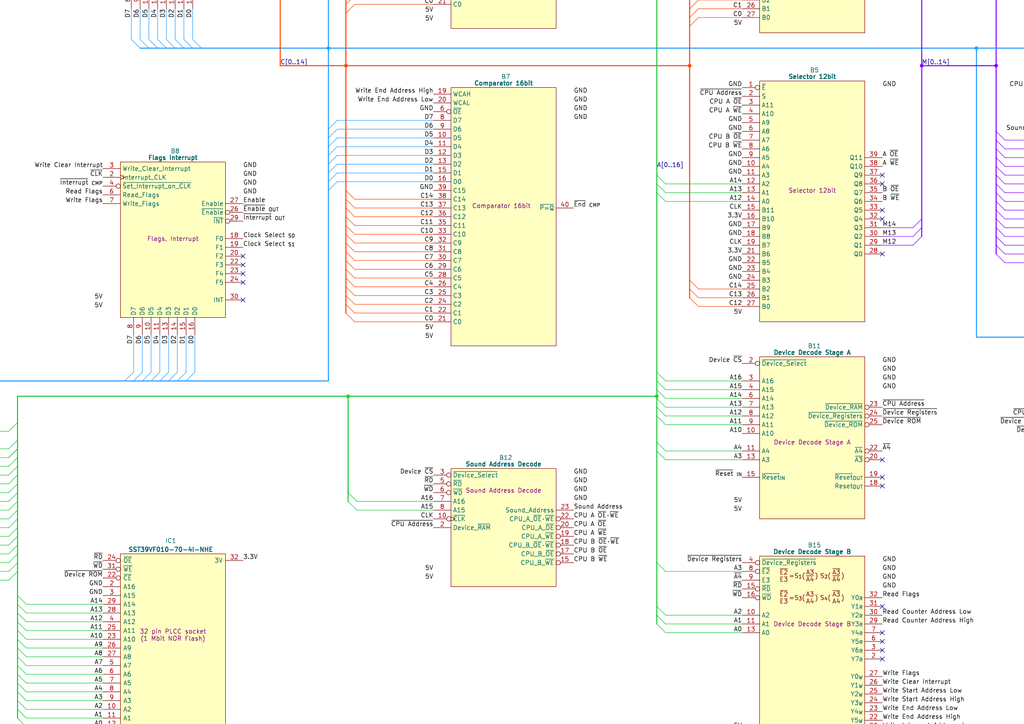
<source format=kicad_sch>
(kicad_sch (version 20230121) (generator eeschema)
  (paper "A4")
  (lib_symbols
    (symbol "Connector:Conn_01x40_Pin" (pin_names (offset 1.016) hide)
      (property "Reference" "J" (at 0 50.8 0))
      (property "Value" "Conn_01x40_Pin" (at 0 -53.34 0))
      (symbol "Conn_01x40_Pin_1_1"
        (pin passive line (at 5.08 48.26 180) (length 3.81) (name "Pin_1") (number "1"))
        (pin passive line (at 5.08 25.4 180) (length 3.81) (name "Pin_10") (number "10"))
        (pin passive line (at 5.08 22.86 180) (length 3.81) (name "Pin_11") (number "11"))
        (pin passive line (at 5.08 20.32 180) (length 3.81) (name "Pin_12") (number "12"))
        (pin passive line (at 5.08 17.78 180) (length 3.81) (name "Pin_13") (number "13"))
        (pin passive line (at 5.08 15.24 180) (length 3.81) (name "Pin_14") (number "14"))
        (pin passive line (at 5.08 12.7 180) (length 3.81) (name "Pin_15") (number "15"))
        (pin passive line (at 5.08 10.16 180) (length 3.81) (name "Pin_16") (number "16"))
        (pin passive line (at 5.08 7.62 180) (length 3.81) (name "Pin_17") (number "17"))
        (pin passive line (at 5.08 5.08 180) (length 3.81) (name "Pin_18") (number "18"))
        (pin passive line (at 5.08 2.54 180) (length 3.81) (name "Pin_19") (number "19"))
        (pin passive line (at 5.08 45.72 180) (length 3.81) (name "Pin_2") (number "2"))
        (pin passive line (at 5.08 0 180) (length 3.81) (name "Pin_20") (number "20"))
        (pin passive line (at 5.08 -2.54 180) (length 3.81) (name "Pin_21") (number "21"))
        (pin passive line (at 5.08 -5.08 180) (length 3.81) (name "Pin_22") (number "22"))
        (pin passive line (at 5.08 -7.62 180) (length 3.81) (name "Pin_23") (number "23"))
        (pin passive line (at 5.08 -10.16 180) (length 3.81) (name "Pin_24") (number "24"))
        (pin passive line (at 5.08 -12.7 180) (length 3.81) (name "Pin_25") (number "25"))
        (pin passive line (at 5.08 -15.24 180) (length 3.81) (name "Pin_26") (number "26"))
        (pin passive line (at 5.08 -17.78 180) (length 3.81) (name "Pin_27") (number "27"))
        (pin passive line (at 5.08 -20.32 180) (length 3.81) (name "Pin_28") (number "28"))
        (pin passive line (at 5.08 -22.86 180) (length 3.81) (name "Pin_29") (number "29"))
        (pin passive line (at 5.08 43.18 180) (length 3.81) (name "Pin_3") (number "3"))
        (pin passive line (at 5.08 -25.4 180) (length 3.81) (name "Pin_30") (number "30"))
        (pin passive line (at 5.08 -27.94 180) (length 3.81) (name "Pin_31") (number "31"))
        (pin passive line (at 5.08 -30.48 180) (length 3.81) (name "Pin_32") (number "32"))
        (pin passive line (at 5.08 -33.02 180) (length 3.81) (name "Pin_33") (number "33"))
        (pin passive line (at 5.08 -35.56 180) (length 3.81) (name "Pin_34") (number "34"))
        (pin passive line (at 5.08 -38.1 180) (length 3.81) (name "Pin_35") (number "35"))
        (pin passive line (at 5.08 -40.64 180) (length 3.81) (name "Pin_36") (number "36"))
        (pin passive line (at 5.08 -43.18 180) (length 3.81) (name "Pin_37") (number "37"))
        (pin passive line (at 5.08 -45.72 180) (length 3.81) (name "Pin_38") (number "38"))
        (pin passive line (at 5.08 -48.26 180) (length 3.81) (name "Pin_39") (number "39"))
        (pin passive line (at 5.08 40.64 180) (length 3.81) (name "Pin_4") (number "4"))
        (pin passive line (at 5.08 -50.8 180) (length 3.81) (name "Pin_40") (number "40"))
        (pin passive line (at 5.08 38.1 180) (length 3.81) (name "Pin_5") (number "5"))
        (pin passive line (at 5.08 35.56 180) (length 3.81) (name "Pin_6") (number "6"))
        (pin passive line (at 5.08 33.02 180) (length 3.81) (name "Pin_7") (number "7"))
        (pin passive line (at 5.08 30.48 180) (length 3.81) (name "Pin_8") (number "8"))
        (pin passive line (at 5.08 27.94 180) (length 3.81) (name "Pin_9") (number "9"))
      )
    )
    (symbol "Device:NetTie_2" (pin_numbers hide) (pin_names (offset 0) hide) (in_bom no)
      (property "Reference" "NT" (at 0 1.27 0))
      (property "Value" "NetTie_2" (at 0 -1.27 0))
      (symbol "NetTie_2_1_1"
        (pin passive line (at -2.54 0 0) (length 2.54) (name "1") (number "1"))
        (pin passive line (at 2.54 0 180) (length 2.54) (name "2") (number "2"))
      )
    )
    (symbol "Device_Decode_Stage_A_1"
      (property "Reference" "B" (at 15.875 5.08 0))
      (property "Value" "Device Decode Stage A" (at 15.24 3.175 0))
      (property "Description" "Device Decode Stage A" (at 15.24 -22.86 0))
      (symbol "Device_Decode_Stage_A_1_1_0"
        (pin output line (at 35.56 -35.56 180) (length 5.08) (name "Reset_{OUT}") (number "18"))
        (pin output line (at 35.56 -33.02 180) (length 5.08) (name "~{Reset}_{OUT}") (number "19"))
        (pin output inverted (at 35.56 -27.94 180) (length 5.08) (name "~{A3}") (number "20"))
        (pin passive line (at 35.56 -7.62 180) (length 5.08) hide (name "GND") (number "28"))
      )
      (symbol "Device_Decode_Stage_A_1_1_1"
        (pin passive line (at -5.08 -40.64 0) (length 5.08) hide (name "5V") (number "1"))
        (pin input line (at -5.08 -20.32 0) (length 5.08) (name "A10") (number "10"))
        (pin input line (at -5.08 -25.4 0) (length 5.08) (name "A4") (number "11"))
        (pin passive line (at 35.56 -2.54 180) (length 5.08) hide (name "GND") (number "12"))
        (pin input line (at -5.08 -27.94 0) (length 5.08) (name "A3") (number "13"))
        (pin no_connect inverted (at 35.56 -10.16 180) (length 5.08) hide (name "N.C.") (number "14"))
        (pin input line (at -5.08 -33.02 0) (length 5.08) (name "~{Reset}_{IN}") (number "15"))
        (pin no_connect inverted (at 35.56 -20.32 180) (length 5.08) hide (name "N.C.") (number "16"))
        (pin passive line (at -5.08 -43.18 0) (length 5.08) hide (name "5V") (number "17"))
        (pin input inverted (at -5.08 0 0) (length 5.08) (name "~{Device_Select}") (number "2"))
        (pin passive line (at 35.56 -5.08 180) (length 5.08) hide (name "GND") (number "21"))
        (pin output inverted (at 35.56 -25.4 180) (length 5.08) (name "~{A4}") (number "22"))
        (pin output inverted (at 35.56 -12.7 180) (length 5.08) (name "~{Device_RAM}") (number "23"))
        (pin output inverted (at 35.56 -15.24 180) (length 5.08) (name "~{Device_Registers}") (number "24"))
        (pin output inverted (at 35.56 -17.78 180) (length 5.08) (name "~{Device_ROM}") (number "25"))
        (pin no_connect inverted (at -5.08 -30.48 0) (length 5.08) hide (name "N.C.") (number "26"))
        (pin no_connect inverted (at 35.56 -30.48 180) (length 5.08) hide (name "N.C.") (number "27"))
        (pin no_connect inverted (at -5.08 -35.56 0) (length 5.08) hide (name "N.C.") (number "29"))
        (pin input line (at -5.08 -5.08 0) (length 5.08) (name "A16") (number "3"))
        (pin no_connect inverted (at 35.56 -40.64 180) (length 5.08) hide (name "N.C.") (number "30"))
        (pin no_connect inverted (at 35.56 -38.1 180) (length 5.08) hide (name "N.C.") (number "31"))
        (pin no_connect inverted (at 35.56 -43.18 180) (length 5.08) hide (name "N.C.") (number "32"))
        (pin input line (at -5.08 -7.62 0) (length 5.08) (name "A15") (number "4"))
        (pin passive line (at 35.56 0 180) (length 5.08) hide (name "GND") (number "5"))
        (pin input line (at -5.08 -10.16 0) (length 5.08) (name "A14") (number "6"))
        (pin input line (at -5.08 -12.7 0) (length 5.08) (name "A13") (number "7"))
        (pin input line (at -5.08 -15.24 0) (length 5.08) (name "A12") (number "8"))
        (pin input line (at -5.08 -17.78 0) (length 5.08) (name "A11") (number "9"))
      )
    )
    (symbol "Diodes_Inc:AP7365-33WG-7" (pin_names (offset 0.762))
      (property "Reference" "IC" (at 12.7 5.08 0))
      (property "Value" "AP7365-33WG-7" (at 12.7 3.175 0))
      (property "Description" "3.3V LDO voltage regulator" (at 12.7 -8.255 0))
      (symbol "AP7365-33WG-7_0_0"
        (pin passive line (at 0 0 0) (length 5.08) (name "VIN") (number "1"))
        (pin passive line (at 0 -5.08 0) (length 5.08) (name "GND") (number "2"))
        (pin input line (at 0 -2.54 0) (length 5.08) (name "EN") (number "3"))
        (pin passive line (at 25.4 -5.08 180) (length 5.08) (name "ADJ") (number "4"))
        (pin passive line (at 25.4 0 180) (length 5.08) (name "VOUT") (number "5"))
      )
    )
    (symbol "HCP65:Audio_DAC"
      (property "Reference" "B" (at 15.875 5.08 0))
      (property "Value" "Audio DAC" (at 15.24 3.175 0))
      (property "Description" "Audio DAC" (at 15.24 -17.145 0))
      (symbol "Audio_DAC_1_1"
        (pin passive line (at -5.08 -35.56 0) (length 5.08) hide (name "5V") (number "1"))
        (pin input line (at -5.08 -12.7 0) (length 5.08) (name "D5") (number "10"))
        (pin input line (at -5.08 -15.24 0) (length 5.08) (name "D4") (number "11"))
        (pin passive line (at 35.56 -2.54 180) (length 5.08) hide (name "GND") (number "12"))
        (pin input line (at -5.08 -17.78 0) (length 5.08) (name "D3") (number "13"))
        (pin input line (at -5.08 -20.32 0) (length 5.08) (name "D2") (number "14"))
        (pin input line (at -5.08 -22.86 0) (length 5.08) (name "D1") (number "15"))
        (pin input line (at -5.08 -25.4 0) (length 5.08) (name "D0") (number "16"))
        (pin passive line (at -5.08 -38.1 0) (length 5.08) hide (name "5V") (number "17"))
        (pin no_connect line (at -5.08 -33.02 0) (length 5.08) hide (name "N.C.") (number "18"))
        (pin no_connect line (at 35.56 -10.16 180) (length 5.08) hide (name "N.C.") (number "19"))
        (pin no_connect line (at -5.08 -27.94 0) (length 5.08) hide (name "N.C.") (number "2"))
        (pin no_connect line (at 35.56 -12.7 180) (length 5.08) hide (name "N.C.") (number "20"))
        (pin passive line (at 35.56 -5.08 180) (length 5.08) hide (name "GND") (number "21"))
        (pin no_connect line (at 35.56 -15.24 180) (length 5.08) hide (name "N.C.") (number "22"))
        (pin no_connect line (at 35.56 -17.78 180) (length 5.08) hide (name "N.C.") (number "23"))
        (pin no_connect line (at 35.56 -20.32 180) (length 5.08) hide (name "N.C.") (number "24"))
        (pin no_connect line (at 35.56 -22.86 180) (length 5.08) hide (name "N.C.") (number "25"))
        (pin no_connect line (at 35.56 -25.4 180) (length 5.08) hide (name "N.C.") (number "26"))
        (pin no_connect line (at 35.56 -27.94 180) (length 5.08) hide (name "N.C.") (number "27"))
        (pin passive line (at 35.56 -7.62 180) (length 5.08) hide (name "GND") (number "28"))
        (pin no_connect line (at 35.56 -30.48 180) (length 5.08) hide (name "N.C.") (number "29"))
        (pin no_connect line (at -5.08 -30.48 0) (length 5.08) hide (name "N.C.") (number "3"))
        (pin no_connect line (at 35.56 -33.02 180) (length 5.08) hide (name "N.C.") (number "30"))
        (pin no_connect line (at 35.56 -35.56 180) (length 5.08) hide (name "N.C.") (number "31"))
        (pin no_connect line (at 35.56 -38.1 180) (length 5.08) hide (name "N.C.") (number "32"))
        (pin input inverted (at -5.08 0 0) (length 5.08) (name "~{Enable}") (number "4"))
        (pin passive line (at 35.56 0 180) (length 5.08) (name "GND") (number "5"))
        (pin input line (at -5.08 -2.54 0) (length 5.08) (name "A0") (number "6"))
        (pin input inverted_clock (at -5.08 -5.08 0) (length 5.08) (name "~{WR}") (number "7"))
        (pin input line (at -5.08 -7.62 0) (length 5.08) (name "D7") (number "8"))
        (pin input line (at -5.08 -10.16 0) (length 5.08) (name "D6") (number "9"))
      )
    )
    (symbol "HCP65:C_0805" (pin_numbers hide) (pin_names (offset 0.254) hide)
      (property "Reference" "C" (at 2.286 2.54 0))
      (property "Value" "?μF" (at 2.54 -2.54 0))
      (symbol "C_0805_1_1"
        (pin passive line (at 0 0 0) (length 2.032) (name "~") (number "1"))
        (pin passive line (at 5.08 0 180) (length 2.032) (name "~") (number "2"))
      )
    )
    (symbol "HCP65:C_Polarized" (pin_numbers hide) (pin_names (offset 0.254))
      (property "Reference" "C" (at 0.635 2.54 0))
      (property "Description" "?μF" (at 0.635 -2.54 0))
      (symbol "C_Polarized_1_1"
        (pin passive line (at 0 3.81 270) (length 2.794) (name "~") (number "1"))
        (pin passive line (at 0 -3.81 90) (length 2.794) (name "~") (number "2"))
      )
    )
    (symbol "HCP65:Clock_Hold_Standard"
      (property "Reference" "B" (at 15.875 5.08 0))
      (property "Value" "Clock Hold Standard" (at 15.24 3.175 0))
      (property "Description" "Clock Hold" (at 14.605 -17.78 0))
      (symbol "Clock_Hold_Standard_1_1"
        (pin passive line (at -5.08 -27.94 0) (length 5.08) hide (name "5V") (number "1"))
        (pin no_connect clock (at -5.08 -15.24 0) (length 5.08) hide (name "N.C.") (number "10"))
        (pin input line (at -5.08 -10.16 0) (length 5.08) (name "~{RD}") (number "11"))
        (pin no_connect line (at -5.08 -17.78 0) (length 5.08) hide (name "N.C.") (number "12"))
        (pin passive line (at -5.08 -30.48 0) (length 5.08) hide (name "5V") (number "13"))
        (pin no_connect line (at -5.08 -20.32 0) (length 5.08) hide (name "N.C.") (number "14"))
        (pin no_connect line (at 35.56 -30.48 180) (length 5.08) hide (name "N.C.") (number "15"))
        (pin passive line (at 35.56 -5.08 180) (length 5.08) hide (name "GND") (number "16"))
        (pin output line (at 35.56 -15.24 180) (length 5.08) (name "H0_{OUT}") (number "17"))
        (pin output line (at 35.56 -12.7 180) (length 5.08) (name "H1_{OUT}") (number "18"))
        (pin output line (at 35.56 -10.16 180) (length 5.08) (name "H2_{OUT}") (number "19"))
        (pin input inverted (at -5.08 -5.08 0) (length 5.08) (name "~{Device_RAM}") (number "2"))
        (pin no_connect line (at 35.56 -22.86 180) (length 5.08) hide (name "N.C.") (number "20"))
        (pin passive line (at 35.56 -7.62 180) (length 5.08) hide (name "GND") (number "21"))
        (pin no_connect line (at -5.08 -22.86 0) (length 5.08) hide (name "N.C.") (number "22"))
        (pin no_connect line (at 35.56 -27.94 180) (length 5.08) hide (name "N.C.") (number "23"))
        (pin no_connect line (at 35.56 -25.4 180) (length 5.08) hide (name "N.C.") (number "24"))
        (pin input inverted (at -5.08 0 0) (length 5.08) (name "~{Device_Registers}") (number "3"))
        (pin passive line (at 35.56 0 180) (length 5.08) hide (name "GND") (number "4"))
        (pin input inverted (at -5.08 -2.54 0) (length 5.08) (name "~{Device_ROM}") (number "5"))
        (pin no_connect line (at -5.08 -12.7 0) (length 5.08) hide (name "N.C.") (number "6"))
        (pin no_connect line (at 35.56 -20.32 180) (length 5.08) hide (name "N.C.") (number "7"))
        (pin input inverted (at -5.08 -7.62 0) (length 5.08) (name "~{WD}") (number "8"))
        (pin passive line (at 35.56 -2.54 180) (length 5.08) hide (name "GND") (number "9"))
      )
    )
    (symbol "HCP65:Comparator_16bit"
      (property "Reference" "B" (at 15.875 5.08 0))
      (property "Value" "Comparator 16bit" (at 15.24 3.175 0))
      (property "Description" "Comparator 16bit" (at 14.605 -32.385 0))
      (symbol "Comparator_16bit_1_0"
        (pin input line (at -5.08 -43.18 0) (length 5.08) (name "C9") (number "32"))
        (pin input line (at -5.08 -40.64 0) (length 5.08) (name "C10") (number "33"))
        (pin passive line (at 35.56 -7.62 180) (length 5.08) hide (name "GND") (number "34"))
        (pin input line (at -5.08 -38.1 0) (length 5.08) (name "C11") (number "35"))
        (pin input line (at -5.08 -35.56 0) (length 5.08) (name "C12") (number "36"))
        (pin input line (at -5.08 -33.02 0) (length 5.08) (name "C13") (number "37"))
        (pin input line (at -5.08 -30.48 0) (length 5.08) (name "C14") (number "38"))
        (pin input line (at -5.08 -27.94 0) (length 5.08) (name "C15") (number "39"))
      )
      (symbol "Comparator_16bit_1_1"
        (pin no_connect line (at 35.56 -10.16 180) (length 5.08) hide (name "N.C.") (number "1"))
        (pin input line (at -5.08 -12.7 0) (length 5.08) (name "D5") (number "10"))
        (pin input line (at -5.08 -15.24 0) (length 5.08) (name "D4") (number "11"))
        (pin input line (at -5.08 -17.78 0) (length 5.08) (name "D3") (number "12"))
        (pin input line (at -5.08 -20.32 0) (length 5.08) (name "D2") (number "13"))
        (pin passive line (at 35.56 -2.54 180) (length 5.08) hide (name "GND") (number "14"))
        (pin input line (at -5.08 -22.86 0) (length 5.08) (name "D1") (number "15"))
        (pin input line (at -5.08 -25.4 0) (length 5.08) (name "D0") (number "16"))
        (pin no_connect line (at 35.56 -20.32 180) (length 5.08) hide (name "N.C.") (number "17"))
        (pin no_connect line (at 35.56 -22.86 180) (length 5.08) hide (name "N.C.") (number "18"))
        (pin input line (at -5.08 0 0) (length 5.08) (name "WCAH") (number "19"))
        (pin no_connect line (at 35.56 -12.7 180) (length 5.08) hide (name "N.C.") (number "2"))
        (pin input line (at -5.08 -2.54 0) (length 5.08) (name "WCAL") (number "20"))
        (pin input line (at -5.08 -66.04 0) (length 5.08) (name "C0") (number "21"))
        (pin input line (at -5.08 -63.5 0) (length 5.08) (name "C1") (number "22"))
        (pin passive line (at -5.08 -71.12 0) (length 5.08) hide (name "5V") (number "23"))
        (pin input line (at -5.08 -60.96 0) (length 5.08) (name "C2") (number "24"))
        (pin input line (at -5.08 -58.42 0) (length 5.08) (name "C3") (number "25"))
        (pin input line (at -5.08 -55.88 0) (length 5.08) (name "C4") (number "26"))
        (pin passive line (at 35.56 -5.08 180) (length 5.08) hide (name "GND") (number "27"))
        (pin input line (at -5.08 -53.34 0) (length 5.08) (name "C5") (number "28"))
        (pin input line (at -5.08 -50.8 0) (length 5.08) (name "C6") (number "29"))
        (pin passive line (at -5.08 -68.58 0) (length 5.08) hide (name "5V") (number "3"))
        (pin input line (at -5.08 -48.26 0) (length 5.08) (name "C7") (number "30"))
        (pin input line (at -5.08 -45.72 0) (length 5.08) (name "C8") (number "31"))
        (pin no_connect line (at 35.56 -15.24 180) (length 5.08) hide (name "N.C.") (number "4"))
        (pin output line (at 35.56 -33.02 180) (length 5.08) (name "~{P=Q}") (number "40"))
        (pin no_connect line (at 35.56 -17.78 180) (length 5.08) hide (name "N.C.") (number "5"))
        (pin input inverted (at -5.08 -5.08 0) (length 5.08) (name "~{OE}") (number "6"))
        (pin passive line (at 35.56 0 180) (length 5.08) hide (name "GND") (number "7"))
        (pin input line (at -5.08 -7.62 0) (length 5.08) (name "D7") (number "8"))
        (pin input line (at -5.08 -10.16 0) (length 5.08) (name "D6") (number "9"))
      )
    )
    (symbol "HCP65:Counter_16bit_with_IO"
      (property "Reference" "B" (at 15.875 5.08 0))
      (property "Value" "Counter 16bit with IO" (at 15.24 3.175 0))
      (property "Description" "Counter 16bit" (at 14.605 -23.495 0))
      (symbol "Counter_16bit_with_IO_1_0"
        (pin output line (at 35.56 -25.4 180) (length 5.08) (name "C9") (number "32"))
        (pin output line (at 35.56 -22.86 180) (length 5.08) (name "C10") (number "33"))
        (pin passive line (at 35.56 -7.62 180) (length 5.08) hide (name "GND") (number "34"))
        (pin output line (at 35.56 -20.32 180) (length 5.08) (name "C11") (number "35"))
        (pin output line (at 35.56 -17.78 180) (length 5.08) (name "C12") (number "36"))
        (pin output line (at 35.56 -15.24 180) (length 5.08) (name "C13") (number "37"))
        (pin output line (at 35.56 -12.7 180) (length 5.08) (name "C14") (number "38"))
        (pin output line (at 35.56 -10.16 180) (length 5.08) (name "C15") (number "39"))
      )
      (symbol "Counter_16bit_with_IO_1_1"
        (pin input line (at -5.08 -5.08 0) (length 5.08) (name "RAH") (number "1"))
        (pin tri_state line (at 8.89 -60.96 90) (length 5.08) (name "D5") (number "10"))
        (pin tri_state line (at 11.43 -60.96 90) (length 5.08) (name "D4") (number "11"))
        (pin tri_state line (at 13.97 -60.96 90) (length 5.08) (name "D3") (number "12"))
        (pin tri_state line (at 16.51 -60.96 90) (length 5.08) (name "D2") (number "13"))
        (pin passive line (at 35.56 -2.54 180) (length 5.08) hide (name "GND") (number "14"))
        (pin tri_state line (at 19.05 -60.96 90) (length 5.08) (name "D1") (number "15"))
        (pin tri_state line (at 21.59 -60.96 90) (length 5.08) (name "D0") (number "16"))
        (pin input line (at -5.08 -17.78 0) (length 5.08) (name "CE") (number "17"))
        (pin output line (at 35.56 -50.8 180) (length 5.08) (name "TC_{0..3}") (number "18"))
        (pin input line (at -5.08 0 0) (length 5.08) (name "WSAH") (number "19"))
        (pin input line (at -5.08 -7.62 0) (length 5.08) (name "RAL") (number "2"))
        (pin input line (at -5.08 -2.54 0) (length 5.08) (name "WSAL") (number "20"))
        (pin output line (at 35.56 -48.26 180) (length 5.08) (name "C0") (number "21"))
        (pin output line (at 35.56 -45.72 180) (length 5.08) (name "C1") (number "22"))
        (pin passive line (at -5.08 -53.34 0) (length 5.08) hide (name "5V") (number "23"))
        (pin output line (at 35.56 -43.18 180) (length 5.08) (name "C2") (number "24"))
        (pin output line (at 35.56 -40.64 180) (length 5.08) (name "C3") (number "25"))
        (pin output line (at 35.56 -38.1 180) (length 5.08) (name "C4") (number "26"))
        (pin passive line (at 35.56 -5.08 180) (length 5.08) hide (name "GND") (number "27"))
        (pin output line (at 35.56 -35.56 180) (length 5.08) (name "C5") (number "28"))
        (pin output line (at 35.56 -33.02 180) (length 5.08) (name "C6") (number "29"))
        (pin passive line (at -5.08 -50.8 0) (length 5.08) hide (name "5V") (number "3"))
        (pin output line (at 35.56 -30.48 180) (length 5.08) (name "C7") (number "30"))
        (pin output line (at 35.56 -27.94 180) (length 5.08) (name "C8") (number "31"))
        (pin input clock (at -5.08 -10.16 0) (length 5.08) (name "CP") (number "4"))
        (pin output line (at 35.56 -53.34 180) (length 5.08) (name "TC_{12..15}") (number "40"))
        (pin input inverted (at -5.08 -12.7 0) (length 5.08) (name "~{PE}") (number "5"))
        (pin input inverted (at -5.08 -15.24 0) (length 5.08) (name "~{MR}") (number "6"))
        (pin passive line (at 35.56 0 180) (length 5.08) hide (name "GND") (number "7"))
        (pin tri_state line (at 3.81 -60.96 90) (length 5.08) (name "D7") (number "8"))
        (pin tri_state line (at 6.35 -60.96 90) (length 5.08) (name "D6") (number "9"))
      )
    )
    (symbol "HCP65:Device_Buffer"
      (property "Reference" "B" (at 15.875 5.08 0))
      (property "Value" "Device Buffer" (at 15.24 3.175 0))
      (property "Description" "Device Buffer" (at 15.24 -43.18 0))
      (symbol "Device_Buffer_1_0"
        (pin passive line (at 35.56 -5.08 180) (length 5.08) hide (name "GND") (number "42"))
        (pin output inverted (at 35.56 -15.24 180) (length 5.08) (name "~{WD}_{OUT}") (number "53"))
        (pin output inverted (at 35.56 -12.7 180) (length 5.08) (name "~{RD}_{OUT}") (number "54"))
      )
      (symbol "Device_Buffer_1_1"
        (pin input inverted (at -5.08 -10.16 0) (length 5.08) (name "~{Device_Select}_{IN}") (number "1"))
        (pin passive line (at 35.56 0 180) (length 5.08) hide (name "GND") (number "10"))
        (pin tri_state line (at -5.08 -86.36 0) (length 5.08) (name "D0_{IN/OUT}") (number "11"))
        (pin input inverted (at -5.08 -12.7 0) (length 5.08) (name "~{RD}_{IN}") (number "12"))
        (pin input inverted (at -5.08 -15.24 0) (length 5.08) (name "~{WD}_{IN}") (number "13"))
        (pin input line (at -5.08 -17.78 0) (length 5.08) (name "S_{IN}") (number "14"))
        (pin input line (at -5.08 -20.32 0) (length 5.08) (name "A16_{IN}") (number "15"))
        (pin input line (at -5.08 -25.4 0) (length 5.08) (name "A15_{IN}") (number "16"))
        (pin input line (at -5.08 -27.94 0) (length 5.08) (name "A14_{IN}") (number "17"))
        (pin input line (at -5.08 -30.48 0) (length 5.08) (name "A13_{IN}") (number "18"))
        (pin input line (at -5.08 -33.02 0) (length 5.08) (name "A12_{IN}") (number "19"))
        (pin tri_state line (at -5.08 -68.58 0) (length 5.08) (name "D7_{IN/OUT}") (number "2"))
        (pin input line (at -5.08 -35.56 0) (length 5.08) (name "A11_{IN}") (number "20"))
        (pin input line (at -5.08 -38.1 0) (length 5.08) (name "A10_{IN}") (number "21"))
        (pin input line (at -5.08 -40.64 0) (length 5.08) (name "A9_{IN}") (number "22"))
        (pin passive line (at 35.56 -2.54 180) (length 5.08) hide (name "GND") (number "23"))
        (pin input line (at -5.08 -43.18 0) (length 5.08) (name "A8_{IN}") (number "24"))
        (pin input line (at -5.08 -45.72 0) (length 5.08) (name "A7_{IN}") (number "25"))
        (pin input line (at -5.08 -48.26 0) (length 5.08) (name "A6_{IN}") (number "26"))
        (pin input line (at -5.08 -50.8 0) (length 5.08) (name "A5_{IN}") (number "27"))
        (pin input line (at -5.08 -53.34 0) (length 5.08) (name "A4_{IN}") (number "28"))
        (pin input line (at -5.08 -55.88 0) (length 5.08) (name "A3_{IN}") (number "29"))
        (pin passive line (at -5.08 -88.9 0) (length 5.08) hide (name "5V") (number "3"))
        (pin input line (at -5.08 -58.42 0) (length 5.08) (name "A2_{IN}") (number "30"))
        (pin input line (at -5.08 -60.96 0) (length 5.08) (name "A1_{IN}") (number "31"))
        (pin input line (at -5.08 -63.5 0) (length 5.08) (name "A0_{IN}") (number "32"))
        (pin tri_state line (at 35.56 -63.5 180) (length 5.08) (name "A0") (number "33"))
        (pin tri_state line (at 35.56 -60.96 180) (length 5.08) (name "A1") (number "34"))
        (pin passive line (at -5.08 -91.44 0) (length 5.08) hide (name "5V") (number "35"))
        (pin tri_state line (at 35.56 -58.42 180) (length 5.08) (name "A2") (number "36"))
        (pin tri_state line (at 35.56 -55.88 180) (length 5.08) (name "A3") (number "37"))
        (pin tri_state line (at 35.56 -53.34 180) (length 5.08) (name "A4") (number "38"))
        (pin tri_state line (at 35.56 -50.8 180) (length 5.08) (name "A5") (number "39"))
        (pin tri_state line (at -5.08 -71.12 0) (length 5.08) (name "D6_{IN/OUT}") (number "4"))
        (pin tri_state line (at 35.56 -48.26 180) (length 5.08) (name "A6") (number "40"))
        (pin tri_state line (at 35.56 -45.72 180) (length 5.08) (name "A7") (number "41"))
        (pin tri_state line (at 35.56 -43.18 180) (length 5.08) (name "A8") (number "43"))
        (pin tri_state line (at 35.56 -40.64 180) (length 5.08) (name "A9") (number "44"))
        (pin tri_state line (at 35.56 -38.1 180) (length 5.08) (name "A10") (number "45"))
        (pin tri_state line (at 35.56 -35.56 180) (length 5.08) (name "A11") (number "46"))
        (pin tri_state line (at 35.56 -33.02 180) (length 5.08) (name "A12") (number "47"))
        (pin tri_state line (at 35.56 -30.48 180) (length 5.08) (name "A13") (number "48"))
        (pin tri_state line (at 35.56 -27.94 180) (length 5.08) (name "A14") (number "49"))
        (pin tri_state line (at -5.08 -73.66 0) (length 5.08) (name "D5_{IN/OUT}") (number "5"))
        (pin tri_state line (at 35.56 -25.4 180) (length 5.08) (name "A15") (number "50"))
        (pin output line (at 35.56 -20.32 180) (length 5.08) (name "A16") (number "51"))
        (pin output line (at 35.56 -17.78 180) (length 5.08) (name "S") (number "52"))
        (pin passive line (at 35.56 -7.62 180) (length 5.08) hide (name "GND") (number "55"))
        (pin tri_state line (at 35.56 -86.36 180) (length 5.08) (name "D0") (number "56"))
        (pin tri_state line (at 35.56 -83.82 180) (length 5.08) (name "D1") (number "57"))
        (pin tri_state line (at 35.56 -81.28 180) (length 5.08) (name "D2") (number "58"))
        (pin tri_state line (at 35.56 -78.74 180) (length 5.08) (name "D3") (number "59"))
        (pin tri_state line (at -5.08 -76.2 0) (length 5.08) (name "D4_{IN/OUT}") (number "6"))
        (pin tri_state line (at 35.56 -76.2 180) (length 5.08) (name "D4") (number "60"))
        (pin tri_state line (at 35.56 -73.66 180) (length 5.08) (name "D5") (number "61"))
        (pin tri_state line (at 35.56 -71.12 180) (length 5.08) (name "D6") (number "62"))
        (pin tri_state line (at 35.56 -68.58 180) (length 5.08) (name "D7") (number "63"))
        (pin output inverted (at 35.56 -10.16 180) (length 5.08) (name "~{Device_Select}") (number "64"))
        (pin tri_state line (at -5.08 -78.74 0) (length 5.08) (name "D3_{IN/OUT}") (number "7"))
        (pin tri_state line (at -5.08 -81.28 0) (length 5.08) (name "D2_{IN/OUT}") (number "8"))
        (pin tri_state line (at -5.08 -83.82 0) (length 5.08) (name "D1_{IN/OUT}") (number "9"))
      )
    )
    (symbol "HCP65:Device_Decode_Stage_B"
      (property "Reference" "B" (at 15.875 5.08 0))
      (property "Value" "Device Decode Stage B" (at 15.24 3.175 0))
      (property "Description" "Device Decode Stage B" (at 15.24 -17.78 0))
      (symbol "Device_Decode_Stage_B_1_1"
        (text ")" (at 16.51 -10.16 0) (effects (font (size 1.27 1.27))))
        (text ")" (at 16.51 -3.81 0) (effects (font (size 1.27 1.27))))
        (text ")" (at 24.13 -10.16 0) (effects (font (size 1.27 1.27))))
        (text ")" (at 24.13 -3.81 0) (effects (font (size 1.27 1.27))))
        (text "=S_{1}(" (at 10.795 -3.81 0) (effects (font (size 1.27 1.27))))
        (text "=S_{3}(" (at 10.795 -10.16 0) (effects (font (size 1.27 1.27))))
        (text "A3\nA4" (at 14.605 -10.16 0) (effects (font (size 1.27 1.27))))
        (text "A3\n~{A4}" (at 14.605 -3.81 0) (effects (font (size 1.27 1.27))))
        (text "S_{2}(" (at 19.05 -3.81 0) (effects (font (size 1.27 1.27))))
        (text "S_{4}(" (at 19.05 -10.16 0) (effects (font (size 1.27 1.27))))
        (text "~{A3}\nA4" (at 22.225 -10.16 0) (effects (font (size 1.27 1.27))))
        (text "~{A3}\n~{A4}" (at 22.225 -3.81 0) (effects (font (size 1.27 1.27))))
        (text "~{E2}\nE3" (at 6.985 -10.16 0) (effects (font (size 1.27 1.27))))
        (text "~{E2}\nE3" (at 6.985 -3.81 0) (effects (font (size 1.27 1.27))))
        (pin passive line (at -5.08 -48.26 0) (length 5.08) hide (name "5V") (number "1"))
        (pin input line (at -5.08 -15.24 0) (length 5.08) (name "A2") (number "10"))
        (pin input line (at -5.08 -17.78 0) (length 5.08) (name "A1") (number "11"))
        (pin passive line (at 35.56 -2.54 180) (length 5.08) hide (name "GND") (number "12"))
        (pin input line (at -5.08 -20.32 0) (length 5.08) (name "A0") (number "13"))
        (pin no_connect line (at -5.08 -43.18 0) (length 5.08) hide (name "N.C.") (number "14"))
        (pin input inverted (at -5.08 -7.62 0) (length 5.08) (name "~{RD}") (number "15"))
        (pin input inverted (at -5.08 -10.16 0) (length 5.08) (name "~{WD}") (number "16"))
        (pin passive line (at -5.08 -50.8 0) (length 5.08) hide (name "5V") (number "17"))
        (pin no_connect line (at -5.08 -45.72 0) (length 5.08) hide (name "N.C.") (number "18"))
        (pin output line (at 35.56 -50.8 180) (length 5.08) (name "Y7_{W}") (number "19"))
        (pin output line (at 35.56 -27.94 180) (length 5.08) (name "Y7_{R}") (number "2"))
        (pin output line (at 35.56 -48.26 180) (length 5.08) (name "Y6_{W}") (number "20"))
        (pin passive line (at 35.56 -5.08 180) (length 5.08) hide (name "GND") (number "21"))
        (pin output line (at 35.56 -45.72 180) (length 5.08) (name "Y5_{W}") (number "22"))
        (pin output line (at 35.56 -43.18 180) (length 5.08) (name "Y4_{W}") (number "23"))
        (pin output line (at 35.56 -40.64 180) (length 5.08) (name "Y3_{W}") (number "24"))
        (pin output line (at 35.56 -38.1 180) (length 5.08) (name "Y2_{W}") (number "25"))
        (pin output line (at 35.56 -35.56 180) (length 5.08) (name "Y1_{W}") (number "26"))
        (pin output line (at 35.56 -33.02 180) (length 5.08) (name "Y0_{W}") (number "27"))
        (pin passive line (at 35.56 -7.62 180) (length 5.08) hide (name "GND") (number "28"))
        (pin output line (at 35.56 -17.78 180) (length 5.08) (name "Y3_{R}") (number "29"))
        (pin output line (at 35.56 -25.4 180) (length 5.08) (name "Y6_{R}") (number "3"))
        (pin output line (at 35.56 -15.24 180) (length 5.08) (name "Y2_{R}") (number "30"))
        (pin output line (at 35.56 -12.7 180) (length 5.08) (name "Y1_{R}") (number "31"))
        (pin output line (at 35.56 -10.16 180) (length 5.08) (name "Y0_{R}") (number "32"))
        (pin input inverted (at -5.08 0 0) (length 5.08) (name "~{Device_Registers}") (number "4"))
        (pin passive line (at 35.56 0 180) (length 5.08) hide (name "GND") (number "5"))
        (pin output line (at 35.56 -22.86 180) (length 5.08) (name "Y5_{R}") (number "6"))
        (pin output line (at 35.56 -20.32 180) (length 5.08) (name "Y4_{R}") (number "7"))
        (pin input inverted (at -5.08 -2.54 0) (length 5.08) (name "~{E2}") (number "8"))
        (pin input line (at -5.08 -5.08 0) (length 5.08) (name "E3") (number "9"))
      )
    )
    (symbol "HCP65:Flags_Interrupt"
      (property "Reference" "B" (at 15.875 5.08 0))
      (property "Value" "Flags Interrupt" (at 15.24 3.175 0))
      (property "Description" "Flags, Interrupt" (at 15.24 -20.32 0))
      (symbol "Flags_Interrupt_1_1"
        (pin passive line (at -5.08 -38.1 0) (length 5.08) hide (name "5V") (number "1"))
        (pin input line (at 8.89 -48.26 90) (length 5.08) (name "D5") (number "10"))
        (pin input line (at 11.43 -48.26 90) (length 5.08) (name "D4") (number "11"))
        (pin passive line (at 35.56 -2.54 180) (length 5.08) hide (name "GND") (number "12"))
        (pin input line (at 13.97 -48.26 90) (length 5.08) (name "D3") (number "13"))
        (pin input line (at 16.51 -48.26 90) (length 5.08) (name "D2") (number "14"))
        (pin input line (at 19.05 -48.26 90) (length 5.08) (name "D1") (number "15"))
        (pin input line (at 21.59 -48.26 90) (length 5.08) (name "D0") (number "16"))
        (pin passive line (at -5.08 -40.64 0) (length 5.08) hide (name "5V") (number "17"))
        (pin output line (at 35.56 -20.32 180) (length 5.08) (name "F0") (number "18"))
        (pin output line (at 35.56 -22.86 180) (length 5.08) (name "F1") (number "19"))
        (pin input clock (at -5.08 -2.54 0) (length 5.08) (name "Interrupt_CLK") (number "2"))
        (pin output line (at 35.56 -25.4 180) (length 5.08) (name "F2") (number "20"))
        (pin passive line (at 35.56 -5.08 180) (length 5.08) hide (name "GND") (number "21"))
        (pin output line (at 35.56 -27.94 180) (length 5.08) (name "F3") (number "22"))
        (pin output line (at 35.56 -30.48 180) (length 5.08) (name "F4") (number "23"))
        (pin output line (at 35.56 -33.02 180) (length 5.08) (name "F5") (number "24"))
        (pin no_connect line (at 35.56 -35.56 180) (length 5.08) hide (name "N.C.") (number "25"))
        (pin output inverted (at 35.56 -12.7 180) (length 5.08) (name "~{Enable}") (number "26"))
        (pin output line (at 35.56 -10.16 180) (length 5.08) (name "Enable") (number "27"))
        (pin passive line (at 35.56 -7.62 180) (length 5.08) hide (name "GND") (number "28"))
        (pin output inverted (at 35.56 -15.24 180) (length 5.08) (name "~{INT}") (number "29"))
        (pin input line (at -5.08 0 0) (length 5.08) (name "Write_Clear_Interrupt") (number "3"))
        (pin output line (at 35.56 -38.1 180) (length 5.08) (name "INT") (number "30"))
        (pin no_connect line (at 35.56 -40.64 180) (length 5.08) hide (name "N.C.") (number "31"))
        (pin no_connect line (at 35.56 -17.78 180) (length 5.08) hide (name "N.C.") (number "32"))
        (pin input inverted (at -5.08 -5.08 0) (length 5.08) (name "~{Set_Interrupt_on_CLK}") (number "4"))
        (pin passive line (at 35.56 0 180) (length 5.08) hide (name "GND") (number "5"))
        (pin input line (at -5.08 -7.62 0) (length 5.08) (name "Read_Flags") (number "6"))
        (pin input line (at -5.08 -10.16 0) (length 5.08) (name "Write_Flags") (number "7"))
        (pin input line (at 3.81 -48.26 90) (length 5.08) (name "D7") (number "8"))
        (pin input line (at 6.35 -48.26 90) (length 5.08) (name "D6") (number "9"))
      )
    )
    (symbol "HCP65:Memory_32KB"
      (property "Reference" "B" (at 15.875 5.08 0))
      (property "Value" "Memory 32KB" (at 15.24 3.175 0))
      (property "Description" "Memory 32KB" (at 15.24 -25.4 0))
      (symbol "Memory_32KB_0_0"
        (pin tri_state line (at 24.765 -60.96 90) (length 5.08) (name "D0") (number "32"))
        (pin tri_state line (at 22.225 -60.96 90) (length 5.08) (name "D1") (number "33"))
        (pin tri_state line (at 19.685 -60.96 90) (length 5.08) (name "D2") (number "34"))
        (pin tri_state line (at 17.145 -60.96 90) (length 5.08) (name "D3") (number "35"))
        (pin tri_state line (at 14.605 -60.96 90) (length 5.08) (name "D4") (number "36"))
        (pin tri_state line (at 12.065 -60.96 90) (length 5.08) (name "D5") (number "37"))
        (pin tri_state line (at 9.525 -60.96 90) (length 5.08) (name "D6") (number "38"))
      )
      (symbol "Memory_32KB_1_0"
        (pin tri_state line (at 6.985 -60.96 90) (length 5.08) (name "D7") (number "39"))
      )
      (symbol "Memory_32KB_1_1"
        (pin input inverted (at -5.08 0 0) (length 5.08) (name "T~{OE}") (number "1"))
        (pin input line (at -5.08 -27.94 0) (length 5.08) (name "M9") (number "10"))
        (pin input line (at -5.08 -30.48 0) (length 5.08) (name "M8") (number "11"))
        (pin input line (at -5.08 -33.02 0) (length 5.08) (name "M7") (number "12"))
        (pin input line (at -5.08 -35.56 0) (length 5.08) (name "M6") (number "13"))
        (pin input line (at -5.08 -38.1 0) (length 5.08) (name "M5") (number "14"))
        (pin input line (at -5.08 -40.64 0) (length 5.08) (name "M4") (number "15"))
        (pin input line (at -5.08 -43.18 0) (length 5.08) (name "M3") (number "16"))
        (pin input line (at -5.08 -45.72 0) (length 5.08) (name "M2") (number "17"))
        (pin input line (at -5.08 -48.26 0) (length 5.08) (name "M1") (number "18"))
        (pin input line (at -5.08 -50.8 0) (length 5.08) (name "M0") (number "19"))
        (pin input inverted (at -5.08 -2.54 0) (length 5.08) (name "T~{DIR}") (number "2"))
        (pin passive line (at -5.08 -53.34 0) (length 5.08) hide (name "5V") (number "20"))
        (pin passive line (at 35.56 -2.54 180) (length 5.08) hide (name "GND") (number "21"))
        (pin input inverted (at -5.08 -12.7 0) (length 5.08) (name "LLE") (number "22"))
        (pin input inverted (at -5.08 -10.16 0) (length 5.08) (name "L~{OE}") (number "23"))
        (pin tri_state line (at 35.56 -33.02 180) (length 5.08) (name "LQ0") (number "24"))
        (pin tri_state line (at 35.56 -30.48 180) (length 5.08) (name "LQ1") (number "25"))
        (pin tri_state line (at 35.56 -27.94 180) (length 5.08) (name "LQ2") (number "26"))
        (pin tri_state line (at 35.56 -25.4 180) (length 5.08) (name "LQ3") (number "27"))
        (pin tri_state line (at 35.56 -22.86 180) (length 5.08) (name "LQ4") (number "28"))
        (pin tri_state line (at 35.56 -20.32 180) (length 5.08) (name "LQ5") (number "29"))
        (pin input inverted (at -5.08 -5.08 0) (length 5.08) (name "M~{OE}") (number "3"))
        (pin tri_state line (at 35.56 -17.78 180) (length 5.08) (name "LQ6") (number "30"))
        (pin tri_state line (at 35.56 -15.24 180) (length 5.08) (name "LQ7") (number "31"))
        (pin input inverted (at -5.08 -7.62 0) (length 5.08) (name "M~{WE}") (number "4"))
        (pin passive line (at 35.56 0 180) (length 5.08) hide (name "GND") (number "40"))
        (pin input line (at -5.08 -15.24 0) (length 5.08) (name "M14") (number "5"))
        (pin input line (at -5.08 -17.78 0) (length 5.08) (name "M13") (number "6"))
        (pin input line (at -5.08 -20.32 0) (length 5.08) (name "M12") (number "7"))
        (pin input line (at -5.08 -22.86 0) (length 5.08) (name "M11") (number "8"))
        (pin input line (at -5.08 -25.4 0) (length 5.08) (name "M10") (number "9"))
      )
    )
    (symbol "HCP65:MountingHole_Pad" (pin_numbers hide) (pin_names (offset 1.016) hide)
      (property "Reference" "H" (at 0 4.445 0))
      (symbol "MountingHole_Pad_1_1"
        (pin passive line (at 0 -2.54 90) (length 2.54) (name "GND") (number "1"))
      )
    )
    (symbol "HCP65:Selector_12bit"
      (property "Reference" "B" (at 15.875 5.08 0))
      (property "Value" "Selector 12bit" (at 15.24 3.175 0))
      (property "Description" "Selector 12bit" (at 15.24 -29.845 0))
      (symbol "Selector_12bit_1_0"
        (pin tri_state line (at 35.56 -38.1 180) (length 5.08) (name "Q4") (number "32"))
        (pin tri_state line (at 35.56 -35.56 180) (length 5.08) (name "Q5") (number "33"))
        (pin tri_state line (at 35.56 -33.02 180) (length 5.08) (name "Q6") (number "34"))
        (pin tri_state line (at 35.56 -30.48 180) (length 5.08) (name "Q7") (number "35"))
        (pin tri_state line (at 35.56 -27.94 180) (length 5.08) (name "Q8") (number "36"))
        (pin tri_state line (at 35.56 -25.4 180) (length 5.08) (name "Q9") (number "37"))
        (pin tri_state line (at 35.56 -22.86 180) (length 5.08) (name "Q10") (number "38"))
        (pin tri_state line (at 35.56 -20.32 180) (length 5.08) (name "Q11") (number "39"))
      )
      (symbol "Selector_12bit_1_1"
        (pin input inverted (at -5.08 0 0) (length 5.08) (name "~{E}") (number "1"))
        (pin input line (at -5.08 -22.86 0) (length 5.08) (name "A4") (number "10"))
        (pin input line (at -5.08 -25.4 0) (length 5.08) (name "A3") (number "11"))
        (pin input line (at -5.08 -27.94 0) (length 5.08) (name "A2") (number "12"))
        (pin input line (at -5.08 -30.48 0) (length 5.08) (name "A1") (number "13"))
        (pin input line (at -5.08 -33.02 0) (length 5.08) (name "A0") (number "14"))
        (pin input line (at -5.08 -35.56 0) (length 5.08) (name "B11") (number "15"))
        (pin input line (at -5.08 -38.1 0) (length 5.08) (name "B10") (number "16"))
        (pin input line (at -5.08 -40.64 0) (length 5.08) (name "B9") (number "17"))
        (pin input line (at -5.08 -43.18 0) (length 5.08) (name "B8") (number "18"))
        (pin input line (at -5.08 -45.72 0) (length 5.08) (name "B7") (number "19"))
        (pin input line (at -5.08 -2.54 0) (length 5.08) (name "S") (number "2"))
        (pin passive line (at -5.08 -66.04 0) (length 5.08) hide (name "5V") (number "20"))
        (pin input line (at -5.08 -48.26 0) (length 5.08) (name "B6") (number "21"))
        (pin input line (at -5.08 -50.8 0) (length 5.08) (name "B5") (number "22"))
        (pin input line (at -5.08 -53.34 0) (length 5.08) (name "B4") (number "23"))
        (pin input line (at -5.08 -55.88 0) (length 5.08) (name "B3") (number "24"))
        (pin input line (at -5.08 -58.42 0) (length 5.08) (name "B2") (number "25"))
        (pin input line (at -5.08 -60.96 0) (length 5.08) (name "B1") (number "26"))
        (pin input line (at -5.08 -63.5 0) (length 5.08) (name "B0") (number "27"))
        (pin tri_state line (at 35.56 -48.26 180) (length 5.08) (name "Q0") (number "28"))
        (pin tri_state line (at 35.56 -45.72 180) (length 5.08) (name "Q1") (number "29"))
        (pin input line (at -5.08 -5.08 0) (length 5.08) (name "A11") (number "3"))
        (pin tri_state line (at 35.56 -43.18 180) (length 5.08) (name "Q2") (number "30"))
        (pin tri_state line (at 35.56 -40.64 180) (length 5.08) (name "Q3") (number "31"))
        (pin input line (at -5.08 -7.62 0) (length 5.08) (name "A10") (number "4"))
        (pin passive line (at 35.56 0 180) (length 5.08) hide (name "GND") (number "40"))
        (pin input line (at -5.08 -10.16 0) (length 5.08) (name "A9") (number "5"))
        (pin input line (at -5.08 -12.7 0) (length 5.08) (name "A8") (number "6"))
        (pin input line (at -5.08 -15.24 0) (length 5.08) (name "A7") (number "7"))
        (pin input line (at -5.08 -17.78 0) (length 5.08) (name "A6") (number "8"))
        (pin input line (at -5.08 -20.32 0) (length 5.08) (name "A5") (number "9"))
      )
    )
    (symbol "HCP65:Sound_Address_Decode"
      (property "Reference" "B" (at 15.875 5.08 0))
      (property "Value" "Sound Address Decode" (at 15.24 3.175 0))
      (property "Description" "Sound Address Decode" (at 15.24 -4.445 0))
      (symbol "Sound_Address_Decode_1_1"
        (pin passive line (at -5.08 -27.94 0) (length 5.08) hide (name "5V") (number "1"))
        (pin input inverted_clock (at -5.08 -12.7 0) (length 5.08) (name "~{CLK}") (number "10"))
        (pin no_connect line (at -5.08 -17.78 0) (length 5.08) hide (name "N.C.") (number "11"))
        (pin no_connect line (at -5.08 -20.32 0) (length 5.08) hide (name "N.C.") (number "12"))
        (pin passive line (at -5.08 -30.48 0) (length 5.08) hide (name "5V") (number "13"))
        (pin no_connect line (at -5.08 -22.86 0) (length 5.08) hide (name "N.C.") (number "14"))
        (pin output inverted (at 35.56 -25.4 180) (length 5.08) (name "CPU_B_~{WE}") (number "15"))
        (pin passive line (at 35.56 -5.08 180) (length 5.08) hide (name "GND") (number "16"))
        (pin output inverted (at 35.56 -22.86 180) (length 5.08) (name "CPU_B_~{OE}") (number "17"))
        (pin output inverted (at 35.56 -20.32 180) (length 5.08) (name "CPU_B_~{OE}·~{WE}") (number "18"))
        (pin output inverted (at 35.56 -17.78 180) (length 5.08) (name "CPU_A_~{WE}") (number "19"))
        (pin input line (at -5.08 -15.24 0) (length 5.08) (name "Device_~{RAM}") (number "2"))
        (pin output inverted (at 35.56 -15.24 180) (length 5.08) (name "CPU_A_~{OE}") (number "20"))
        (pin passive line (at 35.56 -7.62 180) (length 5.08) hide (name "GND") (number "21"))
        (pin output inverted (at 35.56 -12.7 180) (length 5.08) (name "CPU_A_~{OE}·~{WE}") (number "22"))
        (pin output line (at 35.56 -10.16 180) (length 5.08) (name "Sound_Address") (number "23"))
        (pin no_connect line (at -5.08 -25.4 0) (length 5.08) hide (name "N.C.") (number "24"))
        (pin input inverted (at -5.08 0 0) (length 5.08) (name "~{Device_Select}") (number "3"))
        (pin passive line (at 35.56 0 180) (length 5.08) hide (name "GND") (number "4"))
        (pin input inverted (at -5.08 -2.54 0) (length 5.08) (name "~{RD}") (number "5"))
        (pin input inverted (at -5.08 -5.08 0) (length 5.08) (name "~{WD}") (number "6"))
        (pin input line (at -5.08 -7.62 0) (length 5.08) (name "A16") (number "7"))
        (pin input line (at -5.08 -10.16 0) (length 5.08) (name "A15") (number "8"))
        (pin passive line (at 35.56 -2.54 180) (length 5.08) hide (name "GND") (number "9"))
      )
    )
    (symbol "HCP65:Sound_Clock"
      (property "Reference" "B" (at 15.875 5.08 0))
      (property "Value" "Sound Clock" (at 15.24 3.175 0))
      (property "Description" "Sound Clock" (at 15.24 -17.78 0))
      (symbol "Sound_Clock_1_1"
        (pin passive line (at -5.08 -35.56 0) (length 5.08) hide (name "5V") (number "1"))
        (pin no_connect line (at -5.08 -17.78 0) (length 5.08) hide (name "N.C.") (number "10"))
        (pin no_connect line (at -5.08 -20.32 0) (length 5.08) hide (name "N.C.") (number "11"))
        (pin passive line (at 35.56 -2.54 180) (length 5.08) hide (name "GND") (number "12"))
        (pin no_connect line (at -5.08 -22.86 0) (length 5.08) hide (name "N.C.") (number "13"))
        (pin no_connect line (at -5.08 -25.4 0) (length 5.08) hide (name "N.C.") (number "14"))
        (pin no_connect line (at -5.08 -27.94 0) (length 5.08) hide (name "N.C.") (number "15"))
        (pin no_connect line (at -5.08 -30.48 0) (length 5.08) hide (name "N.C.") (number "16"))
        (pin passive line (at -5.08 -38.1 0) (length 5.08) hide (name "5V") (number "17"))
        (pin no_connect line (at -5.08 -33.02 0) (length 5.08) hide (name "N.C.") (number "18"))
        (pin no_connect line (at 35.56 -25.4 180) (length 5.08) hide (name "N.C.") (number "19"))
        (pin no_connect line (at -5.08 -7.62 0) (length 5.08) hide (name "N.C.") (number "2"))
        (pin no_connect line (at 35.56 -27.94 180) (length 5.08) hide (name "N.C.") (number "20"))
        (pin passive line (at 35.56 -5.08 180) (length 5.08) hide (name "GND") (number "21"))
        (pin output inverted (at 35.56 -22.86 180) (length 5.08) (name "~{WR}_{B}") (number "22"))
        (pin output inverted (at 35.56 -20.32 180) (length 5.08) (name "~{WR}_{A}") (number "23"))
        (pin output inverted (at 35.56 -17.78 180) (length 5.08) (name "A0") (number "24"))
        (pin output inverted (at 35.56 -15.24 180) (length 5.08) (name "~{WR}") (number "25"))
        (pin output inverted_clock (at 35.56 -12.7 180) (length 5.08) (name "~{CLK}") (number "26"))
        (pin output clock (at 35.56 -10.16 180) (length 5.08) (name "CLK") (number "27"))
        (pin passive line (at 35.56 -7.62 180) (length 5.08) hide (name "GND") (number "28"))
        (pin no_connect inverted (at 35.56 -30.48 180) (length 5.08) hide (name "N.C.") (number "29"))
        (pin no_connect line (at -5.08 -10.16 0) (length 5.08) hide (name "N.C.") (number "3"))
        (pin no_connect line (at 35.56 -33.02 180) (length 5.08) hide (name "N.C.") (number "30"))
        (pin no_connect line (at 35.56 -35.56 180) (length 5.08) hide (name "N.C.") (number "31"))
        (pin no_connect line (at 35.56 -38.1 180) (length 5.08) hide (name "N.C.") (number "32"))
        (pin no_connect line (at -5.08 -12.7 0) (length 5.08) hide (name "N.C.") (number "4"))
        (pin passive line (at 35.56 0 180) (length 5.08) hide (name "GND") (number "5"))
        (pin input inverted (at -5.08 0 0) (length 5.08) (name "~{Reset}") (number "6"))
        (pin input line (at -5.08 -2.54 0) (length 5.08) (name "Clk_Sel_{S1}") (number "7"))
        (pin input inverted (at -5.08 -5.08 0) (length 5.08) (name "Clk_Sel_{S0}") (number "8"))
        (pin no_connect line (at -5.08 -15.24 0) (length 5.08) hide (name "N.C.") (number "9"))
      )
    )
    (symbol "Microchip:SST39VF010-70-4I-NHE" (pin_names (offset 0.762))
      (property "Reference" "IC" (at 19.685 5.715 0))
      (property "Value" "SST39VF010-70-4I-NHE" (at 19.685 3.175 0))
      (property "Description" "32 pin PLCC socket\n(1 Mbit NOR Flash)" (at 20.32 -21.59 0))
      (symbol "SST39VF010-70-4I-NHE_1_0"
        (pin passive line (at 0 -50.8 0) (length 5.08) hide (name "GND") (number "16"))
      )
      (symbol "SST39VF010-70-4I-NHE_1_1"
        (pin no_connect line (at 40.64 -5.08 180) (length 5.08) hide (name "N.C.") (number "1"))
        (pin input line (at 0 -43.18 0) (length 5.08) (name "A2") (number "10"))
        (pin input line (at 0 -45.72 0) (length 5.08) (name "A1") (number "11"))
        (pin input line (at 0 -48.26 0) (length 5.08) (name "A0") (number "12"))
        (pin tri_state line (at 29.21 -58.42 90) (length 5.08) (name "DQ0") (number "13"))
        (pin tri_state line (at 26.67 -58.42 90) (length 5.08) (name "DQ1") (number "14"))
        (pin tri_state line (at 24.13 -58.42 90) (length 5.08) (name "DQ2") (number "15"))
        (pin tri_state line (at 21.59 -58.42 90) (length 5.08) (name "DQ3") (number "17"))
        (pin tri_state line (at 19.05 -58.42 90) (length 5.08) (name "DQ4") (number "18"))
        (pin tri_state line (at 16.51 -58.42 90) (length 5.08) (name "DQ5") (number "19"))
        (pin input line (at 0 -7.62 0) (length 5.08) (name "A16") (number "2"))
        (pin tri_state line (at 13.97 -58.42 90) (length 5.08) (name "DQ6") (number "20"))
        (pin tri_state line (at 11.43 -58.42 90) (length 5.08) (name "DQ7") (number "21"))
        (pin input inverted (at 0 -5.08 0) (length 5.08) (name "~{CE}") (number "22"))
        (pin input line (at 0 -22.86 0) (length 5.08) (name "A10") (number "23"))
        (pin input inverted (at 0 0 0) (length 5.08) (name "~{OE}") (number "24"))
        (pin input line (at 0 -20.32 0) (length 5.08) (name "A11") (number "25"))
        (pin input line (at 0 -25.4 0) (length 5.08) (name "A9") (number "26"))
        (pin input line (at 0 -27.94 0) (length 5.08) (name "A8") (number "27"))
        (pin input line (at 0 -15.24 0) (length 5.08) (name "A13") (number "28"))
        (pin input line (at 0 -12.7 0) (length 5.08) (name "A14") (number "29"))
        (pin input line (at 0 -10.16 0) (length 5.08) (name "A15") (number "3"))
        (pin no_connect line (at 40.64 -2.54 180) (length 5.08) hide (name "N.C.") (number "30"))
        (pin input inverted (at 0 -2.54 0) (length 5.08) (name "~{WE}") (number "31"))
        (pin passive line (at 40.64 0 180) (length 5.08) (name "3V") (number "32"))
        (pin input line (at 0 -17.78 0) (length 5.08) (name "A12") (number "4"))
        (pin input line (at 0 -30.48 0) (length 5.08) (name "A7") (number "5"))
        (pin input line (at 0 -33.02 0) (length 5.08) (name "A6") (number "6"))
        (pin input line (at 0 -35.56 0) (length 5.08) (name "A5") (number "7"))
        (pin input line (at 0 -38.1 0) (length 5.08) (name "A4") (number "8"))
        (pin input line (at 0 -40.64 0) (length 5.08) (name "A3") (number "9"))
      )
    )
    (symbol "ST_Microelectronics:LD1117S50C" (pin_names (offset 0.762))
      (property "Reference" "IC" (at 8.255 5.08 0))
      (property "Value" "LD1117S50C" (at 8.255 3.175 0))
      (symbol "LD1117S50C_0_0"
        (pin passive line (at 6.985 -12.065 90) (length 5.08) (name "GND") (number "1"))
      )
      (symbol "LD1117S50C_1_0"
        (pin passive line (at 20.955 0 180) (length 5.08) (name "5.0VOut") (number "2"))
        (pin passive line (at -5.08 0 0) (length 5.08) (name "15VIn") (number "3"))
        (pin no_connect line (at 9.525 -12.065 90) (length 5.08) hide (name "N.C") (number "4"))
      )
    )
  )
  (junction (at 288.925 19.05) (color 131 0 255 1))
  (junction (at -85.725 224.79))
  (junction (at 100.33 19.05) (color 255 68 0 1))
  (junction (at 200.025 19.05) (color 255 68 0 1))
  (junction (at 358.14 6.985) (color 202 131 50 1))
  (junction (at -119.38 224.79))
  (junction (at -97.155 283.21))
  (junction (at -126.365 283.21))
  (junction (at 283.21 13.97) (color 36 156 255 1))
  (junction (at 190.5 114.935) (color 24 199 56 1))
  (junction (at 95.25 13.97) (color 36 156 255 1))
  (junction (at 100.965 114.935) (color 24 199 56 1))
  (junction (at 267.335 19.05) (color 131 0 255 1))
  (no_connect (at 69.85 -7.62))
  (no_connect (at -86.995 168.91))
  (no_connect (at 70.485 86.995))
  (no_connect (at 255.905 53.34))
  (no_connect (at 255.905 175.895))
  (no_connect (at 255.905 50.8))
  (no_connect (at 70.485 81.915))
  (no_connect (at 255.905 133.35))
  (no_connect (at 69.85 -5.08))
  (no_connect (at -19.685 122.555))
  (no_connect (at 255.905 191.135))
  (no_connect (at 255.905 138.43))
  (no_connect (at 69.85 -48.26))
  (no_connect (at 255.905 183.515))
  (no_connect (at 255.905 140.97))
  (no_connect (at 255.905 60.96))
  (no_connect (at 70.485 79.375))
  (no_connect (at -100.965 288.29))
  (no_connect (at 255.905 73.66))
  (no_connect (at 255.905 186.055))
  (no_connect (at 255.905 188.595))
  (no_connect (at 255.905 63.5))
  (no_connect (at 70.485 74.295))
  (no_connect (at 70.485 76.835))
  (bus_entry (at 100.33 85.725) (size 2.54 2.54) (stroke (width 0) (color 255 68 0 1)))
  (bus_entry (at 100.33 -6.35) (size 2.54 -2.54) (stroke (width 0) (color 255 68 0 1)))
  (bus_entry (at 264.795 -17.78) (size 2.54 2.54) (stroke (width 0) (color 131 0 255 1)))
  (bus_entry (at 190.5 113.03) (size 2.54 2.54) (stroke (width 0) (color 24 199 56 1)))
  (bus_entry (at 100.33 -31.75) (size 2.54 -2.54) (stroke (width 0) (color 255 68 0 1)))
  (bus_entry (at 200.025 83.82) (size 2.54 2.54) (stroke (width 0) (color 255 68 0 1)))
  (bus_entry (at 100.33 62.865) (size 2.54 2.54) (stroke (width 0) (color 255 68 0 1)))
  (bus_entry (at 97.79 -49.53) (size -2.54 2.54) (stroke (width 0) (color 36 156 255 1)))
  (bus_entry (at 291.465 -20.32) (size -2.54 2.54) (stroke (width 0) (color 131 0 255 1)))
  (bus_entry (at 100.33 67.945) (size 2.54 2.54) (stroke (width 0) (color 255 68 0 1)))
  (bus_entry (at 190.5 53.34) (size 2.54 2.54) (stroke (width 0) (color 24 199 56 1)))
  (bus_entry (at 100.33 -8.89) (size 2.54 -2.54) (stroke (width 0) (color 255 68 0 1)))
  (bus_entry (at 330.835 11.43) (size -2.54 2.54) (stroke (width 0) (color 36 156 255 1)))
  (bus_entry (at 264.795 66.04) (size 2.54 -2.54) (stroke (width 0) (color 131 0 255 1)))
  (bus_entry (at 190.5 -33.02) (size 2.54 -2.54) (stroke (width 0) (color 24 199 56 1)))
  (bus_entry (at 5.08 177.8) (size 2.54 2.54) (stroke (width 0) (color 24 199 56 1)))
  (bus_entry (at 81.28 -35.56) (size -2.54 -2.54) (stroke (width 0) (color 255 68 0 1)))
  (bus_entry (at 100.33 -11.43) (size 2.54 -2.54) (stroke (width 0) (color 255 68 0 1)))
  (bus_entry (at 5.08 135.255) (size -2.54 2.54) (stroke (width 0) (color 24 199 56 1)))
  (bus_entry (at 100.33 -29.21) (size 2.54 -2.54) (stroke (width 0) (color 255 68 0 1)))
  (bus_entry (at 264.795 -33.02) (size 2.54 2.54) (stroke (width 0) (color 131 0 255 1)))
  (bus_entry (at 97.79 42.545) (size -2.54 2.54) (stroke (width 0) (color 36 156 255 1)))
  (bus_entry (at 382.27 -25.4) (size 2.54 -2.54) (stroke (width 0) (color 202 131 50 1)))
  (bus_entry (at 325.755 95.25) (size -2.54 2.54) (stroke (width 0) (color 36 156 255 1)))
  (bus_entry (at 358.14 45.72) (size -2.54 2.54) (stroke (width 0) (color 202 131 50 1)))
  (bus_entry (at 200.025 86.36) (size 2.54 2.54) (stroke (width 0) (color 255 68 0 1)))
  (bus_entry (at 190.5 -40.64) (size 2.54 -2.54) (stroke (width 0) (color 24 199 56 1)))
  (bus_entry (at 97.79 52.705) (size -2.54 2.54) (stroke (width 0) (color 36 156 255 1)))
  (bus_entry (at 200.025 -5.08) (size 2.54 -2.54) (stroke (width 0) (color 255 68 0 1)))
  (bus_entry (at 291.465 -22.86) (size -2.54 2.54) (stroke (width 0) (color 131 0 255 1)))
  (bus_entry (at 325.755 11.43) (size -2.54 2.54) (stroke (width 0) (color 36 156 255 1)))
  (bus_entry (at 190.5 -45.72) (size 2.54 -2.54) (stroke (width 0) (color 24 199 56 1)))
  (bus_entry (at 81.28 -17.78) (size -2.54 -2.54) (stroke (width 0) (color 255 68 0 1)))
  (bus_entry (at 97.79 47.625) (size -2.54 2.54) (stroke (width 0) (color 36 156 255 1)))
  (bus_entry (at 358.14 -22.86) (size -2.54 -2.54) (stroke (width 0) (color 202 131 50 1)))
  (bus_entry (at 5.08 132.715) (size -2.54 2.54) (stroke (width 0) (color 24 199 56 1)))
  (bus_entry (at 59.055 229.87) (size -2.54 2.54) (stroke (width 0) (color 36 156 255 1)))
  (bus_entry (at 264.795 -12.7) (size 2.54 2.54) (stroke (width 0) (color 131 0 255 1)))
  (bus_entry (at 190.5 50.8) (size 2.54 2.54) (stroke (width 0) (color 24 199 56 1)))
  (bus_entry (at 200.025 -10.16) (size 2.54 -2.54) (stroke (width 0) (color 255 68 0 1)))
  (bus_entry (at 100.33 83.185) (size 2.54 2.54) (stroke (width 0) (color 255 68 0 1)))
  (bus_entry (at 190.5 163.195) (size 2.54 2.54) (stroke (width 0) (color 24 199 56 1)))
  (bus_entry (at 81.28 -38.1) (size -2.54 -2.54) (stroke (width 0) (color 255 68 0 1)))
  (bus_entry (at 291.465 60.96) (size -2.54 -2.54) (stroke (width 0) (color 131 0 255 1)))
  (bus_entry (at 291.465 -38.1) (size -2.54 2.54) (stroke (width 0) (color 131 0 255 1)))
  (bus_entry (at 5.08 182.88) (size 2.54 2.54) (stroke (width 0) (color 24 199 56 1)))
  (bus_entry (at 200.025 0) (size 2.54 -2.54) (stroke (width 0) (color 255 68 0 1)))
  (bus_entry (at 358.14 -27.94) (size -2.54 -2.54) (stroke (width 0) (color 202 131 50 1)))
  (bus_entry (at 100.33 60.325) (size 2.54 2.54) (stroke (width 0) (color 255 68 0 1)))
  (bus_entry (at 291.465 -27.94) (size -2.54 2.54) (stroke (width 0) (color 131 0 255 1)))
  (bus_entry (at 97.79 34.925) (size -2.54 2.54) (stroke (width 0) (color 36 156 255 1)))
  (bus_entry (at 264.795 -35.56) (size 2.54 2.54) (stroke (width 0) (color 131 0 255 1)))
  (bus_entry (at 190.5 -30.48) (size 2.54 -2.54) (stroke (width 0) (color 24 199 56 1)))
  (bus_entry (at 5.08 130.175) (size -2.54 2.54) (stroke (width 0) (color 24 199 56 1)))
  (bus_entry (at 200.025 5.08) (size 2.54 -2.54) (stroke (width 0) (color 255 68 0 1)))
  (bus_entry (at 328.295 11.43) (size -2.54 2.54) (stroke (width 0) (color 36 156 255 1)))
  (bus_entry (at 190.5 107.95) (size 2.54 2.54) (stroke (width 0) (color 24 199 56 1)))
  (bus_entry (at 5.08 198.12) (size 2.54 2.54) (stroke (width 0) (color 24 199 56 1)))
  (bus_entry (at 190.5 -38.1) (size 2.54 -2.54) (stroke (width 0) (color 24 199 56 1)))
  (bus_entry (at 48.895 229.87) (size -2.54 2.54) (stroke (width 0) (color 36 156 255 1)))
  (bus_entry (at 81.28 -27.94) (size -2.54 -2.54) (stroke (width 0) (color 255 68 0 1)))
  (bus_entry (at 200.025 -12.7) (size 2.54 -2.54) (stroke (width 0) (color 255 68 0 1)))
  (bus_entry (at 291.465 -43.18) (size -2.54 2.54) (stroke (width 0) (color 131 0 255 1)))
  (bus_entry (at 100.33 -3.81) (size 2.54 -2.54) (stroke (width 0) (color 255 68 0 1)))
  (bus_entry (at 100.33 -19.05) (size 2.54 -2.54) (stroke (width 0) (color 255 68 0 1)))
  (bus_entry (at 5.08 147.955) (size -2.54 2.54) (stroke (width 0) (color 24 199 56 1)))
  (bus_entry (at 97.79 -57.15) (size -2.54 2.54) (stroke (width 0) (color 36 156 255 1)))
  (bus_entry (at 323.215 95.25) (size -2.54 2.54) (stroke (width 0) (color 36 156 255 1)))
  (bus_entry (at 264.795 -10.16) (size 2.54 2.54) (stroke (width 0) (color 131 0 255 1)))
  (bus_entry (at 5.08 137.795) (size -2.54 2.54) (stroke (width 0) (color 24 199 56 1)))
  (bus_entry (at 358.14 48.26) (size -2.54 2.54) (stroke (width 0) (color 202 131 50 1)))
  (bus_entry (at 291.465 50.8) (size -2.54 -2.54) (stroke (width 0) (color 131 0 255 1)))
  (bus_entry (at 5.08 150.495) (size -2.54 2.54) (stroke (width 0) (color 24 199 56 1)))
  (bus_entry (at 190.5 130.81) (size 2.54 2.54) (stroke (width 0) (color 24 199 56 1)))
  (bus_entry (at 100.33 70.485) (size 2.54 2.54) (stroke (width 0) (color 255 68 0 1)))
  (bus_entry (at 5.08 203.2) (size 2.54 2.54) (stroke (width 0) (color 24 199 56 1)))
  (bus_entry (at 100.33 90.805) (size 2.54 2.54) (stroke (width 0) (color 255 68 0 1)))
  (bus_entry (at 335.915 11.43) (size -2.54 2.54) (stroke (width 0) (color 36 156 255 1)))
  (bus_entry (at 264.795 -30.48) (size 2.54 2.54) (stroke (width 0) (color 131 0 255 1)))
  (bus_entry (at 291.465 58.42) (size -2.54 -2.54) (stroke (width 0) (color 131 0 255 1)))
  (bus_entry (at 190.5 -27.94) (size 2.54 -2.54) (stroke (width 0) (color 24 199 56 1)))
  (bus_entry (at 382.27 -35.56) (size 2.54 -2.54) (stroke (width 0) (color 202 131 50 1)))
  (bus_entry (at 291.465 -15.24) (size -2.54 2.54) (stroke (width 0) (color 131 0 255 1)))
  (bus_entry (at 97.79 -39.37) (size -2.54 2.54) (stroke (width 0) (color 36 156 255 1)))
  (bus_entry (at 200.025 81.28) (size 2.54 2.54) (stroke (width 0) (color 255 68 0 1)))
  (bus_entry (at 100.33 -24.13) (size 2.54 -2.54) (stroke (width 0) (color 255 68 0 1)))
  (bus_entry (at 190.5 -25.4) (size 2.54 -2.54) (stroke (width 0) (color 24 199 56 1)))
  (bus_entry (at 5.08 142.875) (size -2.54 2.54) (stroke (width 0) (color 24 199 56 1)))
  (bus_entry (at 48.895 107.95) (size -2.54 2.54) (stroke (width 0) (color 36 156 255 1)))
  (bus_entry (at 264.795 -20.32) (size 2.54 2.54) (stroke (width 0) (color 131 0 255 1)))
  (bus_entry (at 358.14 53.34) (size -2.54 2.54) (stroke (width 0) (color 202 131 50 1)))
  (bus_entry (at 100.33 78.105) (size 2.54 2.54) (stroke (width 0) (color 255 68 0 1)))
  (bus_entry (at 358.14 55.88) (size -2.54 2.54) (stroke (width 0) (color 202 131 50 1)))
  (bus_entry (at 291.465 63.5) (size -2.54 -2.54) (stroke (width 0) (color 131 0 255 1)))
  (bus_entry (at 5.08 195.58) (size 2.54 2.54) (stroke (width 0) (color 24 199 56 1)))
  (bus_entry (at 291.465 -30.48) (size -2.54 2.54) (stroke (width 0) (color 131 0 255 1)))
  (bus_entry (at 200.025 7.62) (size 2.54 -2.54) (stroke (width 0) (color 255 68 0 1)))
  (bus_entry (at 358.14 -30.48) (size -2.54 -2.54) (stroke (width 0) (color 202 131 50 1)))
  (bus_entry (at 100.33 65.405) (size 2.54 2.54) (stroke (width 0) (color 255 68 0 1)))
  (bus_entry (at 358.14 -40.64) (size -2.54 -2.54) (stroke (width 0) (color 202 131 50 1)))
  (bus_entry (at 100.33 -13.97) (size 2.54 -2.54) (stroke (width 0) (color 255 68 0 1)))
  (bus_entry (at 40.64 11.43) (size 2.54 2.54) (stroke (width 0) (color 36 156 255 1)))
  (bus_entry (at 97.79 -54.61) (size -2.54 2.54) (stroke (width 0) (color 36 156 255 1)))
  (bus_entry (at 100.965 145.415) (size 2.54 2.54) (stroke (width 0) (color 24 199 56 1)))
  (bus_entry (at 81.28 -22.86) (size -2.54 -2.54) (stroke (width 0) (color 255 68 0 1)))
  (bus_entry (at 50.8 11.43) (size 2.54 2.54) (stroke (width 0) (color 36 156 255 1)))
  (bus_entry (at 81.28 -30.48) (size -2.54 -2.54) (stroke (width 0) (color 255 68 0 1)))
  (bus_entry (at 100.33 3.81) (size 2.54 -2.54) (stroke (width 0) (color 255 68 0 1)))
  (bus_entry (at 5.08 158.115) (size -2.54 2.54) (stroke (width 0) (color 24 199 56 1)))
  (bus_entry (at 5.08 160.655) (size -2.54 2.54) (stroke (width 0) (color 24 199 56 1)))
  (bus_entry (at 81.28 -33.02) (size -2.54 -2.54) (stroke (width 0) (color 255 68 0 1)))
  (bus_entry (at 358.14 40.64) (size -2.54 2.54) (stroke (width 0) (color 202 131 50 1)))
  (bus_entry (at 291.465 66.04) (size -2.54 -2.54) (stroke (width 0) (color 131 0 255 1)))
  (bus_entry (at -10.795 188.595) (size 2.54 -2.54) (stroke (width 0) (color 36 156 255 1)))
  (bus_entry (at 100.965 142.875) (size 2.54 2.54) (stroke (width 0) (color 24 199 56 1)))
  (bus_entry (at 333.375 11.43) (size -2.54 2.54) (stroke (width 0) (color 36 156 255 1)))
  (bus_entry (at 81.28 -25.4) (size -2.54 -2.54) (stroke (width 0) (color 255 68 0 1)))
  (bus_entry (at 100.33 55.245) (size 2.54 2.54) (stroke (width 0) (color 255 68 0 1)))
  (bus_entry (at 264.795 -25.4) (size 2.54 2.54) (stroke (width 0) (color 131 0 255 1)))
  (bus_entry (at 291.465 40.64) (size -2.54 -2.54) (stroke (width 0) (color 131 0 255 1)))
  (bus_entry (at 53.975 229.87) (size -2.54 2.54) (stroke (width 0) (color 36 156 255 1)))
  (bus_entry (at -10.795 178.435) (size 2.54 -2.54) (stroke (width 0) (color 36 156 255 1)))
  (bus_entry (at -10.795 175.895) (size 2.54 -2.54) (stroke (width 0) (color 36 156 255 1)))
  (bus_entry (at 190.5 180.975) (size 2.54 2.54) (stroke (width 0) (color 24 199 56 1)))
  (bus_entry (at 81.28 -12.7) (size -2.54 -2.54) (stroke (width 0) (color 255 68 0 1)))
  (bus_entry (at 100.33 -16.51) (size 2.54 -2.54) (stroke (width 0) (color 255 68 0 1)))
  (bus_entry (at 97.79 -44.45) (size -2.54 2.54) (stroke (width 0) (color 36 156 255 1)))
  (bus_entry (at 190.5 -22.86) (size 2.54 -2.54) (stroke (width 0) (color 24 199 56 1)))
  (bus_entry (at 97.79 -41.91) (size -2.54 2.54) (stroke (width 0) (color 36 156 255 1)))
  (bus_entry (at 5.08 145.415) (size -2.54 2.54) (stroke (width 0) (color 24 199 56 1)))
  (bus_entry (at 291.465 -10.16) (size -2.54 2.54) (stroke (width 0) (color 131 0 255 1)))
  (bus_entry (at 5.08 187.96) (size 2.54 2.54) (stroke (width 0) (color 24 199 56 1)))
  (bus_entry (at 38.1 11.43) (size 2.54 2.54) (stroke (width 0) (color 36 156 255 1)))
  (bus_entry (at 5.08 127.635) (size -2.54 2.54) (stroke (width 0) (color 24 199 56 1)))
  (bus_entry (at 291.465 48.26) (size -2.54 -2.54) (stroke (width 0) (color 131 0 255 1)))
  (bus_entry (at 291.465 71.12) (size -2.54 -2.54) (stroke (width 0) (color 131 0 255 1)))
  (bus_entry (at -10.795 180.975) (size 2.54 -2.54) (stroke (width 0) (color 36 156 255 1)))
  (bus_entry (at 291.465 53.34) (size -2.54 -2.54) (stroke (width 0) (color 131 0 255 1)))
  (bus_entry (at 382.27 -40.64) (size 2.54 -2.54) (stroke (width 0) (color 202 131 50 1)))
  (bus_entry (at 291.465 -40.64) (size -2.54 2.54) (stroke (width 0) (color 131 0 255 1)))
  (bus_entry (at 382.27 -38.1) (size 2.54 -2.54) (stroke (width 0) (color 202 131 50 1)))
  (bus_entry (at 190.5 118.11) (size 2.54 2.54) (stroke (width 0) (color 24 199 56 1)))
  (bus_entry (at 190.5 -48.26) (size 2.54 -2.54) (stroke (width 0) (color 24 199 56 1)))
  (bus_entry (at 200.025 -15.24) (size 2.54 -2.54) (stroke (width 0) (color 255 68 0 1)))
  (bus_entry (at 81.28 -20.32) (size -2.54 -2.54) (stroke (width 0) (color 255 68 0 1)))
  (bus_entry (at 291.465 73.66) (size -2.54 -2.54) (stroke (width 0) (color 131 0 255 1)))
  (bus_entry (at 323.215 11.43) (size -2.54 2.54) (stroke (width 0) (color 36 156 255 1)))
  (bus_entry (at 100.33 88.265) (size 2.54 2.54) (stroke (width 0) (color 255 68 0 1)))
  (bus_entry (at 291.465 76.2) (size -2.54 -2.54) (stroke (width 0) (color 131 0 255 1)))
  (bus_entry (at 38.735 107.95) (size -2.54 2.54) (stroke (width 0) (color 36 156 255 1)))
  (bus_entry (at 358.14 43.18) (size -2.54 2.54) (stroke (width 0) (color 202 131 50 1)))
  (bus_entry (at 56.515 229.87) (size -2.54 2.54) (stroke (width 0) (color 36 156 255 1)))
  (bus_entry (at 81.28 -7.62) (size -2.54 -2.54) (stroke (width 0) (color 255 68 0 1)))
  (bus_entry (at 100.33 -26.67) (size 2.54 -2.54) (stroke (width 0) (color 255 68 0 1)))
  (bus_entry (at 318.135 11.43) (size -2.54 2.54) (stroke (width 0) (color 36 156 255 1)))
  (bus_entry (at 291.465 -35.56) (size -2.54 2.54) (stroke (width 0) (color 131 0 255 1)))
  (bus_entry (at -10.795 173.355) (size 2.54 -2.54) (stroke (width 0) (color 36 156 255 1)))
  (bus_entry (at 5.08 205.74) (size 2.54 2.54) (stroke (width 0) (color 24 199 56 1)))
  (bus_entry (at 291.465 43.18) (size -2.54 -2.54) (stroke (width 0) (color 131 0 255 1)))
  (bus_entry (at 335.915 95.25) (size -2.54 2.54) (stroke (width 0) (color 36 156 255 1)))
  (bus_entry (at 5.08 193.04) (size 2.54 2.54) (stroke (width 0) (color 24 199 56 1)))
  (bus_entry (at 190.5 -43.18) (size 2.54 -2.54) (stroke (width 0) (color 24 199 56 1)))
  (bus_entry (at 5.08 165.735) (size -2.54 2.54) (stroke (width 0) (color 24 199 56 1)))
  (bus_entry (at 318.135 95.25) (size -2.54 2.54) (stroke (width 0) (color 36 156 255 1)))
  (bus_entry (at 190.5 115.57) (size 2.54 2.54) (stroke (width 0) (color 24 199 56 1)))
  (bus_entry (at 382.27 -27.94) (size 2.54 -2.54) (stroke (width 0) (color 202 131 50 1)))
  (bus_entry (at 358.14 -33.02) (size -2.54 -2.54) (stroke (width 0) (color 202 131 50 1)))
  (bus_entry (at 51.435 107.95) (size -2.54 2.54) (stroke (width 0) (color 36 156 255 1)))
  (bus_entry (at 5.08 190.5) (size 2.54 2.54) (stroke (width 0) (color 24 199 56 1)))
  (bus_entry (at 190.5 178.435) (size 2.54 2.54) (stroke (width 0) (color 24 199 56 1)))
  (bus_entry (at 330.835 95.25) (size -2.54 2.54) (stroke (width 0) (color 36 156 255 1)))
  (bus_entry (at 48.26 11.43) (size 2.54 2.54) (stroke (width 0) (color 36 156 255 1)))
  (bus_entry (at 56.515 107.95) (size -2.54 2.54) (stroke (width 0) (color 36 156 255 1)))
  (bus_entry (at 97.79 37.465) (size -2.54 2.54) (stroke (width 0) (color 36 156 255 1)))
  (bus_entry (at 45.72 11.43) (size 2.54 2.54) (stroke (width 0) (color 36 156 255 1)))
  (bus_entry (at -10.795 186.055) (size 2.54 -2.54) (stroke (width 0) (color 36 156 255 1)))
  (bus_entry (at 328.295 95.25) (size -2.54 2.54) (stroke (width 0) (color 36 156 255 1)))
  (bus_entry (at 291.465 -33.02) (size -2.54 2.54) (stroke (width 0) (color 131 0 255 1)))
  (bus_entry (at 5.08 208.28) (size 2.54 2.54) (stroke (width 0) (color 24 199 56 1)))
  (bus_entry (at 382.27 -33.02) (size 2.54 -2.54) (stroke (width 0) (color 202 131 50 1)))
  (bus_entry (at 5.08 153.035) (size -2.54 2.54) (stroke (width 0) (color 24 199 56 1)))
  (bus_entry (at 5.08 122.555) (size -2.54 2.54) (stroke (width 0) (color 24 199 56 1)))
  (bus_entry (at 382.27 -22.86) (size 2.54 -2.54) (stroke (width 0) (color 202 131 50 1)))
  (bus_entry (at 291.465 -25.4) (size -2.54 2.54) (stroke (width 0) (color 131 0 255 1)))
  (bus_entry (at 81.28 -10.16) (size -2.54 -2.54) (stroke (width 0) (color 255 68 0 1)))
  (bus_entry (at 41.275 229.87) (size -2.54 2.54) (stroke (width 0) (color 36 156 255 1)))
  (bus_entry (at 320.675 11.43) (size -2.54 2.54) (stroke (width 0) (color 36 156 255 1)))
  (bus_entry (at 190.5 110.49) (size 2.54 2.54) (stroke (width 0) (color 24 199 56 1)))
  (bus_entry (at 5.08 185.42) (size 2.54 2.54) (stroke (width 0) (color 24 199 56 1)))
  (bus_entry (at 291.465 -7.62) (size -2.54 2.54) (stroke (width 0) (color 131 0 255 1)))
  (bus_entry (at 5.08 180.34) (size 2.54 2.54) (stroke (width 0) (color 24 199 56 1)))
  (bus_entry (at 264.795 -27.94) (size 2.54 2.54) (stroke (width 0) (color 131 0 255 1)))
  (bus_entry (at 100.33 75.565) (size 2.54 2.54) (stroke (width 0) (color 255 68 0 1)))
  (bus_entry (at 81.28 -15.24) (size -2.54 -2.54) (stroke (width 0) (color 255 68 0 1)))
  (bus_entry (at 81.28 -40.64) (size -2.54 -2.54) (stroke (width 0) (color 255 68 0 1)))
  (bus_entry (at 200.025 -17.78) (size 2.54 -2.54) (stroke (width 0) (color 255 68 0 1)))
  (bus_entry (at 190.5 120.65) (size 2.54 2.54) (stroke (width 0) (color 24 199 56 1)))
  (bus_entry (at 190.5 128.27) (size 2.54 2.54) (stroke (width 0) (color 24 199 56 1)))
  (bus_entry (at 291.465 -12.7) (size -2.54 2.54) (stroke (width 0) (color 131 0 255 1)))
  (bus_entry (at 333.375 95.25) (size -2.54 2.54) (stroke (width 0) (color 36 156 255 1)))
  (bus_entry (at 264.795 68.58) (size 2.54 -2.54) (stroke (width 0) (color 131 0 255 1)))
  (bus_entry (at 291.465 -17.78) (size -2.54 2.54) (stroke (width 0) (color 131 0 255 1)))
  (bus_entry (at 97.79 -52.07) (size -2.54 2.54) (stroke (width 0) (color 36 156 255 1)))
  (bus_entry (at 43.18 11.43) (size 2.54 2.54) (stroke (width 0) (color 36 156 255 1)))
  (bus_entry (at 5.08 200.66) (size 2.54 2.54) (stroke (width 0) (color 24 199 56 1)))
  (bus_entry (at 190.5 175.895) (size 2.54 2.54) (stroke (width 0) (color 24 199 56 1)))
  (bus_entry (at 358.14 -25.4) (size -2.54 -2.54) (stroke (width 0) (color 202 131 50 1)))
  (bus_entry (at -10.795 183.515) (size 2.54 -2.54) (stroke (width 0) (color 36 156 255 1)))
  (bus_entry (at 382.27 -30.48) (size 2.54 -2.54) (stroke (width 0) (color 202 131 50 1)))
  (bus_entry (at 264.795 -38.1) (size 2.54 2.54) (stroke (width 0) (color 131 0 255 1)))
  (bus_entry (at 43.815 107.95) (size -2.54 2.54) (stroke (width 0) (color 36 156 255 1)))
  (bus_entry (at 190.5 55.88) (size 2.54 2.54) (stroke (width 0) (color 24 199 56 1)))
  (bus_entry (at 200.025 2.54) (size 2.54 -2.54) (stroke (width 0) (color 255 68 0 1)))
  (bus_entry (at 5.08 163.195) (size -2.54 2.54) (stroke (width 0) (color 24 199 56 1)))
  (bus_entry (at 291.465 68.58) (size -2.54 -2.54) (stroke (width 0) (color 131 0 255 1)))
  (bus_entry (at 41.275 107.95) (size -2.54 2.54) (stroke (width 0) (color 36 156 255 1)))
  (bus_entry (at 53.34 11.43) (size 2.54 2.54) (stroke (width 0) (color 36 156 255 1)))
  (bus_entry (at 291.465 45.72) (size -2.54 -2.54) (stroke (width 0) (color 131 0 255 1)))
  (bus_entry (at 100.33 57.785) (size 2.54 2.54) (stroke (width 0) (color 255 68 0 1)))
  (bus_entry (at 5.08 140.335) (size -2.54 2.54) (stroke (width 0) (color 24 199 56 1)))
  (bus_entry (at 358.14 -38.1) (size -2.54 -2.54) (stroke (width 0) (color 202 131 50 1)))
  (bus_entry (at 100.33 -21.59) (size 2.54 -2.54) (stroke (width 0) (color 255 68 0 1)))
  (bus_entry (at 51.435 229.87) (size -2.54 2.54) (stroke (width 0) (color 36 156 255 1)))
  (bus_entry (at 190.5 -35.56) (size 2.54 -2.54) (stroke (width 0) (color 24 199 56 1)))
  (bus_entry (at 264.795 71.12) (size 2.54 -2.54) (stroke (width 0) (color 131 0 255 1)))
  (bus_entry (at 97.79 -46.99) (size -2.54 2.54) (stroke (width 0) (color 36 156 255 1)))
  (bus_entry (at 358.14 38.1) (size -2.54 2.54) (stroke (width 0) (color 202 131 50 1)))
  (bus_entry (at 97.79 50.165) (size -2.54 2.54) (stroke (width 0) (color 36 156 255 1)))
  (bus_entry (at 46.355 107.95) (size -2.54 2.54) (stroke (width 0) (color 36 156 255 1)))
  (bus_entry (at -10.795 191.135) (size 2.54 -2.54) (stroke (width 0) (color 36 156 255 1)))
  (bus_entry (at 100.33 73.025) (size 2.54 2.54) (stroke (width 0) (color 255 68 0 1)))
  (bus_entry (at 5.08 155.575) (size -2.54 2.54) (stroke (width 0) (color 24 199 56 1)))
  (bus_entry (at 53.975 107.95) (size -2.54 2.54) (stroke (width 0) (color 36 156 255 1)))
  (bus_entry (at 43.815 229.87) (size -2.54 2.54) (stroke (width 0) (color 36 156 255 1)))
  (bus_entry (at 291.465 55.88) (size -2.54 -2.54) (stroke (width 0) (color 131 0 255 1)))
  (bus_entry (at 100.33 80.645) (size 2.54 2.54) (stroke (width 0) (color 255 68 0 1)))
  (bus_entry (at 97.79 45.085) (size -2.54 2.54) (stroke (width 0) (color 36 156 255 1)))
  (bus_entry (at 200.025 -7.62) (size 2.54 -2.54) (stroke (width 0) (color 255 68 0 1)))
  (bus_entry (at 46.355 229.87) (size -2.54 2.54) (stroke (width 0) (color 36 156 255 1)))
  (bus_entry (at 264.795 -22.86) (size 2.54 2.54) (stroke (width 0) (color 131 0 255 1)))
  (bus_entry (at 5.08 130.175) (size -2.54 2.54) (stroke (width 0) (color 24 199 56 1)))
  (bus_entry (at 81.28 -43.18) (size -2.54 -2.54) (stroke (width 0) (color 255 68 0 1)))
  (bus_entry (at 5.08 175.26) (size 2.54 2.54) (stroke (width 0) (color 24 199 56 1)))
  (bus_entry (at 190.5 -50.8) (size 2.54 -2.54) (stroke (width 0) (color 24 199 56 1)))
  (bus_entry (at 55.88 11.43) (size 2.54 2.54) (stroke (width 0) (color 36 156 255 1)))
  (bus_entry (at 200.025 -20.32) (size 2.54 -2.54) (stroke (width 0) (color 255 68 0 1)))
  (bus_entry (at 5.08 172.72) (size 2.54 2.54) (stroke (width 0) (color 24 199 56 1)))
  (bus_entry (at 97.79 40.005) (size -2.54 2.54) (stroke (width 0) (color 36 156 255 1)))
  (bus_entry (at 100.33 -1.27) (size 2.54 -2.54) (stroke (width 0) (color 255 68 0 1)))
  (bus_entry (at 100.33 1.27) (size 2.54 -2.54) (stroke (width 0) (color 255 68 0 1)))
  (bus_entry (at 200.025 -2.54) (size 2.54 -2.54) (stroke (width 0) (color 255 68 0 1)))
  (bus_entry (at 320.675 95.25) (size -2.54 2.54) (stroke (width 0) (color 36 156 255 1)))
  (bus_entry (at 358.14 50.8) (size -2.54 2.54) (stroke (width 0) (color 202 131 50 1)))
  (bus_entry (at 264.795 -15.24) (size 2.54 2.54) (stroke (width 0) (color 131 0 255 1)))
  (bus_entry (at 358.14 -35.56) (size -2.54 -2.54) (stroke (width 0) (color 202 131 50 1)))
  (wire (pts (xy 306.07 43.18) (xy 291.465 43.18)) (stroke (width 0) (color 131 0 255 1)))
  (bus (pts (xy 288.925 45.72) (xy 288.925 48.26)) (stroke (width 0) (color 131 0 255 1)))
  (bus (pts (xy 358.14 -25.4) (xy 358.14 -22.86)) (stroke (width 0) (color 202 131 50 1)))
  (bus (pts (xy 200.025 -20.32) (xy 200.025 -17.78)) (stroke (width 0) (color 255 68 0 1)))
  (bus (pts (xy 40.64 13.97) (xy 43.18 13.97)) (stroke (width 0) (color 36 156 255 1)))
  (bus (pts (xy 81.28 -43.18) (xy 81.28 -40.64)) (stroke (width 0) (color 255 68 0 1)))
  (bus (pts (xy 100.33 -19.05) (xy 100.33 -16.51)) (stroke (width 0) (color 255 68 0 1)))
  (bus (pts (xy 358.14 -22.86) (xy 358.14 6.985)) (stroke (width 0) (color 202 131 50 1)))
  (bus (pts (xy -8.255 110.49) (xy 36.195 110.49)) (stroke (width 0) (color 36 156 255 1)))
  (bus (pts (xy 100.33 -16.51) (xy 100.33 -13.97)) (stroke (width 0) (color 255 68 0 1)))
  (wire (pts (xy 306.07 76.2) (xy 291.465 76.2)) (stroke (width 0) (color 131 0 255 1)))
  (wire (pts (xy 7.62 208.28) (xy 29.845 208.28)) (stroke (width 0) (color 24 199 56 1)))
  (bus (pts (xy 190.5 55.88) (xy 190.5 107.95)) (stroke (width 0) (color 24 199 56 1)))
  (bus (pts (xy 100.33 -11.43) (xy 100.33 -8.89)) (stroke (width 0) (color 255 68 0 1)))
  (bus (pts (xy 190.5 -38.1) (xy 190.5 -35.56)) (stroke (width 0) (color 24 199 56 1)))
  (wire (pts (xy 97.79 40.005) (xy 125.73 40.005)) (stroke (width 0) (color 36 156 255 1)))
  (bus (pts (xy 100.33 78.105) (xy 100.33 75.565)) (stroke (width 0) (color 255 68 0 1)))
  (bus (pts (xy 288.925 -27.94) (xy 288.925 -25.4)) (stroke (width 0) (color 131 0 255 1)))
  (bus (pts (xy 5.08 127.635) (xy 5.08 130.175)) (stroke (width 0) (color 24 199 56 1)))
  (wire (pts (xy -100.965 283.21) (xy -97.155 283.21)))
  (bus (pts (xy 358.14 6.985) (xy 382.27 6.985)) (stroke (width 0) (color 202 131 50 1)))
  (bus (pts (xy 95.25 13.97) (xy 283.21 13.97)) (stroke (width 0) (color 36 156 255 1)))
  (wire (pts (xy 97.79 34.925) (xy 125.73 34.925)) (stroke (width 0) (color 36 156 255 1)))
  (wire (pts (xy 97.79 -46.99) (xy 125.73 -46.99)) (stroke (width 0) (color 36 156 255 1)))
  (wire (pts (xy 48.895 107.95) (xy 48.895 97.155)) (stroke (width 0) (color 36 156 255 1)))
  (wire (pts (xy 193.04 120.65) (xy 215.265 120.65)) (stroke (width 0) (color 24 199 56 1)))
  (bus (pts (xy 382.27 -38.1) (xy 382.27 -35.56)) (stroke (width 0) (color 202 131 50 1)))
  (wire (pts (xy 43.815 229.87) (xy 43.815 220.98)) (stroke (width 0) (color 36 156 255 1)))
  (wire (pts (xy 193.04 -38.1) (xy 215.265 -38.1)) (stroke (width 0) (color 24 199 56 1)))
  (wire (pts (xy 306.07 -22.86) (xy 291.465 -22.86)) (stroke (width 0) (color 131 0 255 1)))
  (wire (pts (xy 306.07 -15.24) (xy 291.465 -15.24)) (stroke (width 0) (color 131 0 255 1)))
  (wire (pts (xy 355.6 -35.56) (xy 346.71 -35.56)) (stroke (width 0) (color 202 131 50 1)))
  (bus (pts (xy 288.925 -30.48) (xy 288.925 -27.94)) (stroke (width 0) (color 131 0 255 1)))
  (wire (pts (xy 202.565 86.36) (xy 215.265 86.36)) (stroke (width 0) (color 255 68 0 1)))
  (bus (pts (xy 81.28 -27.94) (xy 81.28 -25.4)) (stroke (width 0) (color 255 68 0 1)))
  (bus (pts (xy 46.355 232.41) (xy 43.815 232.41)) (stroke (width 0) (color 36 156 255 1)))
  (wire (pts (xy 306.07 -38.1) (xy 291.465 -38.1)) (stroke (width 0) (color 131 0 255 1)))
  (wire (pts (xy 102.87 75.565) (xy 125.73 75.565)) (stroke (width 0) (color 255 68 0 1)))
  (wire (pts (xy 325.755 95.25) (xy 325.755 86.36)) (stroke (width 0) (color 36 156 255 1)))
  (wire (pts (xy 102.87 73.025) (xy 125.73 73.025)) (stroke (width 0) (color 255 68 0 1)))
  (wire (pts (xy 97.79 -39.37) (xy 125.73 -39.37)) (stroke (width 0) (color 36 156 255 1)))
  (wire (pts (xy -141.605 283.21) (xy -141.605 288.29)))
  (wire (pts (xy 97.79 -49.53) (xy 125.73 -49.53)) (stroke (width 0) (color 36 156 255 1)))
  (wire (pts (xy 51.435 229.87) (xy 51.435 220.98)) (stroke (width 0) (color 36 156 255 1)))
  (bus (pts (xy 81.28 -12.7) (xy 81.28 -10.16)) (stroke (width 0) (color 255 68 0 1)))
  (bus (pts (xy 358.14 -38.1) (xy 358.14 -35.56)) (stroke (width 0) (color 202 131 50 1)))
  (bus (pts (xy 50.8 13.97) (xy 53.34 13.97)) (stroke (width 0) (color 36 156 255 1)))
  (wire (pts (xy 264.795 -33.02) (xy 255.905 -33.02)) (stroke (width 0) (color 131 0 255 1)))
  (bus (pts (xy 81.28 -25.4) (xy 81.28 -22.86)) (stroke (width 0) (color 255 68 0 1)))
  (wire (pts (xy 97.79 -44.45) (xy 125.73 -44.45)) (stroke (width 0) (color 36 156 255 1)))
  (wire (pts (xy 306.07 -25.4) (xy 291.465 -25.4)) (stroke (width 0) (color 131 0 255 1)))
  (wire (pts (xy 202.565 83.82) (xy 215.265 83.82)) (stroke (width 0) (color 255 68 0 1)))
  (bus (pts (xy 100.33 73.025) (xy 100.33 70.485)) (stroke (width 0) (color 255 68 0 1)))
  (bus (pts (xy 330.835 13.97) (xy 328.295 13.97)) (stroke (width 0) (color 36 156 255 1)))
  (bus (pts (xy 38.735 110.49) (xy 41.275 110.49)) (stroke (width 0) (color 36 156 255 1)))
  (wire (pts (xy 56.515 107.95) (xy 56.515 97.155)) (stroke (width 0) (color 36 156 255 1)))
  (bus (pts (xy -8.255 188.595) (xy -8.255 232.41)) (stroke (width 0) (color 36 156 255 1)))
  (bus (pts (xy 358.14 -30.48) (xy 358.14 -27.94)) (stroke (width 0) (color 202 131 50 1)))
  (bus (pts (xy 95.25 45.085) (xy 95.25 47.625)) (stroke (width 0) (color 36 156 255 1)))
  (bus (pts (xy 5.08 142.875) (xy 5.08 140.335)) (stroke (width 0) (color 24 199 56 1)))
  (wire (pts (xy -80.01 224.79) (xy -85.725 224.79)))
  (bus (pts (xy 100.33 88.265) (xy 100.33 85.725)) (stroke (width 0) (color 255 68 0 1)))
  (bus (pts (xy 95.25 13.97) (xy 95.25 37.465)) (stroke (width 0) (color 36 156 255 1)))
  (wire (pts (xy 97.79 -54.61) (xy 125.73 -54.61)) (stroke (width 0) (color 36 156 255 1)))
  (bus (pts (xy 200.025 -17.78) (xy 200.025 -15.24)) (stroke (width 0) (color 255 68 0 1)))
  (wire (pts (xy 193.04 -33.02) (xy 215.265 -33.02)) (stroke (width 0) (color 24 199 56 1)))
  (wire (pts (xy 2.54 155.575) (xy -19.685 155.575)) (stroke (width 0) (color 24 199 56 1)))
  (bus (pts (xy 200.025 0) (xy 200.025 2.54)) (stroke (width 0) (color 255 68 0 1)))
  (wire (pts (xy 48.895 229.87) (xy 48.895 220.98)) (stroke (width 0) (color 36 156 255 1)))
  (wire (pts (xy -86.995 168.91) (xy -88.9 168.91)))
  (wire (pts (xy 7.62 187.96) (xy 29.845 187.96)) (stroke (width 0) (color 24 199 56 1)))
  (wire (pts (xy 193.04 130.81) (xy 215.265 130.81)) (stroke (width 0) (color 24 199 56 1)))
  (bus (pts (xy 5.08 203.2) (xy 5.08 205.74)) (stroke (width 0) (color 24 199 56 1)))
  (bus (pts (xy 100.33 62.865) (xy 100.33 60.325)) (stroke (width 0) (color 255 68 0 1)))
  (wire (pts (xy 41.275 107.95) (xy 41.275 97.155)) (stroke (width 0) (color 36 156 255 1)))
  (bus (pts (xy 95.25 40.005) (xy 95.25 42.545)) (stroke (width 0) (color 36 156 255 1)))
  (wire (pts (xy 320.675 95.25) (xy 320.675 86.36)) (stroke (width 0) (color 36 156 255 1)))
  (bus (pts (xy 288.925 43.18) (xy 288.925 45.72)) (stroke (width 0) (color 131 0 255 1)))
  (wire (pts (xy 328.295 11.43) (xy 328.295 2.54)) (stroke (width 0) (color 36 156 255 1)))
  (wire (pts (xy 38.735 107.95) (xy 38.735 97.155)) (stroke (width 0) (color 36 156 255 1)))
  (wire (pts (xy 264.795 66.04) (xy 255.905 66.04)) (stroke (width 0) (color 131 0 255 1)))
  (bus (pts (xy 5.08 190.5) (xy 5.08 193.04)) (stroke (width 0) (color 24 199 56 1)))
  (bus (pts (xy 43.815 110.49) (xy 41.275 110.49)) (stroke (width 0) (color 36 156 255 1)))
  (bus (pts (xy 100.33 80.645) (xy 100.33 78.105)) (stroke (width 0) (color 255 68 0 1)))
  (bus (pts (xy 200.025 19.05) (xy 100.33 19.05)) (stroke (width 0) (color 255 68 0 1)))
  (wire (pts (xy 323.215 95.25) (xy 323.215 86.36)) (stroke (width 0) (color 36 156 255 1)))
  (wire (pts (xy 306.07 -33.02) (xy 291.465 -33.02)) (stroke (width 0) (color 131 0 255 1)))
  (wire (pts (xy 355.6 58.42) (xy 346.71 58.42)) (stroke (width 0) (color 202 131 50 1)))
  (wire (pts (xy 2.54 158.115) (xy -19.685 158.115)) (stroke (width 0) (color 24 199 56 1)))
  (bus (pts (xy 190.5 118.11) (xy 190.5 120.65)) (stroke (width 0) (color 24 199 56 1)))
  (wire (pts (xy 97.79 -57.15) (xy 125.73 -57.15)) (stroke (width 0) (color 36 156 255 1)))
  (bus (pts (xy 288.925 -7.62) (xy 288.925 -5.08)) (stroke (width 0) (color 131 0 255 1)))
  (bus (pts (xy 288.925 19.05) (xy 288.925 38.1)) (stroke (width 0) (color 131 0 255 1)))
  (bus (pts (xy 43.815 232.41) (xy 41.275 232.41)) (stroke (width 0) (color 36 156 255 1)))
  (bus (pts (xy 382.27 -22.86) (xy 382.27 6.985)) (stroke (width 0) (color 202 131 50 1)))
  (bus (pts (xy 288.925 -12.7) (xy 288.925 -10.16)) (stroke (width 0) (color 131 0 255 1)))
  (bus (pts (xy 267.335 -7.62) (xy 267.335 19.05)) (stroke (width 0) (color 131 0 255 1)))
  (bus (pts (xy 100.33 83.185) (xy 100.33 80.645)) (stroke (width 0) (color 255 68 0 1)))
  (bus (pts (xy 53.975 110.49) (xy 95.25 110.49)) (stroke (width 0) (color 36 156 255 1)))
  (bus (pts (xy 100.33 19.05) (xy 100.33 55.245)) (stroke (width 0) (color 255 68 0 1)))
  (bus (pts (xy 5.08 187.96) (xy 5.08 190.5)) (stroke (width 0) (color 24 199 56 1)))
  (wire (pts (xy 2.54 140.335) (xy -19.685 140.335)) (stroke (width 0) (color 24 199 56 1)))
  (wire (pts (xy 97.79 47.625) (xy 125.73 47.625)) (stroke (width 0) (color 36 156 255 1)))
  (wire (pts (xy 306.07 50.8) (xy 291.465 50.8)) (stroke (width 0) (color 131 0 255 1)))
  (wire (pts (xy -119.38 236.855) (xy -119.38 232.41)))
  (wire (pts (xy 306.07 48.26) (xy 291.465 48.26)) (stroke (width 0) (color 131 0 255 1)))
  (wire (pts (xy 78.74 -38.1) (xy 69.85 -38.1)) (stroke (width 0) (color 255 68 0 1)))
  (bus (pts (xy 5.08 200.66) (xy 5.08 203.2)) (stroke (width 0) (color 24 199 56 1)))
  (wire (pts (xy 264.795 -20.32) (xy 255.905 -20.32)) (stroke (width 0) (color 131 0 255 1)))
  (bus (pts (xy 190.5 114.935) (xy 190.5 113.03)) (stroke (width 0) (color 24 199 56 1)))
  (wire (pts (xy 7.62 177.8) (xy 29.845 177.8)) (stroke (width 0) (color 24 199 56 1)))
  (bus (pts (xy 5.08 185.42) (xy 5.08 182.88)) (stroke (width 0) (color 24 199 56 1)))
  (wire (pts (xy 102.87 -19.05) (xy 125.73 -19.05)) (stroke (width 0) (color 255 68 0 1)))
  (bus (pts (xy -8.255 175.895) (xy -8.255 173.355)) (stroke (width 0) (color 36 156 255 1)))
  (bus (pts (xy 81.28 19.05) (xy 81.28 -7.62)) (stroke (width 0) (color 255 68 0 1)))
  (wire (pts (xy 78.74 -15.24) (xy 69.85 -15.24)) (stroke (width 0) (color 255 68 0 1)))
  (bus (pts (xy 100.33 -13.97) (xy 100.33 -11.43)) (stroke (width 0) (color 255 68 0 1)))
  (wire (pts (xy 193.04 -45.72) (xy 215.265 -45.72)) (stroke (width 0) (color 24 199 56 1)))
  (bus (pts (xy 81.28 -35.56) (xy 81.28 -33.02)) (stroke (width 0) (color 255 68 0 1)))
  (wire (pts (xy 264.795 68.58) (xy 255.905 68.58)) (stroke (width 0) (color 131 0 255 1)))
  (bus (pts (xy 190.5 115.57) (xy 190.5 114.935)) (stroke (width 0) (color 24 199 56 1)))
  (bus (pts (xy 43.18 13.97) (xy 45.72 13.97)) (stroke (width 0) (color 36 156 255 1)))
  (bus (pts (xy 190.5 -30.48) (xy 190.5 -27.94)) (stroke (width 0) (color 24 199 56 1)))
  (bus (pts (xy 81.28 -38.1) (xy 81.28 -35.56)) (stroke (width 0) (color 255 68 0 1)))
  (bus (pts (xy 358.14 -33.02) (xy 358.14 -30.48)) (stroke (width 0) (color 202 131 50 1)))
  (wire (pts (xy 355.6 -43.18) (xy 346.71 -43.18)) (stroke (width 0) (color 202 131 50 1)))
  (bus (pts (xy 320.675 13.97) (xy 318.135 13.97)) (stroke (width 0) (color 36 156 255 1)))
  (wire (pts (xy 102.87 -11.43) (xy 125.73 -11.43)) (stroke (width 0) (color 255 68 0 1)))
  (bus (pts (xy 267.335 -25.4) (xy 267.335 -22.86)) (stroke (width 0) (color 131 0 255 1)))
  (wire (pts (xy -119.38 224.79) (xy -115.57 224.79)))
  (bus (pts (xy 5.08 150.495) (xy 5.08 153.035)) (stroke (width 0) (color 24 199 56 1)))
  (wire (pts (xy 193.04 -53.34) (xy 215.265 -53.34)) (stroke (width 0) (color 24 199 56 1)))
  (wire (pts (xy 78.74 -43.18) (xy 69.85 -43.18)) (stroke (width 0) (color 255 68 0 1)))
  (wire (pts (xy 306.07 -40.64) (xy 291.465 -40.64)) (stroke (width 0) (color 131 0 255 1)))
  (bus (pts (xy 288.925 68.58) (xy 288.925 71.12)) (stroke (width 0) (color 131 0 255 1)))
  (bus (pts (xy 5.08 172.72) (xy 5.08 175.26)) (stroke (width 0) (color 24 199 56 1)))
  (wire (pts (xy 102.87 -16.51) (xy 125.73 -16.51)) (stroke (width 0) (color 255 68 0 1)))
  (wire (pts (xy 193.04 55.88) (xy 215.265 55.88)) (stroke (width 0) (color 24 199 56 1)))
  (bus (pts (xy 48.895 232.41) (xy 46.355 232.41)) (stroke (width 0) (color 36 156 255 1)))
  (bus (pts (xy 100.33 90.805) (xy 100.33 88.265)) (stroke (width 0) (color 255 68 0 1)))
  (bus (pts (xy 325.755 13.97) (xy 323.215 13.97)) (stroke (width 0) (color 36 156 255 1)))
  (wire (pts (xy 325.755 11.43) (xy 325.755 2.54)) (stroke (width 0) (color 36 156 255 1)))
  (wire (pts (xy 384.81 -35.56) (xy 393.7 -35.56)) (stroke (width 0) (color 202 131 50 1)))
  (bus (pts (xy 5.08 160.655) (xy 5.08 163.195)) (stroke (width 0) (color 24 199 56 1)))
  (wire (pts (xy 102.87 -13.97) (xy 125.73 -13.97)) (stroke (width 0) (color 255 68 0 1)))
  (bus (pts (xy 200.025 7.62) (xy 200.025 19.05)) (stroke (width 0) (color 255 68 0 1)))
  (bus (pts (xy 55.88 13.97) (xy 58.42 13.97)) (stroke (width 0) (color 36 156 255 1)))
  (bus (pts (xy 288.925 71.12) (xy 288.925 73.66)) (stroke (width 0) (color 131 0 255 1)))
  (wire (pts (xy 102.87 -8.89) (xy 125.73 -8.89)) (stroke (width 0) (color 255 68 0 1)))
  (wire (pts (xy 102.87 93.345) (xy 125.73 93.345)) (stroke (width 0) (color 255 68 0 1)))
  (bus (pts (xy 200.025 19.05) (xy 200.025 81.28)) (stroke (width 0) (color 255 68 0 1)))
  (bus (pts (xy 200.025 -15.24) (xy 200.025 -12.7)) (stroke (width 0) (color 255 68 0 1)))
  (wire (pts (xy 355.6 40.64) (xy 346.71 40.64)) (stroke (width 0) (color 202 131 50 1)))
  (wire (pts (xy 2.54 135.255) (xy -19.685 135.255)) (stroke (width 0) (color 24 199 56 1)))
  (bus (pts (xy 41.275 232.41) (xy 38.735 232.41)) (stroke (width 0) (color 36 156 255 1)))
  (bus (pts (xy 38.735 110.49) (xy 36.195 110.49)) (stroke (width 0) (color 36 156 255 1)))
  (wire (pts (xy 384.81 -30.48) (xy 393.7 -30.48)) (stroke (width 0) (color 202 131 50 1)))
  (wire (pts (xy 264.795 -22.86) (xy 255.905 -22.86)) (stroke (width 0) (color 131 0 255 1)))
  (wire (pts (xy 355.6 -30.48) (xy 346.71 -30.48)) (stroke (width 0) (color 202 131 50 1)))
  (wire (pts (xy -10.795 173.355) (xy -19.685 173.355)) (stroke (width 0) (color 36 156 255 1)))
  (bus (pts (xy 190.5 -45.72) (xy 190.5 -43.18)) (stroke (width 0) (color 24 199 56 1)))
  (wire (pts (xy 384.81 -27.94) (xy 393.7 -27.94)) (stroke (width 0) (color 202 131 50 1)))
  (wire (pts (xy 306.07 71.12) (xy 291.465 71.12)) (stroke (width 0) (color 131 0 255 1)))
  (wire (pts (xy 7.62 195.58) (xy 29.845 195.58)) (stroke (width 0) (color 24 199 56 1)))
  (bus (pts (xy 100.33 -24.13) (xy 100.33 -21.59)) (stroke (width 0) (color 255 68 0 1)))
  (bus (pts (xy 288.925 -40.64) (xy 288.925 -38.1)) (stroke (width 0) (color 131 0 255 1)))
  (wire (pts (xy 318.135 95.25) (xy 318.135 86.36)) (stroke (width 0) (color 36 156 255 1)))
  (wire (pts (xy 202.565 -15.24) (xy 215.265 -15.24)) (stroke (width 0) (color 255 68 0 1)))
  (wire (pts (xy 7.62 210.82) (xy 29.845 210.82)) (stroke (width 0) (color 24 199 56 1)))
  (bus (pts (xy 190.5 115.57) (xy 190.5 118.11)) (stroke (width 0) (color 24 199 56 1)))
  (bus (pts (xy -8.255 173.355) (xy -8.255 170.815)) (stroke (width 0) (color 36 156 255 1)))
  (bus (pts (xy 190.5 -40.64) (xy 190.5 -38.1)) (stroke (width 0) (color 24 199 56 1)))
  (bus (pts (xy 267.335 66.04) (xy 267.335 68.58)) (stroke (width 0) (color 131 0 255 1)))
  (wire (pts (xy 264.795 -17.78) (xy 255.905 -17.78)) (stroke (width 0) (color 131 0 255 1)))
  (bus (pts (xy 100.33 -21.59) (xy 100.33 -19.05)) (stroke (width 0) (color 255 68 0 1)))
  (wire (pts (xy 264.795 -15.24) (xy 255.905 -15.24)) (stroke (width 0) (color 131 0 255 1)))
  (wire (pts (xy 330.835 11.43) (xy 330.835 2.54)) (stroke (width 0) (color 36 156 255 1)))
  (bus (pts (xy 100.965 142.875) (xy 100.965 145.415)) (stroke (width 0) (color 24 199 56 1)))
  (bus (pts (xy 288.925 50.8) (xy 288.925 53.34)) (stroke (width 0) (color 131 0 255 1)))
  (bus (pts (xy 288.925 -38.1) (xy 288.925 -35.56)) (stroke (width 0) (color 131 0 255 1)))
  (wire (pts (xy 306.07 66.04) (xy 291.465 66.04)) (stroke (width 0) (color 131 0 255 1)))
  (wire (pts (xy 355.6 50.8) (xy 346.71 50.8)) (stroke (width 0) (color 202 131 50 1)))
  (wire (pts (xy 102.87 -34.29) (xy 125.73 -34.29)) (stroke (width 0) (color 255 68 0 1)))
  (wire (pts (xy 46.355 229.87) (xy 46.355 220.98)) (stroke (width 0) (color 36 156 255 1)))
  (bus (pts (xy 328.295 13.97) (xy 325.755 13.97)) (stroke (width 0) (color 36 156 255 1)))
  (bus (pts (xy 382.27 -25.4) (xy 382.27 -22.86)) (stroke (width 0) (color 202 131 50 1)))
  (wire (pts (xy 102.87 -21.59) (xy 125.73 -21.59)) (stroke (width 0) (color 255 68 0 1)))
  (bus (pts (xy 288.925 53.34) (xy 288.925 55.88)) (stroke (width 0) (color 131 0 255 1)))
  (bus (pts (xy 283.21 13.97) (xy 283.21 97.79)) (stroke (width 0) (color 36 156 255 1)))
  (bus (pts (xy 267.335 -20.32) (xy 267.335 -17.78)) (stroke (width 0) (color 131 0 255 1)))
  (wire (pts (xy 103.505 147.955) (xy 125.73 147.955)) (stroke (width 0) (color 24 199 56 1)))
  (wire (pts (xy 56.515 229.87) (xy 56.515 220.98)) (stroke (width 0) (color 36 156 255 1)))
  (wire (pts (xy 355.6 43.18) (xy 346.71 43.18)) (stroke (width 0) (color 202 131 50 1)))
  (wire (pts (xy 323.215 11.43) (xy 323.215 2.54)) (stroke (width 0) (color 36 156 255 1)))
  (wire (pts (xy 306.07 40.64) (xy 291.465 40.64)) (stroke (width 0) (color 131 0 255 1)))
  (wire (pts (xy 53.975 229.87) (xy 53.975 220.98)) (stroke (width 0) (color 36 156 255 1)))
  (wire (pts (xy 97.79 42.545) (xy 125.73 42.545)) (stroke (width 0) (color 36 156 255 1)))
  (wire (pts (xy 264.795 -35.56) (xy 255.905 -35.56)) (stroke (width 0) (color 131 0 255 1)))
  (wire (pts (xy 306.07 60.96) (xy 291.465 60.96)) (stroke (width 0) (color 131 0 255 1)))
  (wire (pts (xy 7.62 203.2) (xy 29.845 203.2)) (stroke (width 0) (color 24 199 56 1)))
  (wire (pts (xy 306.07 -7.62) (xy 291.465 -7.62)) (stroke (width 0) (color 131 0 255 1)))
  (bus (pts (xy 267.335 19.05) (xy 267.335 63.5)) (stroke (width 0) (color 131 0 255 1)))
  (wire (pts (xy 97.79 50.165) (xy 125.73 50.165)) (stroke (width 0) (color 36 156 255 1)))
  (wire (pts (xy -85.725 224.79) (xy -89.535 224.79)))
  (wire (pts (xy 7.62 200.66) (xy 29.845 200.66)) (stroke (width 0) (color 24 199 56 1)))
  (wire (pts (xy 7.62 175.26) (xy 29.845 175.26)) (stroke (width 0) (color 24 199 56 1)))
  (bus (pts (xy 267.335 -17.78) (xy 267.335 -15.24)) (stroke (width 0) (color 131 0 255 1)))
  (wire (pts (xy 193.04 -43.18) (xy 215.265 -43.18)) (stroke (width 0) (color 24 199 56 1)))
  (bus (pts (xy 190.5 55.88) (xy 190.5 53.34)) (stroke (width 0) (color 24 199 56 1)))
  (bus (pts (xy 267.335 -30.48) (xy 267.335 -27.94)) (stroke (width 0) (color 131 0 255 1)))
  (wire (pts (xy 102.87 80.645) (xy 125.73 80.645)) (stroke (width 0) (color 255 68 0 1)))
  (wire (pts (xy 102.87 60.325) (xy 125.73 60.325)) (stroke (width 0) (color 255 68 0 1)))
  (bus (pts (xy 200.025 -12.7) (xy 200.025 -10.16)) (stroke (width 0) (color 255 68 0 1)))
  (bus (pts (xy 46.355 110.49) (xy 43.815 110.49)) (stroke (width 0) (color 36 156 255 1)))
  (wire (pts (xy 7.62 182.88) (xy 29.845 182.88)) (stroke (width 0) (color 24 199 56 1)))
  (wire (pts (xy 202.565 2.54) (xy 215.265 2.54)) (stroke (width 0) (color 255 68 0 1)))
  (wire (pts (xy 2.54 150.495) (xy -19.685 150.495)) (stroke (width 0) (color 24 199 56 1)))
  (bus (pts (xy 190.5 110.49) (xy 190.5 113.03)) (stroke (width 0) (color 24 199 56 1)))
  (wire (pts (xy 78.74 -40.64) (xy 69.85 -40.64)) (stroke (width 0) (color 255 68 0 1)))
  (bus (pts (xy 358.14 48.26) (xy 358.14 45.72)) (stroke (width 0) (color 202 131 50 1)))
  (bus (pts (xy 100.33 19.05) (xy 81.28 19.05)) (stroke (width 0) (color 255 68 0 1)))
  (bus (pts (xy 190.5 53.34) (xy 190.5 50.8)) (stroke (width 0) (color 24 199 56 1)))
  (wire (pts (xy 2.54 142.875) (xy -19.685 142.875)) (stroke (width 0) (color 24 199 56 1)))
  (wire (pts (xy 193.04 -48.26) (xy 215.265 -48.26)) (stroke (width 0) (color 24 199 56 1)))
  (bus (pts (xy 288.925 -22.86) (xy 288.925 -20.32)) (stroke (width 0) (color 131 0 255 1)))
  (wire (pts (xy 330.835 95.25) (xy 330.835 86.36)) (stroke (width 0) (color 36 156 255 1)))
  (wire (pts (xy 102.87 67.945) (xy 125.73 67.945)) (stroke (width 0) (color 255 68 0 1)))
  (wire (pts (xy 355.6 -40.64) (xy 346.71 -40.64)) (stroke (width 0) (color 202 131 50 1)))
  (bus (pts (xy 382.27 -35.56) (xy 382.27 -33.02)) (stroke (width 0) (color 202 131 50 1)))
  (wire (pts (xy 53.34 11.43) (xy 53.34 2.54)) (stroke (width 0) (color 36 156 255 1)))
  (wire (pts (xy -10.795 186.055) (xy -19.685 186.055)) (stroke (width 0) (color 36 156 255 1)))
  (wire (pts (xy 102.87 -24.13) (xy 125.73 -24.13)) (stroke (width 0) (color 255 68 0 1)))
  (bus (pts (xy 190.5 128.27) (xy 190.5 130.81)) (stroke (width 0) (color 24 199 56 1)))
  (wire (pts (xy 202.565 0) (xy 215.265 0)) (stroke (width 0) (color 255 68 0 1)))
  (wire (pts (xy 7.62 193.04) (xy 29.845 193.04)) (stroke (width 0) (color 24 199 56 1)))
  (wire (pts (xy 59.055 229.87) (xy 59.055 220.98)) (stroke (width 0) (color 36 156 255 1)))
  (wire (pts (xy 306.07 -17.78) (xy 291.465 -17.78)) (stroke (width 0) (color 131 0 255 1)))
  (wire (pts (xy 193.04 53.34) (xy 215.265 53.34)) (stroke (width 0) (color 24 199 56 1)))
  (wire (pts (xy 102.87 78.105) (xy 125.73 78.105)) (stroke (width 0) (color 255 68 0 1)))
  (wire (pts (xy -97.155 288.29) (xy -97.155 283.21)))
  (wire (pts (xy 193.04 58.42) (xy 215.265 58.42)) (stroke (width 0) (color 24 199 56 1)))
  (bus (pts (xy 100.33 75.565) (xy 100.33 73.025)) (stroke (width 0) (color 255 68 0 1)))
  (wire (pts (xy 53.975 107.95) (xy 53.975 97.155)) (stroke (width 0) (color 36 156 255 1)))
  (bus (pts (xy 81.28 -17.78) (xy 81.28 -15.24)) (stroke (width 0) (color 255 68 0 1)))
  (bus (pts (xy 95.25 -41.91) (xy 95.25 -39.37)) (stroke (width 0) (color 36 156 255 1)))
  (bus (pts (xy 5.08 155.575) (xy 5.08 158.115)) (stroke (width 0) (color 24 199 56 1)))
  (bus (pts (xy 318.135 13.97) (xy 315.595 13.97)) (stroke (width 0) (color 36 156 255 1)))
  (wire (pts (xy 193.04 133.35) (xy 215.265 133.35)) (stroke (width 0) (color 24 199 56 1)))
  (bus (pts (xy 95.25 37.465) (xy 95.25 40.005)) (stroke (width 0) (color 36 156 255 1)))
  (wire (pts (xy 335.915 95.25) (xy 335.915 86.36)) (stroke (width 0) (color 36 156 255 1)))
  (bus (pts (xy 95.25 55.245) (xy 95.25 110.49)) (stroke (width 0) (color 36 156 255 1)))
  (wire (pts (xy 355.6 -27.94) (xy 346.71 -27.94)) (stroke (width 0) (color 202 131 50 1)))
  (bus (pts (xy 320.675 97.79) (xy 318.135 97.79)) (stroke (width 0) (color 36 156 255 1)))
  (bus (pts (xy 358.14 53.34) (xy 358.14 50.8)) (stroke (width 0) (color 202 131 50 1)))
  (bus (pts (xy 267.335 -27.94) (xy 267.335 -25.4)) (stroke (width 0) (color 131 0 255 1)))
  (bus (pts (xy 48.895 110.49) (xy 46.355 110.49)) (stroke (width 0) (color 36 156 255 1)))
  (wire (pts (xy 384.81 -40.64) (xy 393.7 -40.64)) (stroke (width 0) (color 202 131 50 1)))
  (bus (pts (xy 95.25 -52.07) (xy 95.25 -49.53)) (stroke (width 0) (color 36 156 255 1)))
  (bus (pts (xy 100.33 3.81) (xy 100.33 19.05)) (stroke (width 0) (color 255 68 0 1)))
  (wire (pts (xy 97.79 45.085) (xy 125.73 45.085)) (stroke (width 0) (color 36 156 255 1)))
  (bus (pts (xy 288.925 -5.08) (xy 288.925 19.05)) (stroke (width 0) (color 131 0 255 1)))
  (wire (pts (xy 355.6 48.26) (xy 346.71 48.26)) (stroke (width 0) (color 202 131 50 1)))
  (bus (pts (xy 288.925 60.96) (xy 288.925 63.5)) (stroke (width 0) (color 131 0 255 1)))
  (bus (pts (xy -8.255 183.515) (xy -8.255 180.975)) (stroke (width 0) (color 36 156 255 1)))
  (wire (pts (xy 2.54 163.195) (xy -19.685 163.195)) (stroke (width 0) (color 24 199 56 1)))
  (bus (pts (xy 95.25 -40.005) (xy 95.25 -39.37)))
  (bus (pts (xy 190.5 178.435) (xy 190.5 180.975)) (stroke (width 0) (color 24 199 56 1)))
  (bus (pts (xy 58.42 13.97) (xy 95.25 13.97)) (stroke (width 0) (color 36 156 255 1)))
  (wire (pts (xy 7.62 198.12) (xy 29.845 198.12)) (stroke (width 0) (color 24 199 56 1)))
  (bus (pts (xy 95.25 42.545) (xy 95.25 45.085)) (stroke (width 0) (color 36 156 255 1)))
  (bus (pts (xy 190.5 130.81) (xy 190.5 163.195)) (stroke (width 0) (color 24 199 56 1)))
  (bus (pts (xy 288.925 -15.24) (xy 288.925 -12.7)) (stroke (width 0) (color 131 0 255 1)))
  (wire (pts (xy 2.54 160.655) (xy -19.685 160.655)) (stroke (width 0) (color 24 199 56 1)))
  (wire (pts (xy 264.795 -30.48) (xy 255.905 -30.48)) (stroke (width 0) (color 131 0 255 1)))
  (wire (pts (xy 78.74 -10.16) (xy 69.85 -10.16)) (stroke (width 0) (color 255 68 0 1)))
  (wire (pts (xy 43.18 11.43) (xy 43.18 2.54)) (stroke (width 0) (color 36 156 255 1)))
  (wire (pts (xy 384.81 -33.02) (xy 393.7 -33.02)) (stroke (width 0) (color 202 131 50 1)))
  (wire (pts (xy -10.795 178.435) (xy -19.685 178.435)) (stroke (width 0) (color 36 156 255 1)))
  (wire (pts (xy 306.07 -12.7) (xy 291.465 -12.7)) (stroke (width 0) (color 131 0 255 1)))
  (bus (pts (xy 358.14 40.64) (xy 358.14 38.1)) (stroke (width 0) (color 202 131 50 1)))
  (wire (pts (xy 43.815 107.95) (xy 43.815 97.155)) (stroke (width 0) (color 36 156 255 1)))
  (wire (pts (xy 264.795 -38.1) (xy 255.905 -38.1)) (stroke (width 0) (color 131 0 255 1)))
  (wire (pts (xy 306.07 -27.94) (xy 291.465 -27.94)) (stroke (width 0) (color 131 0 255 1)))
  (bus (pts (xy 5.08 122.555) (xy 5.08 114.935)) (stroke (width 0) (color 24 199 56 1)))
  (bus (pts (xy 358.14 50.8) (xy 358.14 48.26)) (stroke (width 0) (color 202 131 50 1)))
  (bus (pts (xy 95.25 47.625) (xy 95.25 50.165)) (stroke (width 0) (color 36 156 255 1)))
  (bus (pts (xy 5.08 158.115) (xy 5.08 160.655)) (stroke (width 0) (color 24 199 56 1)))
  (bus (pts (xy 95.25 -49.53) (xy 95.25 -46.99)) (stroke (width 0) (color 36 156 255 1)))
  (wire (pts (xy 102.87 90.805) (xy 125.73 90.805)) (stroke (width 0) (color 255 68 0 1)))
  (bus (pts (xy 51.435 232.41) (xy 48.895 232.41)) (stroke (width 0) (color 36 156 255 1)))
  (bus (pts (xy 358.14 -40.64) (xy 358.14 -38.1)) (stroke (width 0) (color 202 131 50 1)))
  (bus (pts (xy 5.08 165.735) (xy 5.08 172.72)) (stroke (width 0) (color 24 199 56 1)))
  (wire (pts (xy 333.375 11.43) (xy 333.375 2.54)) (stroke (width 0) (color 36 156 255 1)))
  (bus (pts (xy 95.25 -46.99) (xy 95.25 -44.45)) (stroke (width 0) (color 36 156 255 1)))
  (bus (pts (xy 190.5 -25.4) (xy 190.5 -22.86)) (stroke (width 0) (color 24 199 56 1)))
  (wire (pts (xy 97.79 52.705) (xy 125.73 52.705)) (stroke (width 0) (color 36 156 255 1)))
  (wire (pts (xy 355.6 -38.1) (xy 346.71 -38.1)) (stroke (width 0) (color 202 131 50 1)))
  (wire (pts (xy 193.04 -30.48) (xy 215.265 -30.48)) (stroke (width 0) (color 24 199 56 1)))
  (wire (pts (xy 202.565 -20.32) (xy 215.265 -20.32)) (stroke (width 0) (color 255 68 0 1)))
  (bus (pts (xy 5.08 177.8) (xy 5.08 180.34)) (stroke (width 0) (color 24 199 56 1)))
  (bus (pts (xy 100.33 57.785) (xy 100.33 55.245)) (stroke (width 0) (color 255 68 0 1)))
  (wire (pts (xy 7.62 190.5) (xy 29.845 190.5)) (stroke (width 0) (color 24 199 56 1)))
  (bus (pts (xy 267.335 -22.86) (xy 267.335 -20.32)) (stroke (width 0) (color 131 0 255 1)))
  (bus (pts (xy 267.335 -10.16) (xy 267.335 -7.62)) (stroke (width 0) (color 131 0 255 1)))
  (bus (pts (xy 100.965 114.935) (xy 100.965 142.875)) (stroke (width 0) (color 24 199 56 1)))
  (bus (pts (xy -8.255 110.49) (xy -8.255 170.815)) (stroke (width 0) (color 36 156 255 1)))
  (wire (pts (xy 102.87 -1.27) (xy 125.73 -1.27)) (stroke (width 0) (color 255 68 0 1)))
  (bus (pts (xy 5.08 193.04) (xy 5.08 195.58)) (stroke (width 0) (color 24 199 56 1)))
  (wire (pts (xy 306.07 68.58) (xy 291.465 68.58)) (stroke (width 0) (color 131 0 255 1)))
  (wire (pts (xy 193.04 -40.64) (xy 215.265 -40.64)) (stroke (width 0) (color 24 199 56 1)))
  (bus (pts (xy 190.5 -35.56) (xy 190.5 -33.02)) (stroke (width 0) (color 24 199 56 1)))
  (wire (pts (xy 333.375 95.25) (xy 333.375 86.36)) (stroke (width 0) (color 36 156 255 1)))
  (bus (pts (xy 95.25 -36.83) (xy 95.25 13.97)) (stroke (width 0) (color 36 156 255 1)))
  (wire (pts (xy 384.81 -38.1) (xy 393.7 -38.1)) (stroke (width 0) (color 202 131 50 1)))
  (bus (pts (xy 190.5 -43.18) (xy 190.5 -40.64)) (stroke (width 0) (color 24 199 56 1)))
  (bus (pts (xy 100.33 -8.89) (xy 100.33 -6.35)) (stroke (width 0) (color 255 68 0 1)))
  (bus (pts (xy 267.335 -15.24) (xy 267.335 -12.7)) (stroke (width 0) (color 131 0 255 1)))
  (wire (pts (xy 102.87 65.405) (xy 125.73 65.405)) (stroke (width 0) (color 255 68 0 1)))
  (bus (pts (xy 81.28 -20.32) (xy 81.28 -17.78)) (stroke (width 0) (color 255 68 0 1)))
  (wire (pts (xy 306.07 -35.56) (xy 291.465 -35.56)) (stroke (width 0) (color 131 0 255 1)))
  (wire (pts (xy -10.795 188.595) (xy -19.685 188.595)) (stroke (width 0) (color 36 156 255 1)))
  (wire (pts (xy 7.62 185.42) (xy 29.845 185.42)) (stroke (width 0) (color 24 199 56 1)))
  (wire (pts (xy 193.04 -27.94) (xy 215.265 -27.94)) (stroke (width 0) (color 24 199 56 1)))
  (wire (pts (xy 97.79 37.465) (xy 125.73 37.465)) (stroke (width 0) (color 36 156 255 1)))
  (wire (pts (xy 193.04 110.49) (xy 215.265 110.49)) (stroke (width 0) (color 24 199 56 1)))
  (wire (pts (xy 102.87 70.485) (xy 125.73 70.485)) (stroke (width 0) (color 255 68 0 1)))
  (bus (pts (xy -8.255 180.975) (xy -8.255 178.435)) (stroke (width 0) (color 36 156 255 1)))
  (wire (pts (xy 2.54 165.735) (xy -19.685 165.735)) (stroke (width 0) (color 24 199 56 1)))
  (bus (pts (xy 5.08 135.255) (xy 5.08 137.795)) (stroke (width 0) (color 24 199 56 1)))
  (wire (pts (xy 328.295 95.25) (xy 328.295 86.36)) (stroke (width 0) (color 36 156 255 1)))
  (wire (pts (xy 318.135 11.43) (xy 318.135 2.54)) (stroke (width 0) (color 36 156 255 1)))
  (wire (pts (xy 355.6 55.88) (xy 346.71 55.88)) (stroke (width 0) (color 202 131 50 1)))
  (wire (pts (xy 51.435 107.95) (xy 51.435 97.155)) (stroke (width 0) (color 36 156 255 1)))
  (wire (pts (xy 2.54 168.275) (xy -19.685 168.275)) (stroke (width 0) (color 24 199 56 1)))
  (bus (pts (xy 95.25 52.705) (xy 95.25 55.245)) (stroke (width 0) (color 36 156 255 1)))
  (bus (pts (xy 358.14 55.88) (xy 358.14 53.34)) (stroke (width 0) (color 202 131 50 1)))
  (wire (pts (xy 78.74 -22.86) (xy 69.85 -22.86)) (stroke (width 0) (color 255 68 0 1)))
  (wire (pts (xy 46.355 107.95) (xy 46.355 97.155)) (stroke (width 0) (color 36 156 255 1)))
  (bus (pts (xy 100.33 -26.67) (xy 100.33 -24.13)) (stroke (width 0) (color 255 68 0 1)))
  (bus (pts (xy 5.08 122.555) (xy 5.08 127.635)) (stroke (width 0) (color 24 199 56 1)))
  (bus (pts (xy 100.33 -6.35) (xy 100.33 -3.81)) (stroke (width 0) (color 255 68 0 1)))
  (wire (pts (xy 306.07 -10.16) (xy 291.465 -10.16)) (stroke (width 0) (color 131 0 255 1)))
  (wire (pts (xy 7.62 180.34) (xy 29.845 180.34)) (stroke (width 0) (color 24 199 56 1)))
  (bus (pts (xy 190.5 -27.94) (xy 190.5 -25.4)) (stroke (width 0) (color 24 199 56 1)))
  (wire (pts (xy 264.795 -25.4) (xy 255.905 -25.4)) (stroke (width 0) (color 131 0 255 1)))
  (wire (pts (xy 306.07 55.88) (xy 291.465 55.88)) (stroke (width 0) (color 131 0 255 1)))
  (bus (pts (xy 323.215 13.97) (xy 320.675 13.97)) (stroke (width 0) (color 36 156 255 1)))
  (wire (pts (xy 264.795 71.12) (xy 255.905 71.12)) (stroke (width 0) (color 131 0 255 1)))
  (bus (pts (xy 382.27 -40.64) (xy 382.27 -38.1)) (stroke (width 0) (color 202 131 50 1)))
  (wire (pts (xy 102.87 -6.35) (xy 125.73 -6.35)) (stroke (width 0) (color 255 68 0 1)))
  (bus (pts (xy 358.14 6.985) (xy 358.14 38.1)) (stroke (width 0) (color 202 131 50 1)))
  (bus (pts (xy 288.925 48.26) (xy 288.925 50.8)) (stroke (width 0) (color 131 0 255 1)))
  (wire (pts (xy 306.07 53.34) (xy 291.465 53.34)) (stroke (width 0) (color 131 0 255 1)))
  (bus (pts (xy 200.025 83.82) (xy 200.025 81.28)) (stroke (width 0) (color 255 68 0 1)))
  (bus (pts (xy 100.965 114.935) (xy 190.5 114.935)) (stroke (width 0) (color 24 199 56 1)))
  (wire (pts (xy -124.46 224.79) (xy -119.38 224.79)))
  (wire (pts (xy 78.74 -45.72) (xy 69.85 -45.72)) (stroke (width 0) (color 255 68 0 1)))
  (bus (pts (xy 358.14 45.72) (xy 358.14 43.18)) (stroke (width 0) (color 202 131 50 1)))
  (wire (pts (xy -10.795 191.135) (xy -19.685 191.135)) (stroke (width 0) (color 36 156 255 1)))
  (bus (pts (xy 288.925 -35.56) (xy 288.925 -33.02)) (stroke (width 0) (color 131 0 255 1)))
  (bus (pts (xy 200.025 -2.54) (xy 200.025 0)) (stroke (width 0) (color 255 68 0 1)))
  (bus (pts (xy 190.5 -48.26) (xy 190.5 -45.72)) (stroke (width 0) (color 24 199 56 1)))
  (bus (pts (xy 288.925 -33.02) (xy 288.925 -30.48)) (stroke (width 0) (color 131 0 255 1)))
  (wire (pts (xy 320.675 11.43) (xy 320.675 2.54)) (stroke (width 0) (color 36 156 255 1)))
  (bus (pts (xy 5.08 180.34) (xy 5.08 182.88)) (stroke (width 0) (color 24 199 56 1)))
  (wire (pts (xy 38.1 11.43) (xy 38.1 2.54)) (stroke (width 0) (color 36 156 255 1)))
  (bus (pts (xy 5.08 163.195) (xy 5.08 165.735)) (stroke (width 0) (color 24 199 56 1)))
  (bus (pts (xy 100.33 -29.21) (xy 100.33 -26.67)) (stroke (width 0) (color 255 68 0 1)))
  (wire (pts (xy 102.87 83.185) (xy 125.73 83.185)) (stroke (width 0) (color 255 68 0 1)))
  (bus (pts (xy 5.08 137.795) (xy 5.08 140.335)) (stroke (width 0) (color 24 199 56 1)))
  (bus (pts (xy 330.835 97.79) (xy 328.295 97.79)) (stroke (width 0) (color 36 156 255 1)))
  (wire (pts (xy 102.87 85.725) (xy 125.73 85.725)) (stroke (width 0) (color 255 68 0 1)))
  (wire (pts (xy 55.88 11.43) (xy 55.88 2.54)) (stroke (width 0) (color 36 156 255 1)))
  (wire (pts (xy 102.87 1.27) (xy 125.73 1.27)) (stroke (width 0) (color 255 68 0 1)))
  (wire (pts (xy 97.79 -52.07) (xy 125.73 -52.07)) (stroke (width 0) (color 36 156 255 1)))
  (wire (pts (xy -10.795 175.895) (xy -19.685 175.895)) (stroke (width 0) (color 36 156 255 1)))
  (bus (pts (xy 5.08 114.935) (xy 100.965 114.935)) (stroke (width 0) (color 24 199 56 1)))
  (bus (pts (xy 318.135 97.79) (xy 315.595 97.79)) (stroke (width 0) (color 36 156 255 1)))
  (wire (pts (xy 102.87 88.265) (xy 125.73 88.265)) (stroke (width 0) (color 255 68 0 1)))
  (wire (pts (xy 193.04 123.19) (xy 215.265 123.19)) (stroke (width 0) (color 24 199 56 1)))
  (wire (pts (xy 202.565 -10.16) (xy 215.265 -10.16)) (stroke (width 0) (color 255 68 0 1)))
  (wire (pts (xy 202.565 -17.78) (xy 215.265 -17.78)) (stroke (width 0) (color 255 68 0 1)))
  (bus (pts (xy 95.25 -39.37) (xy 95.25 -36.83)) (stroke (width 0) (color 36 156 255 1)))
  (bus (pts (xy 5.08 147.955) (xy 5.08 150.495)) (stroke (width 0) (color 24 199 56 1)))
  (bus (pts (xy 100.33 -1.27) (xy 100.33 1.27)) (stroke (width 0) (color 255 68 0 1)))
  (bus (pts (xy 5.08 130.175) (xy 5.08 132.715)) (stroke (width 0) (color 24 199 56 1)))
  (bus (pts (xy 5.08 145.415) (xy 5.08 147.955)) (stroke (width 0) (color 24 199 56 1)))
  (wire (pts (xy 193.04 115.57) (xy 215.265 115.57)) (stroke (width 0) (color 24 199 56 1)))
  (bus (pts (xy 51.435 110.49) (xy 48.895 110.49)) (stroke (width 0) (color 36 156 255 1)))
  (wire (pts (xy 97.79 -41.91) (xy 125.73 -41.91)) (stroke (width 0) (color 36 156 255 1)))
  (bus (pts (xy 53.34 13.97) (xy 55.88 13.97)) (stroke (width 0) (color 36 156 255 1)))
  (bus (pts (xy 190.5 -50.8) (xy 190.5 -48.26)) (stroke (width 0) (color 24 199 56 1)))
  (wire (pts (xy 7.62 205.74) (xy 29.845 205.74)) (stroke (width 0) (color 24 199 56 1)))
  (bus (pts (xy 190.5 120.65) (xy 190.5 128.27)) (stroke (width 0) (color 24 199 56 1)))
  (bus (pts (xy 100.33 -31.75) (xy 100.33 -29.21)) (stroke (width 0) (color 255 68 0 1)))
  (wire (pts (xy 193.04 -25.4) (xy 215.265 -25.4)) (stroke (width 0) (color 24 199 56 1)))
  (bus (pts (xy 288.925 55.88) (xy 288.925 58.42)) (stroke (width 0) (color 131 0 255 1)))
  (wire (pts (xy 2.54 153.035) (xy -19.685 153.035)) (stroke (width 0) (color 24 199 56 1)))
  (wire (pts (xy 2.54 125.095) (xy -19.685 125.095)) (stroke (width 0) (color 24 199 56 1)))
  (bus (pts (xy 333.375 13.97) (xy 330.835 13.97)) (stroke (width 0) (color 36 156 255 1)))
  (wire (pts (xy 2.54 147.955) (xy -19.685 147.955)) (stroke (width 0) (color 24 199 56 1)))
  (bus (pts (xy 100.33 70.485) (xy 100.33 67.945)) (stroke (width 0) (color 255 68 0 1)))
  (wire (pts (xy 355.6 45.72) (xy 346.71 45.72)) (stroke (width 0) (color 202 131 50 1)))
  (bus (pts (xy 95.25 -44.45) (xy 95.25 -41.91)) (stroke (width 0) (color 36 156 255 1)))
  (wire (pts (xy 355.6 53.34) (xy 346.71 53.34)) (stroke (width 0) (color 202 131 50 1)))
  (bus (pts (xy 358.14 43.18) (xy 358.14 40.64)) (stroke (width 0) (color 202 131 50 1)))
  (bus (pts (xy 5.08 205.74) (xy 5.08 208.28)) (stroke (width 0) (color 24 199 56 1)))
  (bus (pts (xy 267.335 63.5) (xy 267.335 66.04)) (stroke (width 0) (color 131 0 255 1)))
  (wire (pts (xy 2.54 137.795) (xy -19.685 137.795)) (stroke (width 0) (color 24 199 56 1)))
  (bus (pts (xy 323.215 97.79) (xy 320.675 97.79)) (stroke (width 0) (color 36 156 255 1)))
  (bus (pts (xy 100.33 67.945) (xy 100.33 65.405)) (stroke (width 0) (color 255 68 0 1)))
  (bus (pts (xy 358.14 -27.94) (xy 358.14 -25.4)) (stroke (width 0) (color 202 131 50 1)))
  (wire (pts (xy 78.74 -25.4) (xy 69.85 -25.4)) (stroke (width 0) (color 255 68 0 1)))
  (bus (pts (xy 95.25 -54.61) (xy 95.25 -52.07)) (stroke (width 0) (color 36 156 255 1)))
  (wire (pts (xy 264.795 -10.16) (xy 255.905 -10.16)) (stroke (width 0) (color 131 0 255 1)))
  (wire (pts (xy 193.04 178.435) (xy 215.265 178.435)) (stroke (width 0) (color 24 199 56 1)))
  (bus (pts (xy 190.5 107.95) (xy 190.5 110.49)) (stroke (width 0) (color 24 199 56 1)))
  (bus (pts (xy 267.335 -35.56) (xy 267.335 -33.02)) (stroke (width 0) (color 131 0 255 1)))
  (bus (pts (xy -8.255 186.055) (xy -8.255 183.515)) (stroke (width 0) (color 36 156 255 1)))
  (wire (pts (xy 202.565 5.08) (xy 215.265 5.08)) (stroke (width 0) (color 255 68 0 1)))
  (bus (pts (xy 100.33 60.325) (xy 100.33 57.785)) (stroke (width 0) (color 255 68 0 1)))
  (bus (pts (xy 81.28 -10.16) (xy 81.28 -7.62)) (stroke (width 0) (color 255 68 0 1)))
  (wire (pts (xy -10.795 183.515) (xy -19.685 183.515)) (stroke (width 0) (color 36 156 255 1)))
  (bus (pts (xy 5.08 132.715) (xy 5.08 135.255)) (stroke (width 0) (color 24 199 56 1)))
  (wire (pts (xy 102.87 -3.81) (xy 125.73 -3.81)) (stroke (width 0) (color 255 68 0 1)))
  (wire (pts (xy 78.74 -12.7) (xy 69.85 -12.7)) (stroke (width 0) (color 255 68 0 1)))
  (wire (pts (xy 40.64 11.43) (xy 40.64 2.54)) (stroke (width 0) (color 36 156 255 1)))
  (wire (pts (xy 193.04 -50.8) (xy 215.265 -50.8)) (stroke (width 0) (color 24 199 56 1)))
  (bus (pts (xy 333.375 97.79) (xy 330.835 97.79)) (stroke (width 0) (color 36 156 255 1)))
  (wire (pts (xy 102.87 57.785) (xy 125.73 57.785)) (stroke (width 0) (color 255 68 0 1)))
  (wire (pts (xy -85.725 236.855) (xy -85.725 232.41)))
  (wire (pts (xy 264.795 -27.94) (xy 255.905 -27.94)) (stroke (width 0) (color 131 0 255 1)))
  (bus (pts (xy 45.72 13.97) (xy 48.26 13.97)) (stroke (width 0) (color 36 156 255 1)))
  (wire (pts (xy 355.6 -33.02) (xy 346.71 -33.02)) (stroke (width 0) (color 202 131 50 1)))
  (bus (pts (xy 81.28 -30.48) (xy 81.28 -27.94)) (stroke (width 0) (color 255 68 0 1)))
  (bus (pts (xy -8.255 232.41) (xy 38.735 232.41)) (stroke (width 0) (color 36 156 255 1)))
  (wire (pts (xy 193.04 113.03) (xy 215.265 113.03)) (stroke (width 0) (color 24 199 56 1)))
  (bus (pts (xy 5.08 175.26) (xy 5.08 177.8)) (stroke (width 0) (color 24 199 56 1)))
  (bus (pts (xy 190.5 175.895) (xy 190.5 178.435)) (stroke (width 0) (color 24 199 56 1)))
  (bus (pts (xy 325.755 97.79) (xy 323.215 97.79)) (stroke (width 0) (color 36 156 255 1)))
  (wire (pts (xy 2.54 130.175) (xy -19.685 130.175)) (stroke (width 0) (color 24 199 56 1)))
  (bus (pts (xy 267.335 -33.02) (xy 267.335 -30.48)) (stroke (width 0) (color 131 0 255 1)))
  (wire (pts (xy 202.565 88.9) (xy 215.265 88.9)) (stroke (width 0) (color 255 68 0 1)))
  (bus (pts (xy 267.335 -12.7) (xy 267.335 -10.16)) (stroke (width 0) (color 131 0 255 1)))
  (bus (pts (xy 56.515 232.41) (xy 53.975 232.41)) (stroke (width 0) (color 36 156 255 1)))
  (bus (pts (xy 5.08 142.875) (xy 5.08 145.415)) (stroke (width 0) (color 24 199 56 1)))
  (wire (pts (xy 306.07 73.66) (xy 291.465 73.66)) (stroke (width 0) (color 131 0 255 1)))
  (bus (pts (xy 328.295 97.79) (xy 325.755 97.79)) (stroke (width 0) (color 36 156 255 1)))
  (bus (pts (xy 288.925 -25.4) (xy 288.925 -22.86)) (stroke (width 0) (color 131 0 255 1)))
  (bus (pts (xy 200.025 2.54) (xy 200.025 5.08)) (stroke (width 0) (color 255 68 0 1)))
  (bus (pts (xy 48.26 13.97) (xy 50.8 13.97)) (stroke (width 0) (color 36 156 255 1)))
  (wire (pts (xy 202.565 -7.62) (xy 215.265 -7.62)) (stroke (width 0) (color 255 68 0 1)))
  (wire (pts (xy 103.505 145.415) (xy 125.73 145.415)) (stroke (width 0) (color 24 199 56 1)))
  (bus (pts (xy 288.925 -17.78) (xy 288.925 -15.24)) (stroke (width 0) (color 131 0 255 1)))
  (bus (pts (xy 288.925 58.42) (xy 288.925 60.96)) (stroke (width 0) (color 131 0 255 1)))
  (bus (pts (xy 288.925 63.5) (xy 288.925 66.04)) (stroke (width 0) (color 131 0 255 1)))
  (bus (pts (xy 382.27 -27.94) (xy 382.27 -25.4)) (stroke (width 0) (color 202 131 50 1)))
  (wire (pts (xy -97.155 283.21) (xy -92.075 283.21)))
  (wire (pts (xy -141.605 288.29) (xy -140.335 288.29)))
  (bus (pts (xy 190.5 -22.86) (xy 190.5 50.8)) (stroke (width 0) (color 24 199 56 1)))
  (wire (pts (xy -110.49 168.91) (xy -93.98 168.91)))
  (wire (pts (xy 78.74 -35.56) (xy 69.85 -35.56)) (stroke (width 0) (color 255 68 0 1)))
  (bus (pts (xy 53.975 232.41) (xy 51.435 232.41)) (stroke (width 0) (color 36 156 255 1)))
  (wire (pts (xy 264.795 -12.7) (xy 255.905 -12.7)) (stroke (width 0) (color 131 0 255 1)))
  (bus (pts (xy 5.08 195.58) (xy 5.08 198.12)) (stroke (width 0) (color 24 199 56 1)))
  (wire (pts (xy 78.74 -30.48) (xy 69.85 -30.48)) (stroke (width 0) (color 255 68 0 1)))
  (wire (pts (xy 50.8 11.43) (xy 50.8 2.54)) (stroke (width 0) (color 36 156 255 1)))
  (wire (pts (xy 193.04 180.975) (xy 215.265 180.975)) (stroke (width 0) (color 24 199 56 1)))
  (wire (pts (xy 193.04 165.735) (xy 215.265 165.735)) (stroke (width 0) (color 24 199 56 1)))
  (wire (pts (xy 384.81 -25.4) (xy 393.7 -25.4)) (stroke (width 0) (color 202 131 50 1)))
  (bus (pts (xy -8.255 178.435) (xy -8.255 175.895)) (stroke (width 0) (color 36 156 255 1)))
  (bus (pts (xy 288.925 -20.32) (xy 288.925 -17.78)) (stroke (width 0) (color 131 0 255 1)))
  (bus (pts (xy 5.08 198.12) (xy 5.08 200.66)) (stroke (width 0) (color 24 199 56 1)))
  (wire (pts (xy 306.07 45.72) (xy 291.465 45.72)) (stroke (width 0) (color 131 0 255 1)))
  (bus (pts (xy 382.27 -33.02) (xy 382.27 -30.48)) (stroke (width 0) (color 202 131 50 1)))
  (wire (pts (xy -10.795 180.975) (xy -19.685 180.975)) (stroke (width 0) (color 36 156 255 1)))
  (bus (pts (xy 288.925 66.04) (xy 288.925 68.58)) (stroke (width 0) (color 131 0 255 1)))
  (bus (pts (xy 5.08 153.035) (xy 5.08 155.575)) (stroke (width 0) (color 24 199 56 1)))
  (bus (pts (xy 100.33 -3.81) (xy 100.33 -1.27)) (stroke (width 0) (color 255 68 0 1)))
  (bus (pts (xy 100.33 1.27) (xy 100.33 3.81)) (stroke (width 0) (color 255 68 0 1)))
  (wire (pts (xy -141.605 283.21) (xy -126.365 283.21)))
  (wire (pts (xy 202.565 -12.7) (xy 215.265 -12.7)) (stroke (width 0) (color 255 68 0 1)))
  (bus (pts (xy 200.025 -5.08) (xy 200.025 -2.54)) (stroke (width 0) (color 255 68 0 1)))
  (wire (pts (xy 78.74 -20.32) (xy 69.85 -20.32)) (stroke (width 0) (color 255 68 0 1)))
  (wire (pts (xy -19.05 -48.26) (xy 29.21 -48.26)))
  (wire (pts (xy 202.565 -5.08) (xy 215.265 -5.08)) (stroke (width 0) (color 255 68 0 1)))
  (bus (pts (xy 283.21 97.79) (xy 315.595 97.79)) (stroke (width 0) (color 36 156 255 1)))
  (wire (pts (xy 45.72 11.43) (xy 45.72 2.54)) (stroke (width 0) (color 36 156 255 1)))
  (wire (pts (xy 193.04 -35.56) (xy 215.265 -35.56)) (stroke (width 0) (color 24 199 56 1)))
  (bus (pts (xy 81.28 -22.86) (xy 81.28 -20.32)) (stroke (width 0) (color 255 68 0 1)))
  (wire (pts (xy 384.81 -43.18) (xy 393.7 -43.18)) (stroke (width 0) (color 202 131 50 1)))
  (bus (pts (xy 53.975 110.49) (xy 51.435 110.49)) (stroke (width 0) (color 36 156 255 1)))
  (bus (pts (xy 81.28 -15.24) (xy 81.28 -12.7)) (stroke (width 0) (color 255 68 0 1)))
  (bus (pts (xy 100.33 65.405) (xy 100.33 62.865)) (stroke (width 0) (color 255 68 0 1)))
  (wire (pts (xy 102.87 -26.67) (xy 125.73 -26.67)) (stroke (width 0) (color 255 68 0 1)))
  (wire (pts (xy 306.07 -43.18) (xy 291.465 -43.18)) (stroke (width 0) (color 131 0 255 1)))
  (bus (pts (xy 267.335 19.05) (xy 288.925 19.05)) (stroke (width 0) (color 131 0 255 1)))
  (bus (pts (xy 95.25 50.165) (xy 95.25 52.705)) (stroke (width 0) (color 36 156 255 1)))
  (bus (pts (xy 200.025 86.36) (xy 200.025 83.82)) (stroke (width 0) (color 255 68 0 1)))
  (bus (pts (xy 5.08 185.42) (xy 5.08 187.96)) (stroke (width 0) (color 24 199 56 1)))
  (bus (pts (xy 200.025 5.08) (xy 200.025 7.62)) (stroke (width 0) (color 255 68 0 1)))
  (wire (pts (xy 102.87 62.865) (xy 125.73 62.865)) (stroke (width 0) (color 255 68 0 1)))
  (wire (pts (xy 355.6 -25.4) (xy 346.71 -25.4)) (stroke (width 0) (color 202 131 50 1)))
  (bus (pts (xy 81.28 -33.02) (xy 81.28 -30.48)) (stroke (width 0) (color 255 68 0 1)))
  (wire (pts (xy 193.04 118.11) (xy 215.265 118.11)) (stroke (width 0) (color 24 199 56 1)))
  (bus (pts (xy 358.14 -35.56) (xy 358.14 -33.02)) (stroke (width 0) (color 202 131 50 1)))
  (bus (pts (xy 200.025 -7.62) (xy 200.025 -5.08)) (stroke (width 0) (color 255 68 0 1)))
  (wire (pts (xy 78.74 -27.94) (xy 69.85 -27.94)) (stroke (width 0) (color 255 68 0 1)))
  (wire (pts (xy 102.87 -29.21) (xy 125.73 -29.21)) (stroke (width 0) (color 255 68 0 1)))
  (wire (pts (xy 102.87 -31.75) (xy 125.73 -31.75)) (stroke (width 0) (color 255 68 0 1)))
  (wire (pts (xy 2.54 145.415) (xy -19.685 145.415)) (stroke (width 0) (color 24 199 56 1)))
  (wire (pts (xy 306.07 58.42) (xy 291.465 58.42)) (stroke (width 0) (color 131 0 255 1)))
  (wire (pts (xy 78.74 -17.78) (xy 69.85 -17.78)) (stroke (width 0) (color 255 68 0 1)))
  (bus (pts (xy 200.025 -10.16) (xy 200.025 -7.62)) (stroke (width 0) (color 255 68 0 1)))
  (bus (pts (xy -8.255 186.055) (xy -8.255 188.595)) (stroke (width 0) (color 36 156 255 1)))
  (bus (pts (xy 81.28 -40.64) (xy 81.28 -38.1)) (stroke (width 0) (color 255 68 0 1)))
  (wire (pts (xy -126.365 283.21) (xy -126.365 285.75)))
  (wire (pts (xy 193.04 183.515) (xy 215.265 183.515)) (stroke (width 0) (color 24 199 56 1)))
  (wire (pts (xy 306.07 -30.48) (xy 291.465 -30.48)) (stroke (width 0) (color 131 0 255 1)))
  (bus (pts (xy 382.27 -30.48) (xy 382.27 -27.94)) (stroke (width 0) (color 202 131 50 1)))
  (bus (pts (xy 190.5 163.195) (xy 190.5 175.895)) (stroke (width 0) (color 24 199 56 1)))
  (bus (pts (xy 100.33 85.725) (xy 100.33 83.185)) (stroke (width 0) (color 255 68 0 1)))
  (wire (pts (xy 2.54 132.715) (xy -19.685 132.715)) (stroke (width 0) (color 24 199 56 1)))
  (bus (pts (xy 288.925 -10.16) (xy 288.925 -7.62)) (stroke (width 0) (color 131 0 255 1)))
  (wire (pts (xy 202.565 -2.54) (xy 215.265 -2.54)) (stroke (width 0) (color 255 68 0 1)))
  (wire (pts (xy 78.74 -33.02) (xy 69.85 -33.02)) (stroke (width 0) (color 255 68 0 1)))
  (wire (pts (xy 335.915 11.43) (xy 335.915 2.54)) (stroke (width 0) (color 36 156 255 1)))
  (bus (pts (xy 283.21 13.97) (xy 315.595 13.97)) (stroke (width 0) (color 36 156 255 1)))
  (wire (pts (xy 306.07 63.5) (xy 291.465 63.5)) (stroke (width 0) (color 131 0 255 1)))
  (wire (pts (xy 306.07 -20.32) (xy 291.465 -20.32)) (stroke (width 0) (color 131 0 255 1)))
  (bus (pts (xy 288.925 40.64) (xy 288.925 43.18)) (stroke (width 0) (color 131 0 255 1)))
  (bus (pts (xy 190.5 -33.02) (xy 190.5 -30.48)) (stroke (width 0) (color 24 199 56 1)))
  (bus (pts (xy 288.925 38.1) (xy 288.925 40.64)) (stroke (width 0) (color 131 0 255 1)))
  (wire (pts (xy 41.275 229.87) (xy 41.275 220.98)) (stroke (width 0) (color 36 156 255 1)))
  (wire (pts (xy 48.26 11.43) (xy 48.26 2.54)) (stroke (width 0) (color 36 156 255 1)))
  (wire (pts (xy 202.565 -22.86) (xy 215.265 -22.86)) (stroke (width 0) (color 255 68 0 1)))
  (label "GND" (at -135.255 288.29 0))
  (label "C4" (at 69.85 -20.32 0))
  (label "GND" (at 255.905 105.41 0))
  (label "GND" (at -19.05 -50.8 0))
  (label "~{RD}" (at 29.845 162.56 180))
  (label "D6" (at -19.685 175.895 0))
  (label "Write Clear Interrupt" (at 255.905 198.755 0))
  (label "GND" (at 166.37 32.385 0))
  (label "~{End} _{CMP}" (at 166.37 60.325 0))
  (label "GND" (at 69.85 -50.8 0))
  (label "~{WD}_{IN}" (at -110.49 82.55 0))
  (label "MAX1" (at 393.065 -27.94 180))
  (label "D5_{IN{slash}OUT}" (at -60.325 178.435 180))
  (label "MAX_{A0}" (at -19.05 -40.64 0))
  (label "~{WD}" (at -19.685 120.015 0))
  (label "C5" (at 125.73 -11.43 180))
  (label "D0" (at 56.515 97.155 270))
  (label "GND" (at 29.845 172.72 180))
  (label "D3" (at 328.295 86.36 270))
  (label "GND" (at 69.85 -53.34 0))
  (label "5V" (at 215.265 213.995 180))
  (label "5V" (at 29.845 89.535 180))
  (label "5V" (at 125.73 95.885 180))
  (label "M1" (at 306.07 73.66 180))
  (label "GND" (at 255.905 163.195 0))
  (label "C8" (at 125.73 -19.05 180))
  (label "A11" (at 29.845 182.88 180))
  (label "GND" (at 70.485 48.895 0))
  (label "MAX6" (at 346.71 -40.64 0))
  (label "Sound Address" (at 306.07 -45.72 180))
  (label "M13" (at 306.07 43.18 180))
  (label "C8" (at 215.265 -15.24 180))
  (label "GND" (at 215.265 48.26 180))
  (label "A10" (at -19.685 142.875 0))
  (label "5V" (at 393.7 -15.24 180))
  (label "C14" (at 69.85 -45.72 0))
  (label "D2" (at 53.975 220.98 270))
  (label "MAX5" (at 393.065 -38.1 180))
  (label "CLK" (at 125.73 150.495 180))
  (label "GND" (at 346.71 -58.42 0))
  (label "A8" (at 29.845 190.5 180))
  (label "~{Interrupt} _{CMP}" (at 166.37 -31.75 0))
  (label "GND" (at -102.87 255.27 270))
  (label "GND" (at 215.265 66.04 180))
  (label "GND" (at -19.05 -53.34 0))
  (label "GND" (at 70.485 51.435 0))
  (label "~{RD}" (at -19.685 117.475 0))
  (label "C12" (at 69.85 -40.64 0))
  (label "D3" (at 48.26 2.54 270))
  (label "5V" (at -60.325 196.215 180))
  (label "M9" (at 306.07 -30.48 180))
  (label "5V" (at 393.7 -12.7 180))
  (label "A3" (at 29.845 203.2 180))
  (label "A2_{IN}" (at -110.49 146.05 0))
  (label "A7_{IN}" (at -110.49 130.81 0))
  (label "~{WR}_{B}" (at -19.05 -35.56 0))
  (label "M12" (at 306.07 45.72 180))
  (label "GND" (at 29.845 213.36 180))
  (label "MAX7" (at 393.065 -43.18 180))
  (label "M9" (at 255.905 -33.02 0))
  (label "A10" (at 29.845 185.42 180))
  (label "GND" (at 255.905 113.03 0))
  (label "D7_{IN{slash}OUT}" (at -60.325 173.355 180))
  (label "12V" (at -124.46 224.79 180))
  (label "Write Interrupt Address Low" (at 125.73 -62.23 180))
  (label "A3" (at 215.265 133.35 180))
  (label "D3_{IN{slash}OUT}" (at -60.325 183.515 180))
  (label "C0" (at 215.265 5.08 180))
  (label "D5" (at 323.215 86.36 270))
  (label "MAX3" (at 346.71 -33.02 0))
  (label "C11" (at 215.265 -22.86 180))
  (label "D4" (at -19.685 180.975 0))
  (label "GND" (at 215.265 -58.42 180))
  (label "M0" (at 306.07 -7.62 180))
  (label "GND" (at -119.38 236.855 270))
  (label "GND" (at 166.37 27.305 0))
  (label "D5" (at 323.215 2.54 270))
  (label "A3_{IN}" (at -60.325 160.655 180))
  (label "A0_{IN}" (at -110.49 151.13 0))
  (label "D7" (at 38.1 2.54 270))
  (label "GND" (at -116.84 255.27 270))
  (label "~{WD}" (at 306.07 -55.88 180))
  (label "GND" (at -102.87 268.605 270))
  (label "C7" (at 69.85 -27.94 0))
  (label "A0" (at -19.685 168.275 0))
  (label "C10" (at 215.265 -20.32 180))
  (label "GND" (at -85.725 236.855 270))
  (label "M5" (at 306.07 63.5 180))
  (label "PHI2_{IN}" (at -110.49 168.91 0))
  (label "A1_{IN}" (at -60.325 165.735 180))
  (label "M2" (at 306.07 71.12 180))
  (label "C4" (at 125.73 -8.89 180))
  (label "A6" (at -19.685 153.035 0))
  (label "GND" (at 346.71 128.27 0))
  (label "Read Counter Address High" (at 29.21 -53.34 180))
  (label "M10" (at 255.905 -35.56 0))
  (label "MAX7" (at 346.71 40.64 0))
  (label "Read Flags" (at 29.845 56.515 180))
  (label "D3" (at -19.685 183.515 0))
  (label "GND" (at -19.05 -55.88 0))
  (label "C13" (at 125.73 60.325 180))
  (label "GND" (at 434.34 -48.26 0))
  (label "A1" (at 215.265 -27.94 180))
  (label "A ~{WE}" (at 255.905 48.26 0))
  (label "D2" (at 330.835 86.36 270))
  (label "GND" (at 215.265 35.56 180))
  (label "~{End} _{CMP}" (at 29.21 -45.72 180))
  (label "D[0..7]" (at -8.255 110.49 0))
  (label "A13" (at 215.265 118.11 180))
  (label "D3" (at 51.435 220.98 270))
  (label "5V" (at -141.605 283.21 180))
  (label "D1_{IN{slash}OUT}" (at -110.49 100.33 0))
  (label "C9" (at 215.265 -17.78 180))
  (label "C14" (at 125.73 -34.29 180))
  (label "A8_{IN}" (at -110.49 128.27 0))
  (label "~{CPU Address}" (at 215.265 27.94 180))
  (label "A9" (at 29.845 187.96 180))
  (label "D6" (at 40.64 2.54 270))
  (label "C4" (at 215.265 -5.08 180))
  (label "~{Reset} _{IN}" (at 215.265 138.43 180))
  (label "D6" (at 320.675 2.54 270))
  (label "A11" (at 215.265 -53.34 180))
  (label "Write Start Address High" (at 255.905 203.835 0))
  (label "C11" (at 69.85 -38.1 0))
  (label "GND" (at 255.905 107.95 0))
  (label "C3" (at 69.85 -17.78 0))
  (label "MAX1" (at 346.71 55.88 0))
  (label "A16_{IN}" (at -60.325 125.095 180))
  (label "CPU A ~{OE}·~{WE}" (at 166.37 150.495 0))
  (label "Write Clear Interrupt" (at 29.845 48.895 180))
  (label "A13_{IN}" (at -60.325 135.255 180))
  (label "CLK" (at 215.265 71.12 180))
  (label "Write Flags" (at 29.845 59.055 180))
  (label "C7" (at 125.73 -16.51 180))
  (label "D2_{IN{slash}OUT}" (at -60.325 186.055 180))
  (label "GND" (at 125.73 32.385 180))
  (label "Clock Select _{S0}" (at 70.485 69.215 0))
  (label "GND" (at 434.34 -43.18 0))
  (label "A14" (at 215.265 53.34 180))
  (label "D3" (at 328.295 2.54 270))
  (label "D1_{IN{slash}OUT}" (at -60.325 188.595 180))
  (label "A13_{IN}" (at -110.49 115.57 0))
  (label "A1" (at 215.265 180.975 180))
  (label "Write Interrupt Address High" (at 125.73 -64.77 180))
  (label "D1" (at 56.515 220.98 270))
  (label "C10" (at 125.73 67.945 180))
  (label "D1" (at 53.34 2.54 270))
  (label "GND" (at -110.49 105.41 0))
  (label "M6" (at 306.07 60.96 180))
  (label "D7" (at -19.685 173.355 0))
  (label "MAX2" (at 346.71 -30.48 0))
  (label "CPU A ~{OE}·~{WE}" (at 306.07 -58.42 180))
  (label "GND" (at -116.84 268.605 270))
  (label "~{RD}" (at 306.07 128.27 180))
  (label "C4" (at 125.73 83.185 180))
  (label "M13" (at 255.905 68.58 0))
  (label "D4" (at 45.72 2.54 270))
  (label "C9" (at 125.73 -21.59 180))
  (label "D6" (at 125.73 37.465 180))
  (label "A11_{IN}" (at -110.49 120.65 0))
  (label "A12" (at 29.845 180.34 180))
  (label "A16" (at -19.685 125.095 0))
  (label "GND" (at -89.535 268.605 270))
  (label "~{RD}" (at 125.73 140.335 180))
  (label "C14" (at 215.265 83.82 180))
  (label "~{Interrupt} _{OUT}" (at -110.49 163.83 0))
  (label "D0" (at 59.055 220.98 270))
  (label "C12" (at 125.73 -29.21 180))
  (label "GND" (at -103.505 236.855 270))
  (label "A12" (at -19.685 137.795 0))
  (label "M11" (at 255.905 -38.1 0))
  (label "A1" (at 29.845 208.28 180))
  (label "GND" (at 166.37 -62.23 0))
  (label "A10_{IN}" (at -110.49 123.19 0))
  (label "M12" (at 306.07 -38.1 180))
  (label "CPU B ~{OE}" (at 215.265 40.64 180))
  (label "A12" (at 215.265 58.42 180))
  (label "M2" (at 306.07 -12.7 180))
  (label "GND" (at -19.685 109.855 0))
  (label "C6" (at 125.73 -13.97 180))
  (label "A4_{IN}" (at -60.325 158.115 180))
  (label "C6" (at 125.73 78.105 180))
  (label "5V" (at 125.73 168.275 180))
  (label "~{CPU Address}" (at 255.905 118.11 0))
  (label "M14" (at 306.07 -43.18 180))
  (label "A5" (at -19.685 155.575 0))
  (label "3.3V" (at -92.075 283.21 0))
  (label "MAX2" (at 346.71 53.34 0))
  (label "M1" (at 255.905 -12.7 0))
  (label "D7" (at 318.135 2.54 270))
  (label "~{WD}" (at 215.265 173.355 180))
  (label "Enable" (at 29.21 -43.18 180))
  (label "GND" (at 215.265 38.1 180))
  (label "Enable" (at -59.69 -58.42 180))
  (label "GND" (at 215.265 81.28 180))
  (label "Device ~{CS}" (at -19.685 114.935 0))
  (label "D4" (at 325.755 86.36 270))
  (label "B ~{OE}" (at 306.07 30.48 180))
  (label "M7" (at 306.07 -25.4 180))
  (label "A7" (at -19.685 150.495 0))
  (label "C1" (at 69.85 -12.7 0))
  (label "M5" (at 255.905 -22.86 0))
  (label "C2" (at 69.85 -15.24 0))
  (label "GND" (at 255.905 170.815 0))
  (label "GND" (at 70.485 53.975 0))
  (label "MAX_{~{WR}}" (at -19.05 -43.18 0))
  (label "C12" (at 215.265 88.9 180))
  (label "GND" (at 166.37 -57.15 0))
  (label "Clock Select _{S1}" (at -59.69 -55.88 180))
  (label "C3" (at 125.73 85.725 180))
  (label "MAX4" (at 393.065 -35.56 180))
  (label "CPU B ~{WE}" (at 166.37 163.195 0))
  (label "Device ~{CS}" (at 125.73 137.795 180))
  (label "~{RD}_{IN}" (at -60.325 117.475 180))
  (label "A4_{IN}" (at -110.49 140.97 0))
  (label "~{Enable} _{OUT}" (at 393.7 -50.8 180))
  (label "GND" (at 166.37 -59.69 0))
  (label "GND" (at 346.71 27.94 0))
  (label "GND" (at 255.905 165.735 0))
  (label "GND" (at 255.905 25.4 0))
  (label "A16" (at 125.73 145.415 180))
  (label "D6_{IN{slash}OUT}" (at -60.325 175.895 180))
  (label "A2_{IN}" (at -60.325 163.195 180))
  (label "A14_{IN}" (at -110.49 113.03 0))
  (label "C2" (at 125.73 -3.81 180))
  (label "A7" (at 29.845 193.04 180))
  (label "C7" (at 215.265 -12.7 180))
  (label "A1" (at -19.685 165.735 0))
  (label "~{Device ROM}" (at 306.07 125.73 180))
  (label "~{WR}_{B}" (at 306.07 35.56 180))
  (label "C10" (at 69.85 -35.56 0))
  (label "5V" (at 306.07 151.13 180))
  (label "~{CLK}" (at -19.05 -45.72 0))
  (label "D4" (at 48.895 220.98 270))
  (label "C3" (at 125.73 -6.35 180))
  (label "5V" (at 29.21 -5.08 180))
  (label "M6" (at 306.07 -22.86 180))
  (label "GND" (at 166.37 -64.77 0))
  (label "A2" (at 29.845 205.74 180))
  (label "B ~{OE}" (at 255.905 55.88 0))
  (label "Write End Address High" (at 255.905 208.915 0))
  (label "C9" (at 69.85 -33.02 0))
  (label "M11" (at 306.07 -35.56 180))
  (label "5V" (at 215.265 91.44 180))
  (label "A6" (at 29.845 195.58 180))
  (label "CPU A ~{OE}" (at 215.265 30.48 180))
  (label "D0" (at 335.915 2.54 270))
  (label "GND" (at -60.325 122.555 180))
  (label "H0_{OUT}" (at -110.49 161.29 0))
  (label "GND" (at 70.485 56.515 0))
  (label "A11" (at -19.685 140.335 0))
  (label "Device ~{CS} _{IN}" (at -60.325 114.935 180))
  (label "H1_{OUT}" (at 346.71 133.35 0))
  (label "D7" (at 41.275 220.98 270))
  (label "CLK" (at 29.21 -48.26 180))
  (label "A10" (at 215.265 -50.8 180))
  (label "5V" (at 215.265 148.59 180))
  (label "~{Enable} _{OUT}" (at 70.485 61.595 0))
  (label "A3" (at -19.685 160.655 0))
  (label "M14" (at 306.07 40.64 180))
  (label "GND" (at 215.265 68.58 180))
  (label "CLK" (at -19.05 -48.26 0))
  (label "D3" (at 125.73 45.085 180))
  (label "A3" (at 215.265 -33.02 180))
  (label "D5" (at 125.73 40.005 180))
  (label "C[0..14]" (at 81.28 19.05 0))
  (label "GND" (at 125.73 55.245 180))
  (label "GND" (at -110.49 158.75 0))
  (label "A13" (at -19.685 135.255 0))
  (label "A14" (at 215.265 115.57 180))
  (label "GND" (at 166.37 140.335 0))
  (label "GND" (at 166.37 29.845 0))
  (label "Write End Address Low" (at 125.73 29.845 180))
  (label "D5" (at 43.815 97.155 270))
  (label "D6_{IN{slash}OUT}" (at -110.49 87.63 0))
  (label "~{A4}" (at 215.265 168.275 180))
  (label "A9_{IN}" (at -60.325 145.415 180))
  (label "~{WD}" (at 306.07 27.94 180))
  (label "MAX[0..7]" (at 358.14 6.985 0))
  (label "A[0..16]" (at 190.5 48.895 0))
  (label "D7" (at 38.735 97.155 270))
  (label "5V" (at -59.69 -22.86 180))
  (label "M11" (at 306.07 48.26 180))
  (label "~{RD}_{IN}" (at -110.49 77.47 0))
  (label "GND" (at 215.265 76.2 180))
  (label "M9" (at 306.07 53.34 180))
  (label "~{Interrupt} _{OUT}" (at 70.485 64.135 0))
  (label "5V" (at 306.07 78.74 180))
  (label "GND" (at 346.71 123.19 0))
  (label "A8" (at 215.265 -45.72 180))
  (label "Write Start Address High" (at 29.21 -58.42 180))
  (label "M6" (at 255.905 -25.4 0))
  (label "3.3V" (at 215.265 73.66 180))
  (label "A2" (at -19.685 163.195 0))
  (label "D3" (at 125.73 -46.99 180))
  (label "GND" (at -19.685 112.395 0))
  (label "C5" (at 125.73 80.645 180))
  (label "GND" (at -19.05 -58.42 0))
  (label "A12_{IN}" (at -110.49 118.11 0))
  (label "GND" (at 434.34 -50.8 0))
  (label "D0" (at 55.88 2.54 270))
  (label "5V" (at 29.845 86.995 180))
  (label "CPU B ~{OE}" (at 166.37 160.655 0))
  (label "Clock Select _{S0}" (at -59.69 -53.34 180))
  (label "GND" (at -110.49 80.01 0))
  (label "5V" (at 125.73 98.425 180))
  (label "Write Interrupt Address High" (at 255.905 213.995 0))
  (label "A7" (at 215.265 -43.18 180))
  (label "D6" (at 125.73 -54.61 180))
  (label "D0" (at 335.915 86.36 270))
  (label "C11" (at 125.73 -26.67 180))
  (label "~{Device Registers}" (at 255.905 120.65 0))
  (label "A16_{IN}" (at -110.49 107.95 0))
  (label "GND" (at 255.905 168.275 0))
  (label "A14" (at -19.685 132.715 0))
  (label "5V" (at 306.07 148.59 180))
  (label "~{CPU Address}" (at 306.07 120.65 180))
  (label "A11_{IN}" (at -60.325 140.335 180))
  (label "M7" (at 306.07 58.42 180))
  (label "GND" (at -19.685 107.315 0))
  (label "~{WD}" (at 29.845 165.1 180))
  (label "D4" (at 325.755 2.54 270))
  (label "MAX5" (at 346.71 45.72 0))
  (label "M5" (at 306.07 -20.32 180))
  (label "GND" (at 346.71 120.65 0))
  (label "B ~{WE}" (at 306.07 33.02 180))
  (label "CPU A ~{OE}" (at 166.37 153.035 0))
  (label "GND" (at 434.34 -45.72 0))
  (label "5V" (at 215.265 211.455 180))
  (label "Write Flags" (at 255.905 196.215 0))
  (label "A14_{IN}" (at -60.325 132.715 180))
  (label "MAX7" (at 346.71 -43.18 0))
  (label "GND" (at 69.85 -58.42 0))
  (label "A9_{IN}" (at -110.49 125.73 0))
  (label "M3" (at 255.905 -17.78 0))
  (label "GND" (at 166.37 137.795 0))
  (label "~{Device Registers}" (at 306.07 123.19 180))
  (label "Read Counter Address Low" (at 29.21 -50.8 180))
  (label "CPU A ~{WE}" (at 166.37 155.575 0))
  (label "GND" (at 166.37 145.415 0))
  (label "H0_{OUT}" (at 346.71 135.89 0))
  (label "H1_{OUT}" (at -110.49 156.21 0))
  (label "M7" (at 255.905 -27.94 0))
  (label "C13" (at 215.265 86.36 180))
  (label "GND" (at 215.265 25.4 180))
  (label "A5" (at 29.845 198.12 180))
  (label "MAX6" (at 346.71 43.18 0))
  (label "MAX_{~{WR}}" (at 393.7 -45.72 180))
  (label "Read Flags" (at 255.905 173.355 0))
  (label "Device ~{CS}" (at 215.265 105.41 180))
  (label "M8" (at 306.07 -27.94 180))
  (label "~{WD}" (at 125.73 142.875 180))
  (label "D7" (at 125.73 -57.15 180))
  (label "~{Enable} _{OUT}" (at -110.49 166.37 0))
  (label "5V" (at 125.73 3.81 180))
  (label "MAX5" (at 346.71 -38.1 0))
  (label "Read Counter Address High" (at 255.905 180.975 0))
  (label "A4" (at 215.265 130.81 180))
  (label "A ~{OE}" (at 306.07 -53.34 180))
  (label "CPU A ~{WE}" (at 215.265 33.02 180))
  (label "M4" (at 306.07 66.04 180))
  (label "GND" (at 166.37 142.875 0))
  (label "~{RD}" (at 215.265 170.815 180))
  (label "A14" (at 29.845 175.26 180))
  (label "~{CPU Address}" (at 215.265 -55.88 180))
  (label "MAX2" (at 393.065 -30.48 180))
  (label "M4" (at 306.07 -17.78 180))
  (label "GND" (at 166.37 34.925 0))
  (label "M10" (at 306.07 50.8 180))
  (label "C8" (at 125.73 73.025 180))
  (label "A10" (at 215.265 125.73 180))
  (label "Write Start Address Low" (at 255.905 201.295 0))
  (label "Sound Address" (at 166.37 147.955 0))
  (label "C0" (at 69.85 -10.16 0))
  (label "D1" (at 125.73 50.165 180))
  (label "M0" (at 306.07 76.2 180))
  (label "D4" (at 46.355 97.155 270))
  (label "D4" (at 125.73 -49.53 180))
  (label "D5" (at -19.685 178.435 0))
  (label "A10_{IN}" (at -60.325 142.875 180))
  (label "M8" (at 255.905 -30.48 0))
  (label "D2" (at 51.435 97.155 270))
  (label "5V" (at -80.01 224.79 0))
  (label "CLK" (at 215.265 60.96 180))
  (label "5V" (at 215.265 146.05 180))
  (label "H2_{OUT}" (at -110.49 153.67 0))
  (label "D1" (at 125.73 -41.91 180))
  (label "D1" (at -19.685 188.595 0))
  (label "MAX3" (at 393.065 -33.02 180))
  (label "M0" (at 255.905 -10.16 0))
  (label "GND" (at 346.71 25.4 0))
  (label "Write Start Address Low" (at 29.21 -55.88 180))
  (label "A2" (at 215.265 178.435 180))
  (label "A ~{OE}" (at 255.905 45.72 0))
  (label "GND" (at 215.265 50.8 180))
  (label "MAX_{A0}" (at 393.7 -48.26 180))
  (label "GND" (at 29.845 170.18 180))
  (label "D7_{IN{slash}OUT}" (at -110.49 85.09 0))
  (label "M1" (at 306.07 -10.16 180))
  (label "Enable" (at 70.485 59.055 0))
  (label "~{WR}_{A}" (at -19.05 -38.1 0))
  (label "MAX0" (at 346.71 58.42 0))
  (label "C11" (at 125.73 65.405 180))
  (label "GND" (at -75.565 268.605 270))
  (label "C8" (at 69.85 -30.48 0))
  (label "3.3V" (at 29.21 -40.64 180))
  (label "D0_{IN{slash}OUT}" (at -60.325 191.135 180))
  (label "A15_{IN}" (at -60.325 130.175 180))
  (label "M14" (at 255.905 66.04 0))
  (label "B ~{WE}" (at 255.905 58.42 0))
  (label "A9" (at -19.685 145.415 0))
  (label "MAX4" (at 346.71 -35.56 0))
  (label "A6_{IN}" (at -60.325 153.035 180))
  (label "D2" (at 125.73 -44.45 180))
  (label "Write Interrupt Address Low" (at 255.905 211.455 0))
  (label "D4_{IN{slash}OUT}" (at -60.325 180.975 180))
  (label "A4" (at 29.845 200.66 180))
  (label "D2" (at 50.8 2.54 270))
  (label "C5" (at 215.265 -7.62 180))
  (label "C5" (at 69.85 -22.86 0))
  (label "A15_{IN}" (at -110.49 110.49 0))
  (label "GND" (at 215.265 78.74 180))
  (label "C14" (at 125.73 57.785 180))
  (label "D3" (at 48.895 97.155 270))
  (label "GND" (at 125.73 -59.69 180))
  (label "~{CPU Address}" (at 125.73 153.035 180))
  (label "Read Counter Address Low" (at 255.905 178.435 0))
  (label "CPU B ~{OE}·~{WE}" (at 166.37 158.115 0))
  (label "M3" (at 306.07 -15.24 180))
  (label "M13" (at 306.07 -40.64 180))
  (label "C7" (at 125.73 75.565 180))
  (label "A6" (at 215.265 -40.64 180))
  (label "A16" (at 215.265 110.49 180))
  (label "D5_{IN{slash}OUT}" (at -110.49 90.17 0))
  (label "GND" (at 346.71 -55.88 0))
  (label "A13" (at 29.845 177.8 180))
  (label "3.3V" (at 70.485 162.56 0))
  (label "MAX4" (at 346.71 48.26 0))
  (label "~{WR}_{A}" (at 306.07 -48.26 180))
  (label "C13" (at 69.85 -43.18 0))
  (label "A ~{WE}" (at 306.07 -50.8 180))
  (label "D1" (at 53.975 97.155 270))
  (label "M10" (at 306.07 -33.02 180))
  (label "D0" (at -19.685 191.135 0))
  (label "GND" (at -110.49 133.35 0))
  (label "C9" (at 125.73 70.485 180))
  (label "A9" (at 215.265 -48.26 180))
  (label "A15" (at 125.73 147.955 180))
  (label "Sound Address" (at 306.07 38.1 180))
  (label "~{Device ROM}" (at 29.845 167.64 180))
  (label "~{Device ROM}" (at 255.905 123.19 0))
  (label "C10" (at 125.73 -24.13 180))
  (label "GND" (at 215.265 45.72 180))
  (label "Write End Address Low" (at 255.905 206.375 0))
  (label "CPU B ~{OE}·~{WE}" (at 306.07 25.4 180))
  (label "5V" (at -60.325 193.675 180))
  (label "MAX3" (at 346.71 50.8 0))
  (label "A15" (at 215.265 113.03 180))
  (label "C13" (at 125.73 -31.75 180))
  (label "C12" (at 125.73 62.865 180))
  (label "D6" (at 41.275 97.155 270))
  (label "D6" (at 320.675 86.36 270))
  (label "A6_{IN}" (at -110.49 135.89 0))
  (label "GND" (at -19.685 104.775 0))
  (label "~{WD}_{IN}" (at -60.325 120.015 180))
  (label "C6" (at 69.85 -25.4 0))
  (label "A1_{IN}" (at -110.49 148.59 0))
  (label "A4" (at 215.265 -35.56 180))
  (label "A12_{IN}" (at -60.325 137.795 180))
  (label "D0" (at 125.73 52.705 180))
  (label "D7" (at 125.73 34.925 180))
  (label "D2" (at -19.685 186.055 0))
  (label "C1" (at 125.73 90.805 180))
  (label "D3_{IN{slash}OUT}" (at -110.49 95.25 0))
  (label "~{Interrupt} _{CMP}" (at 29.845 53.975 180))
  (label "MAX0" (at 346.71 -25.4 0))
  (label "D0" (at 125.73 -39.37 180))
  (label "12V" (at -110.49 69.85 0))
  (label "A0" (at 215.265 -25.4 180))
  (label "A0" (at 215.265 183.515 180))
  (label "C3" (at 215.265 -2.54 180))
  (label "D2" (at 125.73 47.625 180))
  (label "A15" (at -19.685 130.175 0))
  (label "GND" (at -126.365 288.29 180))
  (label "D4" (at 125.73 42.545 180))
  (label "A12" (at 215.265 120.65 180))
  (label "A3" (at 215.265 165.735 180))
  (label "D2_{IN{slash}OUT}" (at -110.49 97.79 0))
  (label "D1" (at 333.375 2.54 270))
  (label "D7" (at 318.135 86.36 270))
  (label "M8" (at 306.07 55.88 180))
  (label "5V" (at 306.07 -5.08 180))
  (label "GND" (at 69.85 -55.88 0))
  (label "D0_{IN{slash}OUT}" (at -110.49 102.87 0))
  (label "A13" (at 215.265 55.88 180))
  (label "C2" (at 125.73 88.265 180))
  (label "A3_{IN}" (at -110.49 143.51 0))
  (label "Device ~{CS} _{IN}" (at -110.49 72.39 0))
  (label "C1" (at 215.265 2.54 180))
  (label "MAX1" (at 346.71 -27.94 0))
  (label "M4" (at 255.905 -20.32 0))
  (label "A0_{IN}" (at -60.325 168.275 180))
  (label "C6" (at 215.265 -10.16 180))
  (label "GND" (at 255.905 110.49 0))
  (label "~{Reset} _{IN}" (at -110.49 74.93 0))
  (label "C1" (at 125.73 -1.27 180))
  (label "C2" (at 215.265 0 180))
  (label "A0" (at 29.845 210.82 180))
  (label "GND" (at 255.905 -58.42 0))
  (label "D5" (at 125.73 -52.07 180))
  (label "5V" (at 215.265 7.62 180))
  (label "D1" (at 333.375 86.36 270))
  (label "C0" (at 125.73 1.27 180))
  (label "~{A4}" (at 255.905 130.81 0))
  (label "A5_{IN}" (at -60.325 155.575 180))
  (label "D5" (at 43.18 2.54 270))
  (label "A11" (at 215.265 123.19 180))
  (label "M3" (at 306.07 68.58 180))
  (label "MAX0" (at 393.065 -25.4 180))
  (label "H2_{OUT}" (at 346.71 130.81 0))
  (label "D6" (at 43.815 220.98 270))
  (label "MAX6" (at 393.065 -40.64 180))
  (label "Write End Address High" (at 125.73 27.305 180))
  (label "C0" (at 125.73 93.345 180))
  (label "D4_{IN{slash}OUT}" (at -110.49 92.71 0))
  (label "GND" (at -92.075 288.29 0))
  (label "M[0..14]" (at 267.335 19.05 0))
  (label "M12" (at 255.905 71.12 0))
  (label "A7_{IN}" (at -60.325 150.495 180))
  (label "5V" (at 125.73 165.735 180))
  (label "A8" (at -19.685 147.955 0))
  (label "GND" (at 125.73 -36.83 180))
  (label "~{WD}" (at 306.07 130.81 180))
  (label "5V" (at 125.73 6.35 180))
  (label "A4" (at -19.685 158.115 0))
  (label "Clock Select _{S1}" (at 70.485 71.755 0))
  (label "3.3V" (at 215.265 63.5 180))
  (label "D5" (at 46.355 220.98 270))
  (label "~{Device Registers}" (at 215.265 163.195 180))
  (label "5V" (at -59.69 -20.32 180))
  (label "A5" (at 215.265 -38.1 180))
  (label "D2" (at 330.835 2.54 270))
  (label "M2" (at 255.905 -15.24 0))
  (label "A2" (at 215.265 -30.48 180))
  (label "A8_{IN}" (at -60.325 147.955 180))
  (label "5V" (at 29.21 -7.62 180))
  (label "~{CLK}" (at 29.845 51.435 180))
  (label "GND" (at 346.71 125.73 0))
  (label "A5_{IN}" (at -110.49 138.43 0))
  (label "CPU B ~{WE}" (at 215.265 43.18 180))
  (symbol (lib_id "HCP65:MountingHole_Pad") (at -75.565 266.065 0) (unit 1)
    (property "Reference" "H6" (at -75.565 261.62 0))
    (property "Value" "MountingHole_Pad" (effects hide))
    (property "Footprint" "HCP65_Parts:HCP65_MountingHole_M3_" (effects hide))
  )
  (symbol (lib_id "HCP65:Memory_32KB") (at 311.15 25.4 0) (unit 1)
    (property "Reference" "B6" (at 327.025 20.32 0))
    (property "Value" "Memory 32KB" (at 326.39 22.225 0) (effects (font bold)))
    (property "Footprint" "HCP65_Parts:HCP65_Memory_32KB_With_Latch" (effects hide))
    (property "Silkscreen" "Memory 32KB" (effects hide))
    (property "Description" "Memory 32KB" (at 326.39 50.8 0))
  )
  (symbol (lib_name "Device_Decode_Stage_A_1") (lib_id "HCP65:Device_Decode_Stage_A") (at 220.345 105.41 0) (unit 1)
    (property "Reference" "B11" (at 236.22 100.33 0))
    (property "Value" "Device Decode Stage A" (at 235.585 102.235 0) (effects (font bold)))
    (property "Footprint" "HCP65_Parts:HCP65_Device_Decode_Stage_A" (effects hide))
    (property "Silkscreen" "Device Decode Stage A" (effects hide))
    (property "Description" "Device Decode Stage A" (at 235.585 128.27 0))
  )
  (symbol (lib_id "HCP65:MountingHole_Pad") (at -116.84 266.065 0) (unit 1)
    (property "Reference" "H3" (at -116.84 261.62 0))
    (property "Value" "MountingHole_Pad" (effects hide))
    (property "Footprint" "HCP65_Parts:HCP65_MountingHole_M3_" (effects hide))
  )
  (symbol (lib_id "HCP65:Comparator_16bit") (at 130.81 -64.77 0) (unit 1)
    (property "Reference" "B2" (at 146.685 -69.85 0))
    (property "Value" "Comparator 16bit" (at 146.05 -67.945 0) (effects (font bold)))
    (property "Footprint" "HCP65_Parts:HCP65_Comparator_16bit" (effects hide))
    (property "Silkscreen" "Comparator 16bit" (effects hide))
    (property "Description" "Comparator 16bit" (at 145.415 -32.385 0))
  )
  (symbol (lib_id "HCP65:Memory_32KB") (at 311.15 -58.42 0) (unit 1)
    (property "Reference" "B4" (at 327.025 -63.5 0))
    (property "Value" "Memory 32KB" (at 326.39 -61.595 0) (effects (font bold)))
    (property "Footprint" "HCP65_Parts:HCP65_Memory_32KB_With_Latch" (effects hide))
    (property "Silkscreen" "Memory 32KB" (effects hide))
    (property "Description" "Memory 32KB" (at 326.39 -33.02 0))
  )
  (symbol (lib_id "HCP65:MountingHole_Pad") (at -102.87 252.73 0) (unit 1)
    (property "Reference" "H2" (at -102.87 248.285 0))
    (property "Value" "MountingHole_Pad" (effects hide))
    (property "Footprint" "HCP65_Parts:HCP65_MountingHole_M3_" (effects hide))
  )
  (symbol (lib_id "HCP65:Flags_Interrupt") (at 34.925 48.895 0) (unit 1)
    (property "Reference" "B8" (at 50.8 43.815 0))
    (property "Value" "Flags Interrupt" (at 50.165 45.72 0) (effects (font bold)))
    (property "Footprint" "HCP65_Parts:HCP65_Flags_Interrupt" (effects hide))
    (property "Silkscreen" "Flags Interrupt" (effects hide))
    (property "Description" "Flags, Interrupt" (at 50.165 69.215 0))
  )
  (symbol (lib_id "HCP65:MountingHole_Pad") (at -116.84 252.73 0) (unit 1)
    (property "Reference" "H1" (at -116.84 248.285 0))
    (property "Value" "MountingHole_Pad" (effects hide))
    (property "Footprint" "HCP65_Parts:HCP65_MountingHole_M3_" (effects hide))
  )
  (symbol (lib_id "Device:NetTie_2") (at -91.44 168.91 0) (unit 1) (in_bom no)
    (property "Reference" "NT1" (at -91.44 167.64 0))
    (property "Value" "NetTie_2" (at -91.44 170.18 0))
    (property "Footprint" "NetTie:NetTie-2_SMD_Pad0.5mm" (effects hide))
  )
  (symbol (lib_id "HCP65:Selector_12bit") (at 220.345 -58.42 0) (unit 1)
    (property "Reference" "B3" (at 236.22 -63.5 0))
    (property "Value" "Selector 12bit" (at 235.585 -61.595 0) (effects (font bold)))
    (property "Footprint" "HCP65_Parts:HCP65_Selector_12bit" (effects hide))
    (property "Silkscreen" "Selector 12bit" (effects hide))
    (property "Description" "Selector 12bit" (at 235.585 -28.575 0))
  )
  (symbol (lib_id "HCP65:Sound_Clock") (at -54.61 -58.42 0) (unit 1)
    (property "Reference" "B13" (at -38.735 -63.5 0))
    (property "Value" "Sound Clock" (at -39.37 -61.595 0) (effects (font bold)))
    (property "Footprint" "HCP65_Parts:HCP65_Sound_Clock" (effects hide))
    (property "Silkscreen" "Clock" (effects hide))
    (property "Description" "Sound Clock" (at -39.37 -40.64 0))
  )
  (symbol (lib_id "HCP65:MountingHole_Pad") (at -102.87 266.065 0) (unit 1)
    (property "Reference" "H4" (at -102.87 261.62 0))
    (property "Value" "MountingHole_Pad" (effects hide))
    (property "Footprint" "HCP65_Parts:HCP65_MountingHole_M3_" (effects hide))
  )
  (symbol (lib_id "HCP65:Counter_16bit_with_IO") (at 34.29 -58.42 0) (unit 1)
    (property "Reference" "B1" (at 50.165 -63.5 0))
    (property "Value" "Counter 16bit with IO" (at 49.53 -61.595 0) (effects (font bold)))
    (property "Footprint" "HCP65_Parts:HCP65_Counter_16bit_DIO" (effects hide))
    (property "Silkscreen" "Counter 16bit" (effects hide))
    (property "Description" "Counter 16bit" (at 48.895 -34.925 0))
  )
  (symbol (lib_id "HCP65:C_Polarized") (at -85.725 228.6 0) (mirror y) (unit 1)
    (property "Reference" "C3" (at -81.915 229.87 90) (effects (justify left)))
    (property "Value" "C_Polarized" (effects hide))
    (property "Footprint" "Capacitor_THT:CP_Radial_D4.0mm_P2.00mm" (effects hide))
    (property "Description" "100μF" (at -86.36 231.14 0) (effects (justify left)))
  )
  (symbol (lib_id "HCP65:C_0805") (at -97.155 288.29 0) (unit 1)
    (property "Reference" "C2" (at -94.869 285.75 0))
    (property "Value" "10µF" (at -97.155 290.83 0) (effects (justify left)))
    (property "Footprint" "SamacSys_Parts:C_0805" (effects hide))
  )
  (symbol (lib_id "HCP65:C_Polarized") (at -119.38 228.6 0) (mirror y) (unit 1)
    (property "Reference" "C4" (at -115.57 229.87 90) (effects (justify left)))
    (property "Value" "C_Polarized" (effects hide))
    (property "Footprint" "Capacitor_THT:CP_Radial_D4.0mm_P2.00mm" (effects hide))
    (property "Description" "10μF" (at -120.015 231.14 0) (effects (justify left)))
  )
  (symbol (lib_id "HCP65:MountingHole_Pad") (at -89.535 266.065 0) (unit 1)
    (property "Reference" "H5" (at -89.535 261.62 0))
    (property "Value" "MountingHole_Pad" (effects hide))
    (property "Footprint" "HCP65_Parts:HCP65_MountingHole_M3_" (effects hide))
  )
  (symbol (lib_id "Diodes_Inc:AP7365-33WG-7") (at -126.365 283.21 0) (unit 1)
    (property "Reference" "IC2" (at -113.665 278.13 0))
    (property "Value" "AP7365-33WG-7" (at -113.665 280.035 0) (effects (font bold)))
    (property "Footprint" "SOT95P285X130-5N" (effects hide))
    (property "Datasheet" "https://componentsearchengine.com/Datasheets/1/AP7365-33WG-7.pdf" (effects hide))
    (property "Description" "3.3V LDO voltage regulator" (at -113.665 291.465 0))
    (property "Height" "1.3" (effects hide))
    (property "Manufacturer_Name" "Diodes Inc." (effects hide))
    (property "Manufacturer_Part_Number" "AP7365-33WG-7" (effects hide))
    (property "Mouser Part Number" "621-AP7365-33WG-7" (effects hide))
    (property "Mouser Price/Stock" "https://www.mouser.co.uk/ProductDetail/Diodes-Incorporated/AP7365-33WG-7?qs=abZ1nkZpTuOZFvxvoFPL0w%3D%3D" (effects hide))
    (property "Arrow Part Number" "AP7365-33WG-7" (effects hide))
    (property "Arrow Price/Stock" "https://www.arrow.com/en/products/ap7365-33wg-7/diodes-incorporated?region=nac" (effects hide))
    (property "Silkscreen" "AP7365" (effects hide))
  )
  (symbol (lib_id "HCP65:Comparator_16bit") (at 130.81 27.305 0) (unit 1)
    (property "Reference" "B7" (at 146.685 22.225 0))
    (property "Value" "Comparator 16bit" (at 146.05 24.13 0) (effects (font bold)))
    (property "Footprint" "HCP65_Parts:HCP65_Comparator_16bit" (effects hide))
    (property "Silkscreen" "Comparator 16bit" (effects hide))
    (property "Description" "Comparator 16bit" (at 145.415 59.69 0))
  )
  (symbol (lib_id "HCP65:Device_Buffer") (at -55.245 104.775 0) (unit 1)
    (property "Reference" "B16" (at -39.37 99.695 0))
    (property "Value" "Device Buffer" (at -40.005 101.6 0) (effects (font bold)))
    (property "Footprint" "HCP65_Parts:HCP65_Device_Buffer" (effects hide))
    (property "Silkscreen" "Device Buffer" (effects hide))
    (property "Description" "Device Buffer" (at -40.005 147.955 0))
  )
  (symbol (lib_id "HCP65:Device_Decode_Stage_B") (at 220.345 163.195 0) (unit 1)
    (property "Reference" "B15" (at 236.22 158.115 0))
    (property "Value" "Device Decode Stage B" (at 235.585 160.02 0) (effects (font bold)))
    (property "Footprint" "HCP65_Parts:HCP65_Device_Decode_Stage_B" (effects hide))
    (property "Silkscreen" "Device Decode Stage B" (effects hide))
    (property "Description" "Device Decode Stage B" (at 235.585 180.975 0))
  )
  (symbol (lib_id "HCP65:C_0805") (at -140.335 288.29 0) (unit 1)
    (property "Reference" "C1" (at -138.049 285.75 0))
    (property "Value" "10µF" (at -140.335 290.83 0) (effects (justify left)))
    (property "Footprint" "SamacSys_Parts:C_0805" (effects hide))
  )
  (symbol (lib_id "Connector:Conn_01x40_Pin") (at -115.57 118.11 0) (unit 1)
    (property "Reference" "J1" (at -115.57 67.31 0))
    (property "Value" "Conn_01x40_Pin" (at -115.57 171.45 0))
    (property "Footprint" "Connector_PinHeader_2.54mm:PinHeader_1x40_P2.54mm_Vertical" (effects hide))
  )
  (symbol (lib_id "Microchip:SST39VF010-70-4I-NHE") (at 29.845 162.56 0) (unit 1)
    (property "Reference" "IC1" (at 49.53 156.845 0))
    (property "Value" "SST39VF010-70-4I-NHE" (at 49.53 159.385 0) (effects (font bold)))
    (property "Footprint" "5408803224008" (effects hide))
    (property "Description" "32 pin PLCC socket\n(1 Mbit NOR Flash)" (at 50.165 184.15 0))
    (property "Height" "8.2" (effects hide))
    (property "Manufacturer_Name" "Microchip" (effects hide))
    (property "Manufacturer_Part_Number" "SST39VF010-70-4I-NHE" (effects hide))
    (property "Silkscreen" "SST39VF010-70" (effects hide))
  )
  (symbol (lib_id "HCP65:Selector_12bit") (at 220.345 25.4 0) (unit 1)
    (property "Reference" "B5" (at 236.22 20.32 0))
    (property "Value" "Selector 12bit" (at 235.585 22.225 0) (effects (font bold)))
    (property "Footprint" "HCP65_Parts:HCP65_Selector_12bit" (effects hide))
    (property "Silkscreen" "Selector 12bit" (effects hide))
    (property "Description" "Selector 12bit" (at 235.585 55.245 0))
  )
  (symbol (lib_id "HCP65:Audio_DAC") (at 398.78 -50.8 0) (unit 1)
    (property "Reference" "B9" (at 414.655 -55.88 0))
    (property "Value" "Audio DAC" (at 414.02 -53.975 0) (effects (font bold)))
    (property "Footprint" "HCP65_Parts:HCP65_Audio_DAC" (effects hide))
    (property "Silkscreen" "Audio DAC" (effects hide))
    (property "Description" "Audio DAC" (at 414.02 -33.655 0))
  )
  (symbol (lib_id "HCP65:Sound_Address_Decode") (at 130.81 137.795 0) (unit 1)
    (property "Reference" "B12" (at 146.685 132.715 0))
    (property "Value" "Sound Address Decode" (at 146.05 134.62 0) (effects (font bold)))
    (property "Footprint" "HCP65_Parts:HCP65_Sound_Address_Decode" (effects hide))
    (property "Silkscreen" "Address Decode" (effects hide))
    (property "Description" "Sound Address Decode" (at 146.05 142.24 0))
  )
  (symbol (lib_id "HCP65:Clock_Hold_Standard") (at 311.15 120.65 0) (unit 1)
    (property "Reference" "B10" (at 327.025 115.57 0))
    (property "Value" "Clock Hold Standard" (at 326.39 117.475 0) (effects (font bold)))
    (property "Footprint" "HCP65_Parts:HCP65_Clock_Hold_Standard" (effects hide))
    (property "Silkscreen" "Clock Hold Standard" (effects hide))
    (property "Description" "Clock Hold" (at 325.755 138.43 0))
  )
  (symbol (lib_id "ST_Microelectronics:LD1117S50C") (at -110.49 224.79 0) (unit 1)
    (property "Reference" "IC3" (at -102.235 219.71 0))
    (property "Value" "LD1117S50C" (at -102.235 221.615 0) (effects (font bold)))
    (property "Footprint" "LD1117S33C" (effects hide))
    (property "Datasheet" "https://www.st.com/resource/en/datasheet/ld1117.pdf" (effects hide))
    (property "Description" "IC: voltage regulator; LDO, linear, fixed; 5.0V; 0.95A; SOT223; SMD" (effects hide))
    (property "Height" "1.8" (effects hide))
    (property "Manufacturer_Name" "STMicroelectronics" (effects hide))
    (property "Manufacturer_Part_Number" "LD1117S50C" (effects hide))
    (property "Silkscreen" "LD1117S50" (effects hide))
  )
)
</source>
